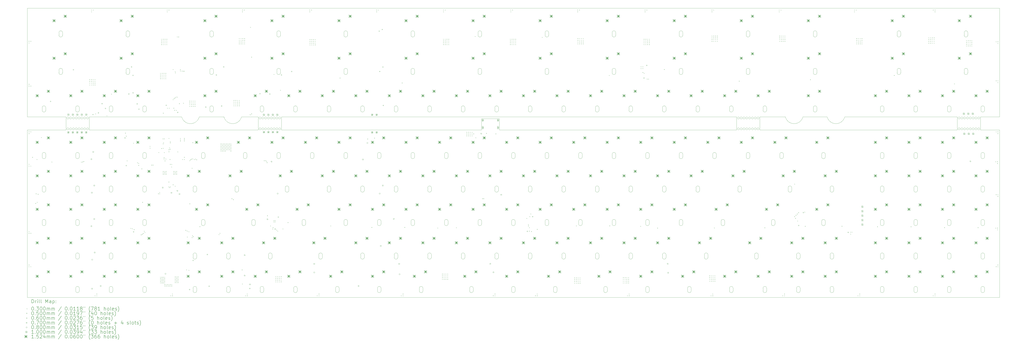
<source format=gbr>
%TF.GenerationSoftware,KiCad,Pcbnew,8.0.5-8.0.5-0~ubuntu20.04.1*%
%TF.CreationDate,2024-11-01T17:59:14+00:00*%
%TF.ProjectId,Hyper7-Evo,48797065-7237-42d4-9576-6f2e6b696361,rev?*%
%TF.SameCoordinates,Original*%
%TF.FileFunction,Drillmap*%
%TF.FilePolarity,Positive*%
%FSLAX45Y45*%
G04 Gerber Fmt 4.5, Leading zero omitted, Abs format (unit mm)*
G04 Created by KiCad (PCBNEW 8.0.5-8.0.5-0~ubuntu20.04.1) date 2024-11-01 17:59:14*
%MOMM*%
%LPD*%
G01*
G04 APERTURE LIST*
%ADD10C,0.050000*%
%ADD11C,0.076200*%
%ADD12C,0.200000*%
%ADD13C,0.100000*%
%ADD14C,0.152400*%
G04 APERTURE END LIST*
D10*
X57480000Y-11760000D02*
G75*
G02*
X57360000Y-11760000I-60000J0D01*
G01*
X57360000Y-11760000D02*
G75*
G02*
X57480000Y-11760000I60000J0D01*
G01*
X44940000Y-11140000D02*
G75*
G02*
X44820000Y-11140000I-60000J0D01*
G01*
X44820000Y-11140000D02*
G75*
G02*
X44940000Y-11140000I60000J0D01*
G01*
X43980000Y-11075000D02*
X43980000Y-11825000D01*
X16960000Y-11140000D02*
G75*
G02*
X16840000Y-11140000I-60000J0D01*
G01*
X16840000Y-11140000D02*
G75*
G02*
X16960000Y-11140000I60000J0D01*
G01*
X17440000Y-11760000D02*
G75*
G02*
X17320000Y-11760000I-60000J0D01*
G01*
X17320000Y-11760000D02*
G75*
G02*
X17440000Y-11760000I60000J0D01*
G01*
X29480000Y-11180000D02*
X30500000Y-11180000D01*
X44140000Y-11140000D02*
G75*
G02*
X44020000Y-11140000I-60000J0D01*
G01*
X44020000Y-11140000D02*
G75*
G02*
X44140000Y-11140000I60000J0D01*
G01*
X45260000Y-11140000D02*
G75*
G02*
X45140000Y-11140000I-60000J0D01*
G01*
X45140000Y-11140000D02*
G75*
G02*
X45260000Y-11140000I60000J0D01*
G01*
X45100000Y-11760000D02*
G75*
G02*
X44980000Y-11760000I-60000J0D01*
G01*
X44980000Y-11760000D02*
G75*
G02*
X45100000Y-11760000I60000J0D01*
G01*
X29480000Y-11180000D02*
X29480000Y-11825000D01*
X45300000Y-11825000D02*
X45300000Y-11075000D01*
X6040000Y-11760000D02*
G75*
G02*
X5920000Y-11760000I-60000J0D01*
G01*
X5920000Y-11760000D02*
G75*
G02*
X6040000Y-11760000I60000J0D01*
G01*
X16800000Y-11825000D02*
X7200000Y-11825000D01*
X17120000Y-11760000D02*
G75*
G02*
X17000000Y-11760000I-60000J0D01*
G01*
X17000000Y-11760000D02*
G75*
G02*
X17120000Y-11760000I60000J0D01*
G01*
X18080000Y-11760000D02*
G75*
G02*
X17960000Y-11760000I-60000J0D01*
G01*
X17960000Y-11760000D02*
G75*
G02*
X18080000Y-11760000I60000J0D01*
G01*
X57000000Y-11140000D02*
G75*
G02*
X56880000Y-11140000I-60000J0D01*
G01*
X56880000Y-11140000D02*
G75*
G02*
X57000000Y-11140000I60000J0D01*
G01*
X17440000Y-11140000D02*
G75*
G02*
X17320000Y-11140000I-60000J0D01*
G01*
X17320000Y-11140000D02*
G75*
G02*
X17440000Y-11140000I60000J0D01*
G01*
X7000000Y-11140000D02*
G75*
G02*
X6880000Y-11140000I-60000J0D01*
G01*
X6880000Y-11140000D02*
G75*
G02*
X7000000Y-11140000I60000J0D01*
G01*
X13450000Y-11075000D02*
X14850000Y-11075000D01*
X6200000Y-11140000D02*
G75*
G02*
X6080000Y-11140000I-60000J0D01*
G01*
X6080000Y-11140000D02*
G75*
G02*
X6200000Y-11140000I60000J0D01*
G01*
X16960000Y-11760000D02*
G75*
G02*
X16840000Y-11760000I-60000J0D01*
G01*
X16840000Y-11760000D02*
G75*
G02*
X16960000Y-11760000I60000J0D01*
G01*
X57840000Y-11075000D02*
X58925000Y-11075000D01*
X57000000Y-11760000D02*
G75*
G02*
X56880000Y-11760000I-60000J0D01*
G01*
X56880000Y-11760000D02*
G75*
G02*
X57000000Y-11760000I60000J0D01*
G01*
X7160000Y-11760000D02*
G75*
G02*
X7040000Y-11760000I-60000J0D01*
G01*
X7040000Y-11760000D02*
G75*
G02*
X7160000Y-11760000I60000J0D01*
G01*
X56520000Y-11825000D02*
X45300000Y-11825000D01*
X7200000Y-11075000D02*
X12450000Y-11075000D01*
X17280000Y-11760000D02*
G75*
G02*
X17160000Y-11760000I-60000J0D01*
G01*
X17160000Y-11760000D02*
G75*
G02*
X17280000Y-11760000I60000J0D01*
G01*
X5880000Y-11825000D02*
X3675000Y-11825000D01*
X18120000Y-11825000D02*
X18120000Y-11075000D01*
X44620000Y-11140000D02*
G75*
G02*
X44500000Y-11140000I-60000J0D01*
G01*
X44500000Y-11140000D02*
G75*
G02*
X44620000Y-11140000I60000J0D01*
G01*
X45100000Y-11140000D02*
G75*
G02*
X44980000Y-11140000I-60000J0D01*
G01*
X44980000Y-11140000D02*
G75*
G02*
X45100000Y-11140000I60000J0D01*
G01*
X57320000Y-11140000D02*
G75*
G02*
X57200000Y-11140000I-60000J0D01*
G01*
X57200000Y-11140000D02*
G75*
G02*
X57320000Y-11140000I60000J0D01*
G01*
X6680000Y-11760000D02*
G75*
G02*
X6560000Y-11760000I-60000J0D01*
G01*
X6560000Y-11760000D02*
G75*
G02*
X6680000Y-11760000I60000J0D01*
G01*
X6200000Y-11760000D02*
G75*
G02*
X6080000Y-11760000I-60000J0D01*
G01*
X6080000Y-11760000D02*
G75*
G02*
X6200000Y-11760000I60000J0D01*
G01*
X6680000Y-11140000D02*
G75*
G02*
X6560000Y-11140000I-60000J0D01*
G01*
X6560000Y-11140000D02*
G75*
G02*
X6680000Y-11140000I60000J0D01*
G01*
X57800000Y-11140000D02*
G75*
G02*
X57680000Y-11140000I-60000J0D01*
G01*
X57680000Y-11140000D02*
G75*
G02*
X57800000Y-11140000I60000J0D01*
G01*
X17920000Y-11140000D02*
G75*
G02*
X17800000Y-11140000I-60000J0D01*
G01*
X17800000Y-11140000D02*
G75*
G02*
X17920000Y-11140000I60000J0D01*
G01*
X57480000Y-11140000D02*
G75*
G02*
X57360000Y-11140000I-60000J0D01*
G01*
X57360000Y-11140000D02*
G75*
G02*
X57480000Y-11140000I60000J0D01*
G01*
X18080000Y-11140000D02*
G75*
G02*
X17960000Y-11140000I-60000J0D01*
G01*
X17960000Y-11140000D02*
G75*
G02*
X18080000Y-11140000I60000J0D01*
G01*
X17280000Y-11140000D02*
G75*
G02*
X17160000Y-11140000I-60000J0D01*
G01*
X17160000Y-11140000D02*
G75*
G02*
X17280000Y-11140000I60000J0D01*
G01*
X44140000Y-11760000D02*
G75*
G02*
X44020000Y-11760000I-60000J0D01*
G01*
X44020000Y-11760000D02*
G75*
G02*
X44140000Y-11760000I60000J0D01*
G01*
X17920000Y-11760000D02*
G75*
G02*
X17800000Y-11760000I-60000J0D01*
G01*
X17800000Y-11760000D02*
G75*
G02*
X17920000Y-11760000I60000J0D01*
G01*
X44940000Y-11760000D02*
G75*
G02*
X44820000Y-11760000I-60000J0D01*
G01*
X44820000Y-11760000D02*
G75*
G02*
X44940000Y-11760000I60000J0D01*
G01*
X56840000Y-11760000D02*
G75*
G02*
X56720000Y-11760000I-60000J0D01*
G01*
X56720000Y-11760000D02*
G75*
G02*
X56840000Y-11760000I60000J0D01*
G01*
X45260000Y-11760000D02*
G75*
G02*
X45140000Y-11760000I-60000J0D01*
G01*
X45140000Y-11760000D02*
G75*
G02*
X45260000Y-11760000I60000J0D01*
G01*
X56680000Y-11760000D02*
G75*
G02*
X56560000Y-11760000I-60000J0D01*
G01*
X56560000Y-11760000D02*
G75*
G02*
X56680000Y-11760000I60000J0D01*
G01*
X17120000Y-11140000D02*
G75*
G02*
X17000000Y-11140000I-60000J0D01*
G01*
X17000000Y-11140000D02*
G75*
G02*
X17120000Y-11140000I60000J0D01*
G01*
X44780000Y-11140000D02*
G75*
G02*
X44660000Y-11140000I-60000J0D01*
G01*
X44660000Y-11140000D02*
G75*
G02*
X44780000Y-11140000I60000J0D01*
G01*
X57160000Y-11140000D02*
G75*
G02*
X57040000Y-11140000I-60000J0D01*
G01*
X57040000Y-11140000D02*
G75*
G02*
X57160000Y-11140000I60000J0D01*
G01*
X43980000Y-11825000D02*
X30500000Y-11825000D01*
X15850000Y-11075000D02*
X16800000Y-11075000D01*
X50125000Y-11075000D02*
X56520000Y-11075000D01*
X58925000Y-11825000D02*
X57840000Y-11825000D01*
X57640000Y-11140000D02*
G75*
G02*
X57520000Y-11140000I-60000J0D01*
G01*
X57520000Y-11140000D02*
G75*
G02*
X57640000Y-11140000I60000J0D01*
G01*
X3675000Y-11075000D02*
X3675000Y-4900000D01*
X44300000Y-11140000D02*
G75*
G02*
X44180000Y-11140000I-60000J0D01*
G01*
X44180000Y-11140000D02*
G75*
G02*
X44300000Y-11140000I60000J0D01*
G01*
X30500000Y-11180000D02*
X30500000Y-11825000D01*
X45300000Y-11075000D02*
X46750000Y-11075000D01*
X6840000Y-11140000D02*
G75*
G02*
X6720000Y-11140000I-60000J0D01*
G01*
X6720000Y-11140000D02*
G75*
G02*
X6840000Y-11140000I60000J0D01*
G01*
X58925000Y-11075000D02*
X58925000Y-4900000D01*
X17760000Y-11140000D02*
G75*
G02*
X17640000Y-11140000I-60000J0D01*
G01*
X17640000Y-11140000D02*
G75*
G02*
X17760000Y-11140000I60000J0D01*
G01*
X6360000Y-11760000D02*
G75*
G02*
X6240000Y-11760000I-60000J0D01*
G01*
X6240000Y-11760000D02*
G75*
G02*
X6360000Y-11760000I60000J0D01*
G01*
X17760000Y-11760000D02*
G75*
G02*
X17640000Y-11760000I-60000J0D01*
G01*
X17640000Y-11760000D02*
G75*
G02*
X17760000Y-11760000I60000J0D01*
G01*
X16800000Y-11075000D02*
X16800000Y-11825000D01*
X56840000Y-11140000D02*
G75*
G02*
X56720000Y-11140000I-60000J0D01*
G01*
X56720000Y-11140000D02*
G75*
G02*
X56840000Y-11140000I60000J0D01*
G01*
X6360000Y-11140000D02*
G75*
G02*
X6240000Y-11140000I-60000J0D01*
G01*
X6240000Y-11140000D02*
G75*
G02*
X6360000Y-11140000I60000J0D01*
G01*
X7200000Y-11825000D02*
X7200000Y-11075000D01*
X57800000Y-11760000D02*
G75*
G02*
X57680000Y-11760000I-60000J0D01*
G01*
X57680000Y-11760000D02*
G75*
G02*
X57800000Y-11760000I60000J0D01*
G01*
X3675000Y-21350000D02*
X58925000Y-21350000D01*
X57160000Y-11760000D02*
G75*
G02*
X57040000Y-11760000I-60000J0D01*
G01*
X57040000Y-11760000D02*
G75*
G02*
X57160000Y-11760000I60000J0D01*
G01*
X5880000Y-11075000D02*
X5880000Y-11825000D01*
X6840000Y-11760000D02*
G75*
G02*
X6720000Y-11760000I-60000J0D01*
G01*
X6720000Y-11760000D02*
G75*
G02*
X6840000Y-11760000I60000J0D01*
G01*
X57840000Y-11825000D02*
X57840000Y-11075000D01*
X44300000Y-11760000D02*
G75*
G02*
X44180000Y-11760000I-60000J0D01*
G01*
X44180000Y-11760000D02*
G75*
G02*
X44300000Y-11760000I60000J0D01*
G01*
X47750000Y-11075000D02*
G75*
G02*
X46750000Y-11075000I-500000J125000D01*
G01*
X44620000Y-11760000D02*
G75*
G02*
X44500000Y-11760000I-60000J0D01*
G01*
X44500000Y-11760000D02*
G75*
G02*
X44620000Y-11760000I60000J0D01*
G01*
X44780000Y-11760000D02*
G75*
G02*
X44660000Y-11760000I-60000J0D01*
G01*
X44660000Y-11760000D02*
G75*
G02*
X44780000Y-11760000I60000J0D01*
G01*
X47750000Y-11075000D02*
X49125000Y-11075000D01*
X7000000Y-11760000D02*
G75*
G02*
X6880000Y-11760000I-60000J0D01*
G01*
X6880000Y-11760000D02*
G75*
G02*
X7000000Y-11760000I60000J0D01*
G01*
X58925000Y-21350000D02*
X58925000Y-11825000D01*
X57320000Y-11760000D02*
G75*
G02*
X57200000Y-11760000I-60000J0D01*
G01*
X57200000Y-11760000D02*
G75*
G02*
X57320000Y-11760000I60000J0D01*
G01*
X56520000Y-11075000D02*
X56520000Y-11825000D01*
X57640000Y-11760000D02*
G75*
G02*
X57520000Y-11760000I-60000J0D01*
G01*
X57520000Y-11760000D02*
G75*
G02*
X57640000Y-11760000I60000J0D01*
G01*
X3675000Y-11825000D02*
X3675000Y-21350000D01*
X56680000Y-11140000D02*
G75*
G02*
X56560000Y-11140000I-60000J0D01*
G01*
X56560000Y-11140000D02*
G75*
G02*
X56680000Y-11140000I60000J0D01*
G01*
X29480000Y-11825000D02*
X18120000Y-11825000D01*
X6520000Y-11140000D02*
G75*
G02*
X6400000Y-11140000I-60000J0D01*
G01*
X6400000Y-11140000D02*
G75*
G02*
X6520000Y-11140000I60000J0D01*
G01*
X6040000Y-11140000D02*
G75*
G02*
X5920000Y-11140000I-60000J0D01*
G01*
X5920000Y-11140000D02*
G75*
G02*
X6040000Y-11140000I60000J0D01*
G01*
X17600000Y-11140000D02*
G75*
G02*
X17480000Y-11140000I-60000J0D01*
G01*
X17480000Y-11140000D02*
G75*
G02*
X17600000Y-11140000I60000J0D01*
G01*
X3675000Y-11075000D02*
X5880000Y-11075000D01*
X58925000Y-4900000D02*
X3675000Y-4900000D01*
X13450000Y-11075000D02*
G75*
G02*
X12450000Y-11075000I-500000J125000D01*
G01*
X6520000Y-11760000D02*
G75*
G02*
X6400000Y-11760000I-60000J0D01*
G01*
X6400000Y-11760000D02*
G75*
G02*
X6520000Y-11760000I60000J0D01*
G01*
X17600000Y-11760000D02*
G75*
G02*
X17480000Y-11760000I-60000J0D01*
G01*
X17480000Y-11760000D02*
G75*
G02*
X17600000Y-11760000I60000J0D01*
G01*
X50125000Y-11075000D02*
G75*
G02*
X49125000Y-11075000I-500000J125000D01*
G01*
X7160000Y-11140000D02*
G75*
G02*
X7040000Y-11140000I-60000J0D01*
G01*
X7040000Y-11140000D02*
G75*
G02*
X7160000Y-11140000I60000J0D01*
G01*
X15850000Y-11075000D02*
G75*
G02*
X14850000Y-11075000I-500000J125000D01*
G01*
X18120000Y-11075000D02*
X43980000Y-11075000D01*
X44460000Y-11760000D02*
G75*
G02*
X44340000Y-11760000I-60000J0D01*
G01*
X44340000Y-11760000D02*
G75*
G02*
X44460000Y-11760000I60000J0D01*
G01*
X44460000Y-11140000D02*
G75*
G02*
X44340000Y-11140000I-60000J0D01*
G01*
X44340000Y-11140000D02*
G75*
G02*
X44460000Y-11140000I60000J0D01*
G01*
D11*
X53100900Y-8417800D02*
X53100900Y-8570200D01*
X53304100Y-8417800D02*
X53304100Y-8570200D01*
X53100900Y-8417800D02*
G75*
G02*
X53304100Y-8417800I101600J0D01*
G01*
X53304100Y-8570200D02*
G75*
G02*
X53100900Y-8570200I-101600J0D01*
G01*
X18810900Y-20823800D02*
X18810900Y-20976200D01*
X19014100Y-20823800D02*
X19014100Y-20976200D01*
X18810900Y-20823800D02*
G75*
G02*
X19014100Y-20823800I101600J0D01*
G01*
X19014100Y-20976200D02*
G75*
G02*
X18810900Y-20976200I-101600J0D01*
G01*
X13095900Y-15108800D02*
X13095900Y-15261200D01*
X13299100Y-15108800D02*
X13299100Y-15261200D01*
X13095900Y-15108800D02*
G75*
G02*
X13299100Y-15108800I101600J0D01*
G01*
X13299100Y-15261200D02*
G75*
G02*
X13095900Y-15261200I-101600J0D01*
G01*
X8333400Y-13203800D02*
X8333400Y-13356200D01*
X8536600Y-13203800D02*
X8536600Y-13356200D01*
X8333400Y-13203800D02*
G75*
G02*
X8536600Y-13203800I101600J0D01*
G01*
X8536600Y-13356200D02*
G75*
G02*
X8333400Y-13356200I-101600J0D01*
G01*
X55958400Y-20823800D02*
X55958400Y-20976200D01*
X56161600Y-20823800D02*
X56161600Y-20976200D01*
X55958400Y-20823800D02*
G75*
G02*
X56161600Y-20823800I101600J0D01*
G01*
X56161600Y-20976200D02*
G75*
G02*
X55958400Y-20976200I-101600J0D01*
G01*
X31193400Y-17013800D02*
X31193400Y-17166200D01*
X31396600Y-17013800D02*
X31396600Y-17166200D01*
X31193400Y-17013800D02*
G75*
G02*
X31396600Y-17013800I101600J0D01*
G01*
X31396600Y-17166200D02*
G75*
G02*
X31193400Y-17166200I-101600J0D01*
G01*
X20239650Y-18918800D02*
X20239650Y-19071200D01*
X20442850Y-18918800D02*
X20442850Y-19071200D01*
X20239650Y-18918800D02*
G75*
G02*
X20442850Y-18918800I101600J0D01*
G01*
X20442850Y-19071200D02*
G75*
G02*
X20239650Y-19071200I-101600J0D01*
G01*
X19287150Y-17013800D02*
X19287150Y-17166200D01*
X19490350Y-17013800D02*
X19490350Y-17166200D01*
X19287150Y-17013800D02*
G75*
G02*
X19490350Y-17013800I101600J0D01*
G01*
X19490350Y-17166200D02*
G75*
G02*
X19287150Y-17166200I-101600J0D01*
G01*
X25478400Y-13203800D02*
X25478400Y-13356200D01*
X25681600Y-13203800D02*
X25681600Y-13356200D01*
X25478400Y-13203800D02*
G75*
G02*
X25681600Y-13203800I101600J0D01*
G01*
X25681600Y-13356200D02*
G75*
G02*
X25478400Y-13356200I-101600J0D01*
G01*
X57863400Y-17013800D02*
X57863400Y-17166200D01*
X58066600Y-17013800D02*
X58066600Y-17166200D01*
X57863400Y-17013800D02*
G75*
G02*
X58066600Y-17013800I101600J0D01*
G01*
X58066600Y-17166200D02*
G75*
G02*
X57863400Y-17166200I-101600J0D01*
G01*
X4523400Y-13203800D02*
X4523400Y-13356200D01*
X4726600Y-13203800D02*
X4726600Y-13356200D01*
X4523400Y-13203800D02*
G75*
G02*
X4726600Y-13203800I101600J0D01*
G01*
X4726600Y-13356200D02*
G75*
G02*
X4523400Y-13356200I-101600J0D01*
G01*
X20715900Y-10551800D02*
X20715900Y-10704200D01*
X20919100Y-10551800D02*
X20919100Y-10704200D01*
X20715900Y-10551800D02*
G75*
G02*
X20919100Y-10551800I101600J0D01*
G01*
X20919100Y-10704200D02*
G75*
G02*
X20715900Y-10704200I-101600J0D01*
G01*
X13572150Y-13203800D02*
X13572150Y-13356200D01*
X13775350Y-13203800D02*
X13775350Y-13356200D01*
X13572150Y-13203800D02*
G75*
G02*
X13775350Y-13203800I101600J0D01*
G01*
X13775350Y-13356200D02*
G75*
G02*
X13572150Y-13356200I-101600J0D01*
G01*
X23573400Y-20823800D02*
X23573400Y-20976200D01*
X23776600Y-20823800D02*
X23776600Y-20976200D01*
X23573400Y-20823800D02*
G75*
G02*
X23776600Y-20823800I101600J0D01*
G01*
X23776600Y-20976200D02*
G75*
G02*
X23573400Y-20976200I-101600J0D01*
G01*
X57863400Y-18918800D02*
X57863400Y-19071200D01*
X58066600Y-18918800D02*
X58066600Y-19071200D01*
X57863400Y-18918800D02*
G75*
G02*
X58066600Y-18918800I101600J0D01*
G01*
X58066600Y-19071200D02*
G75*
G02*
X57863400Y-19071200I-101600J0D01*
G01*
X10238400Y-10551800D02*
X10238400Y-10704200D01*
X10441600Y-10551800D02*
X10441600Y-10704200D01*
X10238400Y-10551800D02*
G75*
G02*
X10441600Y-10551800I101600J0D01*
G01*
X10441600Y-10704200D02*
G75*
G02*
X10238400Y-10704200I-101600J0D01*
G01*
X26430900Y-15108800D02*
X26430900Y-15261200D01*
X26634100Y-15108800D02*
X26634100Y-15261200D01*
X26430900Y-15108800D02*
G75*
G02*
X26634100Y-15108800I101600J0D01*
G01*
X26634100Y-15261200D02*
G75*
G02*
X26430900Y-15261200I-101600J0D01*
G01*
X10238400Y-17013800D02*
X10238400Y-17166200D01*
X10441600Y-17013800D02*
X10441600Y-17166200D01*
X10238400Y-17013800D02*
G75*
G02*
X10441600Y-17013800I101600J0D01*
G01*
X10441600Y-17166200D02*
G75*
G02*
X10238400Y-17166200I-101600J0D01*
G01*
X8333400Y-17013800D02*
X8333400Y-17166200D01*
X8536600Y-17013800D02*
X8536600Y-17166200D01*
X8333400Y-17013800D02*
G75*
G02*
X8536600Y-17013800I101600J0D01*
G01*
X8536600Y-17166200D02*
G75*
G02*
X8333400Y-17166200I-101600J0D01*
G01*
X20715900Y-15108800D02*
X20715900Y-15261200D01*
X20919100Y-15108800D02*
X20919100Y-15261200D01*
X20715900Y-15108800D02*
G75*
G02*
X20919100Y-15108800I101600J0D01*
G01*
X20919100Y-15261200D02*
G75*
G02*
X20715900Y-15261200I-101600J0D01*
G01*
X29288400Y-6283800D02*
X29288400Y-6436200D01*
X29491600Y-6283800D02*
X29491600Y-6436200D01*
X29288400Y-6283800D02*
G75*
G02*
X29491600Y-6283800I101600J0D01*
G01*
X29491600Y-6436200D02*
G75*
G02*
X29288400Y-6436200I-101600J0D01*
G01*
X47385900Y-18918800D02*
X47385900Y-19071200D01*
X47589100Y-18918800D02*
X47589100Y-19071200D01*
X47385900Y-18918800D02*
G75*
G02*
X47589100Y-18918800I101600J0D01*
G01*
X47589100Y-19071200D02*
G75*
G02*
X47385900Y-19071200I-101600J0D01*
G01*
X29288400Y-13203800D02*
X29288400Y-13356200D01*
X29491600Y-13203800D02*
X29491600Y-13356200D01*
X29288400Y-13203800D02*
G75*
G02*
X29491600Y-13203800I101600J0D01*
G01*
X29491600Y-13356200D02*
G75*
G02*
X29288400Y-13356200I-101600J0D01*
G01*
X44052150Y-15108800D02*
X44052150Y-15261200D01*
X44255350Y-15108800D02*
X44255350Y-15261200D01*
X44052150Y-15108800D02*
G75*
G02*
X44255350Y-15108800I101600J0D01*
G01*
X44255350Y-15261200D02*
G75*
G02*
X44052150Y-15261200I-101600J0D01*
G01*
X18810900Y-10551800D02*
X18810900Y-10704200D01*
X19014100Y-10551800D02*
X19014100Y-10704200D01*
X18810900Y-10551800D02*
G75*
G02*
X19014100Y-10551800I101600J0D01*
G01*
X19014100Y-10704200D02*
G75*
G02*
X18810900Y-10704200I-101600J0D01*
G01*
X35003400Y-13203800D02*
X35003400Y-13356200D01*
X35206600Y-13203800D02*
X35206600Y-13356200D01*
X35003400Y-13203800D02*
G75*
G02*
X35206600Y-13203800I101600J0D01*
G01*
X35206600Y-13356200D02*
G75*
G02*
X35003400Y-13356200I-101600J0D01*
G01*
X8333400Y-20823800D02*
X8333400Y-20976200D01*
X8536600Y-20823800D02*
X8536600Y-20976200D01*
X8333400Y-20823800D02*
G75*
G02*
X8536600Y-20823800I101600J0D01*
G01*
X8536600Y-20976200D02*
G75*
G02*
X8333400Y-20976200I-101600J0D01*
G01*
X56910900Y-8417800D02*
X56910900Y-8570200D01*
X57114100Y-8417800D02*
X57114100Y-8570200D01*
X56910900Y-8417800D02*
G75*
G02*
X57114100Y-8417800I101600J0D01*
G01*
X57114100Y-8570200D02*
G75*
G02*
X56910900Y-8570200I-101600J0D01*
G01*
X44528400Y-6283800D02*
X44528400Y-6436200D01*
X44731600Y-6283800D02*
X44731600Y-6436200D01*
X44528400Y-6283800D02*
G75*
G02*
X44731600Y-6283800I101600J0D01*
G01*
X44731600Y-6436200D02*
G75*
G02*
X44528400Y-6436200I-101600J0D01*
G01*
X34050900Y-15108800D02*
X34050900Y-15261200D01*
X34254100Y-15108800D02*
X34254100Y-15261200D01*
X34050900Y-15108800D02*
G75*
G02*
X34254100Y-15108800I101600J0D01*
G01*
X34254100Y-15261200D02*
G75*
G02*
X34050900Y-15261200I-101600J0D01*
G01*
X8333400Y-18918800D02*
X8333400Y-19071200D01*
X8536600Y-18918800D02*
X8536600Y-19071200D01*
X8333400Y-18918800D02*
G75*
G02*
X8536600Y-18918800I101600J0D01*
G01*
X8536600Y-19071200D02*
G75*
G02*
X8333400Y-19071200I-101600J0D01*
G01*
X57863400Y-10551800D02*
X57863400Y-10704200D01*
X58066600Y-10551800D02*
X58066600Y-10704200D01*
X57863400Y-10551800D02*
G75*
G02*
X58066600Y-10551800I101600J0D01*
G01*
X58066600Y-10704200D02*
G75*
G02*
X57863400Y-10704200I-101600J0D01*
G01*
X46909650Y-15108800D02*
X46909650Y-15261200D01*
X47112850Y-15108800D02*
X47112850Y-15261200D01*
X46909650Y-15108800D02*
G75*
G02*
X47112850Y-15108800I101600J0D01*
G01*
X47112850Y-15261200D02*
G75*
G02*
X46909650Y-15261200I-101600J0D01*
G01*
X40718400Y-8417800D02*
X40718400Y-8570200D01*
X40921600Y-8417800D02*
X40921600Y-8570200D01*
X40718400Y-8417800D02*
G75*
G02*
X40921600Y-8417800I101600J0D01*
G01*
X40921600Y-8570200D02*
G75*
G02*
X40718400Y-8570200I-101600J0D01*
G01*
X27383400Y-13203800D02*
X27383400Y-13356200D01*
X27586600Y-13203800D02*
X27586600Y-13356200D01*
X27383400Y-13203800D02*
G75*
G02*
X27586600Y-13203800I101600J0D01*
G01*
X27586600Y-13356200D02*
G75*
G02*
X27383400Y-13356200I-101600J0D01*
G01*
X30240900Y-15108800D02*
X30240900Y-15261200D01*
X30444100Y-15108800D02*
X30444100Y-15261200D01*
X30240900Y-15108800D02*
G75*
G02*
X30444100Y-15108800I101600J0D01*
G01*
X30444100Y-15261200D02*
G75*
G02*
X30240900Y-15261200I-101600J0D01*
G01*
X8333400Y-10551800D02*
X8333400Y-10704200D01*
X8536600Y-10551800D02*
X8536600Y-10704200D01*
X8333400Y-10551800D02*
G75*
G02*
X8536600Y-10551800I101600J0D01*
G01*
X8536600Y-10704200D02*
G75*
G02*
X8333400Y-10704200I-101600J0D01*
G01*
X10238400Y-20823800D02*
X10238400Y-20976200D01*
X10441600Y-20823800D02*
X10441600Y-20976200D01*
X10238400Y-20823800D02*
G75*
G02*
X10441600Y-20823800I101600J0D01*
G01*
X10441600Y-20976200D02*
G75*
G02*
X10238400Y-20976200I-101600J0D01*
G01*
X41194650Y-20823800D02*
X41194650Y-20976200D01*
X41397850Y-20823800D02*
X41397850Y-20976200D01*
X41194650Y-20823800D02*
G75*
G02*
X41397850Y-20823800I101600J0D01*
G01*
X41397850Y-20976200D02*
G75*
G02*
X41194650Y-20976200I-101600J0D01*
G01*
X38813400Y-20823800D02*
X38813400Y-20976200D01*
X39016600Y-20823800D02*
X39016600Y-20976200D01*
X38813400Y-20823800D02*
G75*
G02*
X39016600Y-20823800I101600J0D01*
G01*
X39016600Y-20976200D02*
G75*
G02*
X38813400Y-20976200I-101600J0D01*
G01*
X10238400Y-18918800D02*
X10238400Y-19071200D01*
X10441600Y-18918800D02*
X10441600Y-19071200D01*
X10238400Y-18918800D02*
G75*
G02*
X10441600Y-18918800I101600J0D01*
G01*
X10441600Y-19071200D02*
G75*
G02*
X10238400Y-19071200I-101600J0D01*
G01*
X14048400Y-6283800D02*
X14048400Y-6436200D01*
X14251600Y-6283800D02*
X14251600Y-6436200D01*
X14048400Y-6283800D02*
G75*
G02*
X14251600Y-6283800I101600J0D01*
G01*
X14251600Y-6436200D02*
G75*
G02*
X14048400Y-6436200I-101600J0D01*
G01*
X49290900Y-20823800D02*
X49290900Y-20976200D01*
X49494100Y-20823800D02*
X49494100Y-20976200D01*
X49290900Y-20823800D02*
G75*
G02*
X49494100Y-20823800I101600J0D01*
G01*
X49494100Y-20976200D02*
G75*
G02*
X49290900Y-20976200I-101600J0D01*
G01*
X15000900Y-20823800D02*
X15000900Y-20976200D01*
X15204100Y-20823800D02*
X15204100Y-20976200D01*
X15000900Y-20823800D02*
G75*
G02*
X15204100Y-20823800I101600J0D01*
G01*
X15204100Y-20976200D02*
G75*
G02*
X15000900Y-20976200I-101600J0D01*
G01*
X42147150Y-18918800D02*
X42147150Y-19071200D01*
X42350350Y-18918800D02*
X42350350Y-19071200D01*
X42147150Y-18918800D02*
G75*
G02*
X42350350Y-18918800I101600J0D01*
G01*
X42350350Y-19071200D02*
G75*
G02*
X42147150Y-19071200I-101600J0D01*
G01*
X21668400Y-13203800D02*
X21668400Y-13356200D01*
X21871600Y-13203800D02*
X21871600Y-13356200D01*
X21668400Y-13203800D02*
G75*
G02*
X21871600Y-13203800I101600J0D01*
G01*
X21871600Y-13356200D02*
G75*
G02*
X21668400Y-13356200I-101600J0D01*
G01*
X13095900Y-18918800D02*
X13095900Y-19071200D01*
X13299100Y-18918800D02*
X13299100Y-19071200D01*
X13095900Y-18918800D02*
G75*
G02*
X13299100Y-18918800I101600J0D01*
G01*
X13299100Y-19071200D02*
G75*
G02*
X13095900Y-19071200I-101600J0D01*
G01*
X35955900Y-15108800D02*
X35955900Y-15261200D01*
X36159100Y-15108800D02*
X36159100Y-15261200D01*
X35955900Y-15108800D02*
G75*
G02*
X36159100Y-15108800I101600J0D01*
G01*
X36159100Y-15261200D02*
G75*
G02*
X35955900Y-15261200I-101600J0D01*
G01*
X18334650Y-15108800D02*
X18334650Y-15261200D01*
X18537850Y-15108800D02*
X18537850Y-15261200D01*
X18334650Y-15108800D02*
G75*
G02*
X18537850Y-15108800I101600J0D01*
G01*
X18537850Y-15261200D02*
G75*
G02*
X18334650Y-15261200I-101600J0D01*
G01*
X6428400Y-13203800D02*
X6428400Y-13356200D01*
X6631600Y-13203800D02*
X6631600Y-13356200D01*
X6428400Y-13203800D02*
G75*
G02*
X6631600Y-13203800I101600J0D01*
G01*
X6631600Y-13356200D02*
G75*
G02*
X6428400Y-13356200I-101600J0D01*
G01*
X26430900Y-10551800D02*
X26430900Y-10704200D01*
X26634100Y-10551800D02*
X26634100Y-10704200D01*
X26430900Y-10551800D02*
G75*
G02*
X26634100Y-10551800I101600J0D01*
G01*
X26634100Y-10704200D02*
G75*
G02*
X26430900Y-10704200I-101600J0D01*
G01*
X26430900Y-18918800D02*
X26430900Y-19071200D01*
X26634100Y-18918800D02*
X26634100Y-19071200D01*
X26430900Y-18918800D02*
G75*
G02*
X26634100Y-18918800I101600J0D01*
G01*
X26634100Y-19071200D02*
G75*
G02*
X26430900Y-19071200I-101600J0D01*
G01*
X37860900Y-18918800D02*
X37860900Y-19071200D01*
X38064100Y-18918800D02*
X38064100Y-19071200D01*
X37860900Y-18918800D02*
G75*
G02*
X38064100Y-18918800I101600J0D01*
G01*
X38064100Y-19071200D02*
G75*
G02*
X37860900Y-19071200I-101600J0D01*
G01*
X48338400Y-10551800D02*
X48338400Y-10704200D01*
X48541600Y-10551800D02*
X48541600Y-10704200D01*
X48338400Y-10551800D02*
G75*
G02*
X48541600Y-10551800I101600J0D01*
G01*
X48541600Y-10704200D02*
G75*
G02*
X48338400Y-10704200I-101600J0D01*
G01*
X17382150Y-18918800D02*
X17382150Y-19071200D01*
X17585350Y-18918800D02*
X17585350Y-19071200D01*
X17382150Y-18918800D02*
G75*
G02*
X17585350Y-18918800I101600J0D01*
G01*
X17585350Y-19071200D02*
G75*
G02*
X17382150Y-19071200I-101600J0D01*
G01*
X33098400Y-6283800D02*
X33098400Y-6436200D01*
X33301600Y-6283800D02*
X33301600Y-6436200D01*
X33098400Y-6283800D02*
G75*
G02*
X33301600Y-6283800I101600J0D01*
G01*
X33301600Y-6436200D02*
G75*
G02*
X33098400Y-6436200I-101600J0D01*
G01*
X17858400Y-6283800D02*
X17858400Y-6436200D01*
X18061600Y-6283800D02*
X18061600Y-6436200D01*
X17858400Y-6283800D02*
G75*
G02*
X18061600Y-6283800I101600J0D01*
G01*
X18061600Y-6436200D02*
G75*
G02*
X17858400Y-6436200I-101600J0D01*
G01*
X25478400Y-17013800D02*
X25478400Y-17166200D01*
X25681600Y-17013800D02*
X25681600Y-17166200D01*
X25478400Y-17013800D02*
G75*
G02*
X25681600Y-17013800I101600J0D01*
G01*
X25681600Y-17166200D02*
G75*
G02*
X25478400Y-17166200I-101600J0D01*
G01*
X28812150Y-20823800D02*
X28812150Y-20976200D01*
X29015350Y-20823800D02*
X29015350Y-20976200D01*
X28812150Y-20823800D02*
G75*
G02*
X29015350Y-20823800I101600J0D01*
G01*
X29015350Y-20976200D02*
G75*
G02*
X28812150Y-20976200I-101600J0D01*
G01*
X36908400Y-17013800D02*
X36908400Y-17166200D01*
X37111600Y-17013800D02*
X37111600Y-17166200D01*
X36908400Y-17013800D02*
G75*
G02*
X37111600Y-17013800I101600J0D01*
G01*
X37111600Y-17166200D02*
G75*
G02*
X36908400Y-17166200I-101600J0D01*
G01*
X32145900Y-15108800D02*
X32145900Y-15261200D01*
X32349100Y-15108800D02*
X32349100Y-15261200D01*
X32145900Y-15108800D02*
G75*
G02*
X32349100Y-15108800I101600J0D01*
G01*
X32349100Y-15261200D02*
G75*
G02*
X32145900Y-15261200I-101600J0D01*
G01*
X10238400Y-13203800D02*
X10238400Y-13356200D01*
X10441600Y-13203800D02*
X10441600Y-13356200D01*
X10238400Y-13203800D02*
G75*
G02*
X10441600Y-13203800I101600J0D01*
G01*
X10441600Y-13356200D02*
G75*
G02*
X10238400Y-13356200I-101600J0D01*
G01*
X54053400Y-10551800D02*
X54053400Y-10704200D01*
X54256600Y-10551800D02*
X54256600Y-10704200D01*
X54053400Y-10551800D02*
G75*
G02*
X54256600Y-10551800I101600J0D01*
G01*
X54256600Y-10704200D02*
G75*
G02*
X54053400Y-10704200I-101600J0D01*
G01*
X29288400Y-17013800D02*
X29288400Y-17166200D01*
X29491600Y-17013800D02*
X29491600Y-17166200D01*
X29288400Y-17013800D02*
G75*
G02*
X29491600Y-17013800I101600J0D01*
G01*
X29491600Y-17166200D02*
G75*
G02*
X29288400Y-17166200I-101600J0D01*
G01*
X6428400Y-20823800D02*
X6428400Y-20976200D01*
X6631600Y-20823800D02*
X6631600Y-20976200D01*
X6428400Y-20823800D02*
G75*
G02*
X6631600Y-20823800I101600J0D01*
G01*
X6631600Y-20976200D02*
G75*
G02*
X6428400Y-20976200I-101600J0D01*
G01*
X4523400Y-17013800D02*
X4523400Y-17166200D01*
X4726600Y-17013800D02*
X4726600Y-17166200D01*
X4523400Y-17013800D02*
G75*
G02*
X4726600Y-17013800I101600J0D01*
G01*
X4726600Y-17166200D02*
G75*
G02*
X4523400Y-17166200I-101600J0D01*
G01*
X17858400Y-13203800D02*
X17858400Y-13356200D01*
X18061600Y-13203800D02*
X18061600Y-13356200D01*
X17858400Y-13203800D02*
G75*
G02*
X18061600Y-13203800I101600J0D01*
G01*
X18061600Y-13356200D02*
G75*
G02*
X17858400Y-13356200I-101600J0D01*
G01*
X22620900Y-18918800D02*
X22620900Y-19071200D01*
X22824100Y-18918800D02*
X22824100Y-19071200D01*
X22620900Y-18918800D02*
G75*
G02*
X22824100Y-18918800I101600J0D01*
G01*
X22824100Y-19071200D02*
G75*
G02*
X22620900Y-19071200I-101600J0D01*
G01*
X52148400Y-13203800D02*
X52148400Y-13356200D01*
X52351600Y-13203800D02*
X52351600Y-13356200D01*
X52148400Y-13203800D02*
G75*
G02*
X52351600Y-13203800I101600J0D01*
G01*
X52351600Y-13356200D02*
G75*
G02*
X52148400Y-13356200I-101600J0D01*
G01*
X33098400Y-17013800D02*
X33098400Y-17166200D01*
X33301600Y-17013800D02*
X33301600Y-17166200D01*
X33098400Y-17013800D02*
G75*
G02*
X33301600Y-17013800I101600J0D01*
G01*
X33301600Y-17166200D02*
G75*
G02*
X33098400Y-17166200I-101600J0D01*
G01*
X35003400Y-17013800D02*
X35003400Y-17166200D01*
X35206600Y-17013800D02*
X35206600Y-17166200D01*
X35003400Y-17013800D02*
G75*
G02*
X35206600Y-17013800I101600J0D01*
G01*
X35206600Y-17166200D02*
G75*
G02*
X35003400Y-17166200I-101600J0D01*
G01*
X52148400Y-18918800D02*
X52148400Y-19071200D01*
X52351600Y-18918800D02*
X52351600Y-19071200D01*
X52148400Y-18918800D02*
G75*
G02*
X52351600Y-18918800I101600J0D01*
G01*
X52351600Y-19071200D02*
G75*
G02*
X52148400Y-19071200I-101600J0D01*
G01*
X8333400Y-15108800D02*
X8333400Y-15261200D01*
X8536600Y-15108800D02*
X8536600Y-15261200D01*
X8333400Y-15108800D02*
G75*
G02*
X8536600Y-15108800I101600J0D01*
G01*
X8536600Y-15261200D02*
G75*
G02*
X8333400Y-15261200I-101600J0D01*
G01*
X9285900Y-6283800D02*
X9285900Y-6436200D01*
X9489100Y-6283800D02*
X9489100Y-6436200D01*
X9285900Y-6283800D02*
G75*
G02*
X9489100Y-6283800I101600J0D01*
G01*
X9489100Y-6436200D02*
G75*
G02*
X9285900Y-6436200I-101600J0D01*
G01*
X34050900Y-18918800D02*
X34050900Y-19071200D01*
X34254100Y-18918800D02*
X34254100Y-19071200D01*
X34050900Y-18918800D02*
G75*
G02*
X34254100Y-18918800I101600J0D01*
G01*
X34254100Y-19071200D02*
G75*
G02*
X34050900Y-19071200I-101600J0D01*
G01*
X42623400Y-13203800D02*
X42623400Y-13356200D01*
X42826600Y-13203800D02*
X42826600Y-13356200D01*
X42623400Y-13203800D02*
G75*
G02*
X42826600Y-13203800I101600J0D01*
G01*
X42826600Y-13356200D02*
G75*
G02*
X42623400Y-13356200I-101600J0D01*
G01*
X36908400Y-8417800D02*
X36908400Y-8570200D01*
X37111600Y-8417800D02*
X37111600Y-8570200D01*
X36908400Y-8417800D02*
G75*
G02*
X37111600Y-8417800I101600J0D01*
G01*
X37111600Y-8570200D02*
G75*
G02*
X36908400Y-8570200I-101600J0D01*
G01*
X55958400Y-13203800D02*
X55958400Y-13356200D01*
X56161600Y-13203800D02*
X56161600Y-13356200D01*
X55958400Y-13203800D02*
G75*
G02*
X56161600Y-13203800I101600J0D01*
G01*
X56161600Y-13356200D02*
G75*
G02*
X55958400Y-13356200I-101600J0D01*
G01*
X56910900Y-6283800D02*
X56910900Y-6436200D01*
X57114100Y-6283800D02*
X57114100Y-6436200D01*
X56910900Y-6283800D02*
G75*
G02*
X57114100Y-6283800I101600J0D01*
G01*
X57114100Y-6436200D02*
G75*
G02*
X56910900Y-6436200I-101600J0D01*
G01*
X53100900Y-6283800D02*
X53100900Y-6436200D01*
X53304100Y-6283800D02*
X53304100Y-6436200D01*
X53100900Y-6283800D02*
G75*
G02*
X53304100Y-6283800I101600J0D01*
G01*
X53304100Y-6436200D02*
G75*
G02*
X53100900Y-6436200I-101600J0D01*
G01*
X23573400Y-17013800D02*
X23573400Y-17166200D01*
X23776600Y-17013800D02*
X23776600Y-17166200D01*
X23573400Y-17013800D02*
G75*
G02*
X23776600Y-17013800I101600J0D01*
G01*
X23776600Y-17166200D02*
G75*
G02*
X23573400Y-17166200I-101600J0D01*
G01*
X55958400Y-18918800D02*
X55958400Y-19071200D01*
X56161600Y-18918800D02*
X56161600Y-19071200D01*
X55958400Y-18918800D02*
G75*
G02*
X56161600Y-18918800I101600J0D01*
G01*
X56161600Y-19071200D02*
G75*
G02*
X55958400Y-19071200I-101600J0D01*
G01*
X52148400Y-10551800D02*
X52148400Y-10704200D01*
X52351600Y-10551800D02*
X52351600Y-10704200D01*
X52148400Y-10551800D02*
G75*
G02*
X52351600Y-10551800I101600J0D01*
G01*
X52351600Y-10704200D02*
G75*
G02*
X52148400Y-10704200I-101600J0D01*
G01*
X43575900Y-20823800D02*
X43575900Y-20976200D01*
X43779100Y-20823800D02*
X43779100Y-20976200D01*
X43575900Y-20823800D02*
G75*
G02*
X43779100Y-20823800I101600J0D01*
G01*
X43779100Y-20976200D02*
G75*
G02*
X43575900Y-20976200I-101600J0D01*
G01*
X16905900Y-20823800D02*
X16905900Y-20976200D01*
X17109100Y-20823800D02*
X17109100Y-20976200D01*
X16905900Y-20823800D02*
G75*
G02*
X17109100Y-20823800I101600J0D01*
G01*
X17109100Y-20976200D02*
G75*
G02*
X16905900Y-20976200I-101600J0D01*
G01*
X54053400Y-13203800D02*
X54053400Y-13356200D01*
X54256600Y-13203800D02*
X54256600Y-13356200D01*
X54053400Y-13203800D02*
G75*
G02*
X54256600Y-13203800I101600J0D01*
G01*
X54256600Y-13356200D02*
G75*
G02*
X54053400Y-13356200I-101600J0D01*
G01*
X15953400Y-13203800D02*
X15953400Y-13356200D01*
X16156600Y-13203800D02*
X16156600Y-13356200D01*
X15953400Y-13203800D02*
G75*
G02*
X16156600Y-13203800I101600J0D01*
G01*
X16156600Y-13356200D02*
G75*
G02*
X15953400Y-13356200I-101600J0D01*
G01*
X57863400Y-15108800D02*
X57863400Y-15261200D01*
X58066600Y-15108800D02*
X58066600Y-15261200D01*
X57863400Y-15108800D02*
G75*
G02*
X58066600Y-15108800I101600J0D01*
G01*
X58066600Y-15261200D02*
G75*
G02*
X57863400Y-15261200I-101600J0D01*
G01*
X31193400Y-13203800D02*
X31193400Y-13356200D01*
X31396600Y-13203800D02*
X31396600Y-13356200D01*
X31193400Y-13203800D02*
G75*
G02*
X31396600Y-13203800I101600J0D01*
G01*
X31396600Y-13356200D02*
G75*
G02*
X31193400Y-13356200I-101600J0D01*
G01*
X37860900Y-15108800D02*
X37860900Y-15261200D01*
X38064100Y-15108800D02*
X38064100Y-15261200D01*
X37860900Y-15108800D02*
G75*
G02*
X38064100Y-15108800I101600J0D01*
G01*
X38064100Y-15261200D02*
G75*
G02*
X37860900Y-15261200I-101600J0D01*
G01*
X5475900Y-6283800D02*
X5475900Y-6436200D01*
X5679100Y-6283800D02*
X5679100Y-6436200D01*
X5475900Y-6283800D02*
G75*
G02*
X5679100Y-6283800I101600J0D01*
G01*
X5679100Y-6436200D02*
G75*
G02*
X5475900Y-6436200I-101600J0D01*
G01*
X14048400Y-8417800D02*
X14048400Y-8570200D01*
X14251600Y-8417800D02*
X14251600Y-8570200D01*
X14048400Y-8417800D02*
G75*
G02*
X14251600Y-8417800I101600J0D01*
G01*
X14251600Y-8570200D02*
G75*
G02*
X14048400Y-8570200I-101600J0D01*
G01*
X48814650Y-13203800D02*
X48814650Y-13356200D01*
X49017850Y-13203800D02*
X49017850Y-13356200D01*
X48814650Y-13203800D02*
G75*
G02*
X49017850Y-13203800I101600J0D01*
G01*
X49017850Y-13356200D02*
G75*
G02*
X48814650Y-13356200I-101600J0D01*
G01*
X13572150Y-17013800D02*
X13572150Y-17166200D01*
X13775350Y-17013800D02*
X13775350Y-17166200D01*
X13572150Y-17013800D02*
G75*
G02*
X13775350Y-17013800I101600J0D01*
G01*
X13775350Y-17166200D02*
G75*
G02*
X13572150Y-17166200I-101600J0D01*
G01*
X38813400Y-17013800D02*
X38813400Y-17166200D01*
X39016600Y-17013800D02*
X39016600Y-17166200D01*
X38813400Y-17013800D02*
G75*
G02*
X39016600Y-17013800I101600J0D01*
G01*
X39016600Y-17166200D02*
G75*
G02*
X38813400Y-17166200I-101600J0D01*
G01*
X54053400Y-17013800D02*
X54053400Y-17166200D01*
X54256600Y-17013800D02*
X54256600Y-17166200D01*
X54053400Y-17013800D02*
G75*
G02*
X54256600Y-17013800I101600J0D01*
G01*
X54256600Y-17166200D02*
G75*
G02*
X54053400Y-17166200I-101600J0D01*
G01*
X17858400Y-8417800D02*
X17858400Y-8570200D01*
X18061600Y-8417800D02*
X18061600Y-8570200D01*
X17858400Y-8417800D02*
G75*
G02*
X18061600Y-8417800I101600J0D01*
G01*
X18061600Y-8570200D02*
G75*
G02*
X17858400Y-8570200I-101600J0D01*
G01*
X24525900Y-18918800D02*
X24525900Y-19071200D01*
X24729100Y-18918800D02*
X24729100Y-19071200D01*
X24525900Y-18918800D02*
G75*
G02*
X24729100Y-18918800I101600J0D01*
G01*
X24729100Y-19071200D02*
G75*
G02*
X24525900Y-19071200I-101600J0D01*
G01*
X10238400Y-15108800D02*
X10238400Y-15261200D01*
X10441600Y-15108800D02*
X10441600Y-15261200D01*
X10238400Y-15108800D02*
G75*
G02*
X10441600Y-15108800I101600J0D01*
G01*
X10441600Y-15261200D02*
G75*
G02*
X10238400Y-15261200I-101600J0D01*
G01*
X36908400Y-6283800D02*
X36908400Y-6436200D01*
X37111600Y-6283800D02*
X37111600Y-6436200D01*
X36908400Y-6283800D02*
G75*
G02*
X37111600Y-6283800I101600J0D01*
G01*
X37111600Y-6436200D02*
G75*
G02*
X36908400Y-6436200I-101600J0D01*
G01*
X6428400Y-17013800D02*
X6428400Y-17166200D01*
X6631600Y-17013800D02*
X6631600Y-17166200D01*
X6428400Y-17013800D02*
G75*
G02*
X6631600Y-17013800I101600J0D01*
G01*
X6631600Y-17166200D02*
G75*
G02*
X6428400Y-17166200I-101600J0D01*
G01*
X25954650Y-20823800D02*
X25954650Y-20976200D01*
X26157850Y-20823800D02*
X26157850Y-20976200D01*
X25954650Y-20823800D02*
G75*
G02*
X26157850Y-20823800I101600J0D01*
G01*
X26157850Y-20976200D02*
G75*
G02*
X25954650Y-20976200I-101600J0D01*
G01*
X40718400Y-13203800D02*
X40718400Y-13356200D01*
X40921600Y-13203800D02*
X40921600Y-13356200D01*
X40718400Y-13203800D02*
G75*
G02*
X40921600Y-13203800I101600J0D01*
G01*
X40921600Y-13356200D02*
G75*
G02*
X40718400Y-13356200I-101600J0D01*
G01*
X23573400Y-13203800D02*
X23573400Y-13356200D01*
X23776600Y-13203800D02*
X23776600Y-13356200D01*
X23573400Y-13203800D02*
G75*
G02*
X23776600Y-13203800I101600J0D01*
G01*
X23776600Y-13356200D02*
G75*
G02*
X23573400Y-13356200I-101600J0D01*
G01*
X43575900Y-10551800D02*
X43575900Y-10704200D01*
X43779100Y-10551800D02*
X43779100Y-10704200D01*
X43575900Y-10551800D02*
G75*
G02*
X43779100Y-10551800I101600J0D01*
G01*
X43779100Y-10704200D02*
G75*
G02*
X43575900Y-10704200I-101600J0D01*
G01*
X33098400Y-8417800D02*
X33098400Y-8570200D01*
X33301600Y-8417800D02*
X33301600Y-8570200D01*
X33098400Y-8417800D02*
G75*
G02*
X33301600Y-8417800I101600J0D01*
G01*
X33301600Y-8570200D02*
G75*
G02*
X33098400Y-8570200I-101600J0D01*
G01*
X57863400Y-13203800D02*
X57863400Y-13356200D01*
X58066600Y-13203800D02*
X58066600Y-13356200D01*
X57863400Y-13203800D02*
G75*
G02*
X58066600Y-13203800I101600J0D01*
G01*
X58066600Y-13356200D02*
G75*
G02*
X57863400Y-13356200I-101600J0D01*
G01*
X4523400Y-10551800D02*
X4523400Y-10704200D01*
X4726600Y-10551800D02*
X4726600Y-10704200D01*
X4523400Y-10551800D02*
G75*
G02*
X4726600Y-10551800I101600J0D01*
G01*
X4726600Y-10704200D02*
G75*
G02*
X4523400Y-10704200I-101600J0D01*
G01*
X46433400Y-13203800D02*
X46433400Y-13356200D01*
X46636600Y-13203800D02*
X46636600Y-13356200D01*
X46433400Y-13203800D02*
G75*
G02*
X46636600Y-13203800I101600J0D01*
G01*
X46636600Y-13356200D02*
G75*
G02*
X46433400Y-13356200I-101600J0D01*
G01*
X36432150Y-20823800D02*
X36432150Y-20976200D01*
X36635350Y-20823800D02*
X36635350Y-20976200D01*
X36432150Y-20823800D02*
G75*
G02*
X36635350Y-20823800I101600J0D01*
G01*
X36635350Y-20976200D02*
G75*
G02*
X36432150Y-20976200I-101600J0D01*
G01*
X21192150Y-20823800D02*
X21192150Y-20976200D01*
X21395350Y-20823800D02*
X21395350Y-20976200D01*
X21192150Y-20823800D02*
G75*
G02*
X21395350Y-20823800I101600J0D01*
G01*
X21395350Y-20976200D02*
G75*
G02*
X21192150Y-20976200I-101600J0D01*
G01*
X25478400Y-6283800D02*
X25478400Y-6436200D01*
X25681600Y-6283800D02*
X25681600Y-6436200D01*
X25478400Y-6283800D02*
G75*
G02*
X25681600Y-6283800I101600J0D01*
G01*
X25681600Y-6436200D02*
G75*
G02*
X25478400Y-6436200I-101600J0D01*
G01*
X48338400Y-8417800D02*
X48338400Y-8570200D01*
X48541600Y-8417800D02*
X48541600Y-8570200D01*
X48338400Y-8417800D02*
G75*
G02*
X48541600Y-8417800I101600J0D01*
G01*
X48541600Y-8570200D02*
G75*
G02*
X48338400Y-8570200I-101600J0D01*
G01*
X28335900Y-18918800D02*
X28335900Y-19071200D01*
X28539100Y-18918800D02*
X28539100Y-19071200D01*
X28335900Y-18918800D02*
G75*
G02*
X28539100Y-18918800I101600J0D01*
G01*
X28539100Y-19071200D02*
G75*
G02*
X28335900Y-19071200I-101600J0D01*
G01*
X49290900Y-18918800D02*
X49290900Y-19071200D01*
X49494100Y-18918800D02*
X49494100Y-19071200D01*
X49290900Y-18918800D02*
G75*
G02*
X49494100Y-18918800I101600J0D01*
G01*
X49494100Y-19071200D02*
G75*
G02*
X49290900Y-19071200I-101600J0D01*
G01*
X40718400Y-17013800D02*
X40718400Y-17166200D01*
X40921600Y-17013800D02*
X40921600Y-17166200D01*
X40718400Y-17013800D02*
G75*
G02*
X40921600Y-17013800I101600J0D01*
G01*
X40921600Y-17166200D02*
G75*
G02*
X40718400Y-17166200I-101600J0D01*
G01*
X32145900Y-10551800D02*
X32145900Y-10704200D01*
X32349100Y-10551800D02*
X32349100Y-10704200D01*
X32145900Y-10551800D02*
G75*
G02*
X32349100Y-10551800I101600J0D01*
G01*
X32349100Y-10704200D02*
G75*
G02*
X32145900Y-10704200I-101600J0D01*
G01*
X4523400Y-20823800D02*
X4523400Y-20976200D01*
X4726600Y-20823800D02*
X4726600Y-20976200D01*
X4523400Y-20823800D02*
G75*
G02*
X4726600Y-20823800I101600J0D01*
G01*
X4726600Y-20976200D02*
G75*
G02*
X4523400Y-20976200I-101600J0D01*
G01*
X39765900Y-10551800D02*
X39765900Y-10704200D01*
X39969100Y-10551800D02*
X39969100Y-10704200D01*
X39765900Y-10551800D02*
G75*
G02*
X39969100Y-10551800I101600J0D01*
G01*
X39969100Y-10704200D02*
G75*
G02*
X39765900Y-10704200I-101600J0D01*
G01*
X31193400Y-20823800D02*
X31193400Y-20976200D01*
X31396600Y-20823800D02*
X31396600Y-20976200D01*
X31193400Y-20823800D02*
G75*
G02*
X31396600Y-20823800I101600J0D01*
G01*
X31396600Y-20976200D02*
G75*
G02*
X31193400Y-20976200I-101600J0D01*
G01*
X34050900Y-10551800D02*
X34050900Y-10704200D01*
X34254100Y-10551800D02*
X34254100Y-10704200D01*
X34050900Y-10551800D02*
G75*
G02*
X34254100Y-10551800I101600J0D01*
G01*
X34254100Y-10704200D02*
G75*
G02*
X34050900Y-10704200I-101600J0D01*
G01*
X24525900Y-15108800D02*
X24525900Y-15261200D01*
X24729100Y-15108800D02*
X24729100Y-15261200D01*
X24525900Y-15108800D02*
G75*
G02*
X24729100Y-15108800I101600J0D01*
G01*
X24729100Y-15261200D02*
G75*
G02*
X24525900Y-15261200I-101600J0D01*
G01*
X15477150Y-15108800D02*
X15477150Y-15261200D01*
X15680350Y-15108800D02*
X15680350Y-15261200D01*
X15477150Y-15108800D02*
G75*
G02*
X15680350Y-15108800I101600J0D01*
G01*
X15680350Y-15261200D02*
G75*
G02*
X15477150Y-15261200I-101600J0D01*
G01*
X22620900Y-10551800D02*
X22620900Y-10704200D01*
X22824100Y-10551800D02*
X22824100Y-10704200D01*
X22620900Y-10551800D02*
G75*
G02*
X22824100Y-10551800I101600J0D01*
G01*
X22824100Y-10704200D02*
G75*
G02*
X22620900Y-10704200I-101600J0D01*
G01*
X47385900Y-20823800D02*
X47385900Y-20976200D01*
X47589100Y-20823800D02*
X47589100Y-20976200D01*
X47385900Y-20823800D02*
G75*
G02*
X47589100Y-20823800I101600J0D01*
G01*
X47589100Y-20976200D02*
G75*
G02*
X47385900Y-20976200I-101600J0D01*
G01*
X14048400Y-10551800D02*
X14048400Y-10704200D01*
X14251600Y-10551800D02*
X14251600Y-10704200D01*
X14048400Y-10551800D02*
G75*
G02*
X14251600Y-10551800I101600J0D01*
G01*
X14251600Y-10704200D02*
G75*
G02*
X14048400Y-10704200I-101600J0D01*
G01*
X22620900Y-15108800D02*
X22620900Y-15261200D01*
X22824100Y-15108800D02*
X22824100Y-15261200D01*
X22620900Y-15108800D02*
G75*
G02*
X22824100Y-15108800I101600J0D01*
G01*
X22824100Y-15261200D02*
G75*
G02*
X22620900Y-15261200I-101600J0D01*
G01*
X21668400Y-17013800D02*
X21668400Y-17166200D01*
X21871600Y-17013800D02*
X21871600Y-17166200D01*
X21668400Y-17013800D02*
G75*
G02*
X21871600Y-17013800I101600J0D01*
G01*
X21871600Y-17166200D02*
G75*
G02*
X21668400Y-17166200I-101600J0D01*
G01*
X21668400Y-8417800D02*
X21668400Y-8570200D01*
X21871600Y-8417800D02*
X21871600Y-8570200D01*
X21668400Y-8417800D02*
G75*
G02*
X21871600Y-8417800I101600J0D01*
G01*
X21871600Y-8570200D02*
G75*
G02*
X21668400Y-8570200I-101600J0D01*
G01*
X52148400Y-15108800D02*
X52148400Y-15261200D01*
X52351600Y-15108800D02*
X52351600Y-15261200D01*
X52148400Y-15108800D02*
G75*
G02*
X52351600Y-15108800I101600J0D01*
G01*
X52351600Y-15261200D02*
G75*
G02*
X52148400Y-15261200I-101600J0D01*
G01*
X35955900Y-10551800D02*
X35955900Y-10704200D01*
X36159100Y-10551800D02*
X36159100Y-10704200D01*
X35955900Y-10551800D02*
G75*
G02*
X36159100Y-10551800I101600J0D01*
G01*
X36159100Y-10704200D02*
G75*
G02*
X35955900Y-10704200I-101600J0D01*
G01*
X45480900Y-10551800D02*
X45480900Y-10704200D01*
X45684100Y-10551800D02*
X45684100Y-10704200D01*
X45480900Y-10551800D02*
G75*
G02*
X45684100Y-10551800I101600J0D01*
G01*
X45684100Y-10704200D02*
G75*
G02*
X45480900Y-10704200I-101600J0D01*
G01*
X5475900Y-8417800D02*
X5475900Y-8570200D01*
X5679100Y-8417800D02*
X5679100Y-8570200D01*
X5475900Y-8417800D02*
G75*
G02*
X5679100Y-8417800I101600J0D01*
G01*
X5679100Y-8570200D02*
G75*
G02*
X5475900Y-8570200I-101600J0D01*
G01*
X38813400Y-13203800D02*
X38813400Y-13356200D01*
X39016600Y-13203800D02*
X39016600Y-13356200D01*
X38813400Y-13203800D02*
G75*
G02*
X39016600Y-13203800I101600J0D01*
G01*
X39016600Y-13356200D02*
G75*
G02*
X38813400Y-13356200I-101600J0D01*
G01*
X33098400Y-13203800D02*
X33098400Y-13356200D01*
X33301600Y-13203800D02*
X33301600Y-13356200D01*
X33098400Y-13203800D02*
G75*
G02*
X33301600Y-13203800I101600J0D01*
G01*
X33301600Y-13356200D02*
G75*
G02*
X33098400Y-13356200I-101600J0D01*
G01*
X55958400Y-15108800D02*
X55958400Y-15261200D01*
X56161600Y-15108800D02*
X56161600Y-15261200D01*
X55958400Y-15108800D02*
G75*
G02*
X56161600Y-15108800I101600J0D01*
G01*
X56161600Y-15261200D02*
G75*
G02*
X55958400Y-15261200I-101600J0D01*
G01*
X39765900Y-18918800D02*
X39765900Y-19071200D01*
X39969100Y-18918800D02*
X39969100Y-19071200D01*
X39765900Y-18918800D02*
G75*
G02*
X39969100Y-18918800I101600J0D01*
G01*
X39969100Y-19071200D02*
G75*
G02*
X39765900Y-19071200I-101600J0D01*
G01*
X45957150Y-17013800D02*
X45957150Y-17166200D01*
X46160350Y-17013800D02*
X46160350Y-17166200D01*
X45957150Y-17013800D02*
G75*
G02*
X46160350Y-17013800I101600J0D01*
G01*
X46160350Y-17166200D02*
G75*
G02*
X45957150Y-17166200I-101600J0D01*
G01*
X54053400Y-18918800D02*
X54053400Y-19071200D01*
X54256600Y-18918800D02*
X54256600Y-19071200D01*
X54053400Y-18918800D02*
G75*
G02*
X54256600Y-18918800I101600J0D01*
G01*
X54256600Y-19071200D02*
G75*
G02*
X54053400Y-19071200I-101600J0D01*
G01*
X48814650Y-17013800D02*
X48814650Y-17166200D01*
X49017850Y-17013800D02*
X49017850Y-17166200D01*
X48814650Y-17013800D02*
G75*
G02*
X49017850Y-17013800I101600J0D01*
G01*
X49017850Y-17166200D02*
G75*
G02*
X48814650Y-17166200I-101600J0D01*
G01*
X29288400Y-8417800D02*
X29288400Y-8570200D01*
X29491600Y-8417800D02*
X29491600Y-8570200D01*
X29288400Y-8417800D02*
G75*
G02*
X29491600Y-8417800I101600J0D01*
G01*
X29491600Y-8570200D02*
G75*
G02*
X29288400Y-8570200I-101600J0D01*
G01*
X4523400Y-15108800D02*
X4523400Y-15261200D01*
X4726600Y-15108800D02*
X4726600Y-15261200D01*
X4523400Y-15108800D02*
G75*
G02*
X4726600Y-15108800I101600J0D01*
G01*
X4726600Y-15261200D02*
G75*
G02*
X4523400Y-15261200I-101600J0D01*
G01*
X27383400Y-17013800D02*
X27383400Y-17166200D01*
X27586600Y-17013800D02*
X27586600Y-17166200D01*
X27383400Y-17013800D02*
G75*
G02*
X27586600Y-17013800I101600J0D01*
G01*
X27586600Y-17166200D02*
G75*
G02*
X27383400Y-17166200I-101600J0D01*
G01*
X19763400Y-13203800D02*
X19763400Y-13356200D01*
X19966600Y-13203800D02*
X19966600Y-13356200D01*
X19763400Y-13203800D02*
G75*
G02*
X19966600Y-13203800I101600J0D01*
G01*
X19966600Y-13356200D02*
G75*
G02*
X19763400Y-13356200I-101600J0D01*
G01*
X39765900Y-15108800D02*
X39765900Y-15261200D01*
X39969100Y-15108800D02*
X39969100Y-15261200D01*
X39765900Y-15108800D02*
G75*
G02*
X39969100Y-15108800I101600J0D01*
G01*
X39969100Y-15261200D02*
G75*
G02*
X39765900Y-15261200I-101600J0D01*
G01*
X44528400Y-13203800D02*
X44528400Y-13356200D01*
X44731600Y-13203800D02*
X44731600Y-13356200D01*
X44528400Y-13203800D02*
G75*
G02*
X44731600Y-13203800I101600J0D01*
G01*
X44731600Y-13356200D02*
G75*
G02*
X44528400Y-13356200I-101600J0D01*
G01*
X41670900Y-15108800D02*
X41670900Y-15261200D01*
X41874100Y-15108800D02*
X41874100Y-15261200D01*
X41670900Y-15108800D02*
G75*
G02*
X41874100Y-15108800I101600J0D01*
G01*
X41874100Y-15261200D02*
G75*
G02*
X41670900Y-15261200I-101600J0D01*
G01*
X28335900Y-10551800D02*
X28335900Y-10704200D01*
X28539100Y-10551800D02*
X28539100Y-10704200D01*
X28335900Y-10551800D02*
G75*
G02*
X28539100Y-10551800I101600J0D01*
G01*
X28539100Y-10704200D02*
G75*
G02*
X28335900Y-10704200I-101600J0D01*
G01*
X24525900Y-10551800D02*
X24525900Y-10704200D01*
X24729100Y-10551800D02*
X24729100Y-10704200D01*
X24525900Y-10551800D02*
G75*
G02*
X24729100Y-10551800I101600J0D01*
G01*
X24729100Y-10704200D02*
G75*
G02*
X24525900Y-10704200I-101600J0D01*
G01*
X21668400Y-6283800D02*
X21668400Y-6436200D01*
X21871600Y-6283800D02*
X21871600Y-6436200D01*
X21668400Y-6283800D02*
G75*
G02*
X21871600Y-6283800I101600J0D01*
G01*
X21871600Y-6436200D02*
G75*
G02*
X21668400Y-6436200I-101600J0D01*
G01*
X33574650Y-20823800D02*
X33574650Y-20976200D01*
X33777850Y-20823800D02*
X33777850Y-20976200D01*
X33574650Y-20823800D02*
G75*
G02*
X33777850Y-20823800I101600J0D01*
G01*
X33777850Y-20976200D02*
G75*
G02*
X33574650Y-20976200I-101600J0D01*
G01*
X25478400Y-8417800D02*
X25478400Y-8570200D01*
X25681600Y-8417800D02*
X25681600Y-8570200D01*
X25478400Y-8417800D02*
G75*
G02*
X25681600Y-8417800I101600J0D01*
G01*
X25681600Y-8570200D02*
G75*
G02*
X25478400Y-8570200I-101600J0D01*
G01*
X40718400Y-6283800D02*
X40718400Y-6436200D01*
X40921600Y-6283800D02*
X40921600Y-6436200D01*
X40718400Y-6283800D02*
G75*
G02*
X40921600Y-6283800I101600J0D01*
G01*
X40921600Y-6436200D02*
G75*
G02*
X40718400Y-6436200I-101600J0D01*
G01*
X44528400Y-8417800D02*
X44528400Y-8570200D01*
X44731600Y-8417800D02*
X44731600Y-8570200D01*
X44528400Y-8417800D02*
G75*
G02*
X44731600Y-8417800I101600J0D01*
G01*
X44731600Y-8570200D02*
G75*
G02*
X44528400Y-8570200I-101600J0D01*
G01*
X57863400Y-20823800D02*
X57863400Y-20976200D01*
X58066600Y-20823800D02*
X58066600Y-20976200D01*
X57863400Y-20823800D02*
G75*
G02*
X58066600Y-20823800I101600J0D01*
G01*
X58066600Y-20976200D02*
G75*
G02*
X57863400Y-20976200I-101600J0D01*
G01*
X28335900Y-15108800D02*
X28335900Y-15261200D01*
X28539100Y-15108800D02*
X28539100Y-15261200D01*
X28335900Y-15108800D02*
G75*
G02*
X28539100Y-15108800I101600J0D01*
G01*
X28539100Y-15261200D02*
G75*
G02*
X28335900Y-15261200I-101600J0D01*
G01*
X16905900Y-10551800D02*
X16905900Y-10704200D01*
X17109100Y-10551800D02*
X17109100Y-10704200D01*
X16905900Y-10551800D02*
G75*
G02*
X17109100Y-10551800I101600J0D01*
G01*
X17109100Y-10704200D02*
G75*
G02*
X16905900Y-10704200I-101600J0D01*
G01*
X15000900Y-18918800D02*
X15000900Y-19071200D01*
X15204100Y-18918800D02*
X15204100Y-19071200D01*
X15000900Y-18918800D02*
G75*
G02*
X15204100Y-18918800I101600J0D01*
G01*
X15204100Y-19071200D02*
G75*
G02*
X15000900Y-19071200I-101600J0D01*
G01*
X32145900Y-18918800D02*
X32145900Y-19071200D01*
X32349100Y-18918800D02*
X32349100Y-19071200D01*
X32145900Y-18918800D02*
G75*
G02*
X32349100Y-18918800I101600J0D01*
G01*
X32349100Y-19071200D02*
G75*
G02*
X32145900Y-19071200I-101600J0D01*
G01*
X55958400Y-10551800D02*
X55958400Y-10704200D01*
X56161600Y-10551800D02*
X56161600Y-10704200D01*
X55958400Y-10551800D02*
G75*
G02*
X56161600Y-10551800I101600J0D01*
G01*
X56161600Y-10704200D02*
G75*
G02*
X55958400Y-10704200I-101600J0D01*
G01*
X4523400Y-18918800D02*
X4523400Y-19071200D01*
X4726600Y-18918800D02*
X4726600Y-19071200D01*
X4523400Y-18918800D02*
G75*
G02*
X4726600Y-18918800I101600J0D01*
G01*
X4726600Y-19071200D02*
G75*
G02*
X4523400Y-19071200I-101600J0D01*
G01*
X45004650Y-18918800D02*
X45004650Y-19071200D01*
X45207850Y-18918800D02*
X45207850Y-19071200D01*
X45004650Y-18918800D02*
G75*
G02*
X45207850Y-18918800I101600J0D01*
G01*
X45207850Y-19071200D02*
G75*
G02*
X45004650Y-19071200I-101600J0D01*
G01*
X6428400Y-10551800D02*
X6428400Y-10704200D01*
X6631600Y-10551800D02*
X6631600Y-10704200D01*
X6428400Y-10551800D02*
G75*
G02*
X6631600Y-10551800I101600J0D01*
G01*
X6631600Y-10704200D02*
G75*
G02*
X6428400Y-10704200I-101600J0D01*
G01*
X49290900Y-15108800D02*
X49290900Y-15261200D01*
X49494100Y-15108800D02*
X49494100Y-15261200D01*
X49290900Y-15108800D02*
G75*
G02*
X49494100Y-15108800I101600J0D01*
G01*
X49494100Y-15261200D02*
G75*
G02*
X49290900Y-15261200I-101600J0D01*
G01*
X30240900Y-10551800D02*
X30240900Y-10704200D01*
X30444100Y-10551800D02*
X30444100Y-10704200D01*
X30240900Y-10551800D02*
G75*
G02*
X30444100Y-10551800I101600J0D01*
G01*
X30444100Y-10704200D02*
G75*
G02*
X30240900Y-10704200I-101600J0D01*
G01*
X48338400Y-6283800D02*
X48338400Y-6436200D01*
X48541600Y-6283800D02*
X48541600Y-6436200D01*
X48338400Y-6283800D02*
G75*
G02*
X48541600Y-6283800I101600J0D01*
G01*
X48541600Y-6436200D02*
G75*
G02*
X48338400Y-6436200I-101600J0D01*
G01*
X43099650Y-17013800D02*
X43099650Y-17166200D01*
X43302850Y-17013800D02*
X43302850Y-17166200D01*
X43099650Y-17013800D02*
G75*
G02*
X43302850Y-17013800I101600J0D01*
G01*
X43302850Y-17166200D02*
G75*
G02*
X43099650Y-17166200I-101600J0D01*
G01*
X30240900Y-18918800D02*
X30240900Y-19071200D01*
X30444100Y-18918800D02*
X30444100Y-19071200D01*
X30240900Y-18918800D02*
G75*
G02*
X30444100Y-18918800I101600J0D01*
G01*
X30444100Y-19071200D02*
G75*
G02*
X30240900Y-19071200I-101600J0D01*
G01*
X6428400Y-15108800D02*
X6428400Y-15261200D01*
X6631600Y-15108800D02*
X6631600Y-15261200D01*
X6428400Y-15108800D02*
G75*
G02*
X6631600Y-15108800I101600J0D01*
G01*
X6631600Y-15261200D02*
G75*
G02*
X6428400Y-15261200I-101600J0D01*
G01*
X55958400Y-17013800D02*
X55958400Y-17166200D01*
X56161600Y-17013800D02*
X56161600Y-17166200D01*
X55958400Y-17013800D02*
G75*
G02*
X56161600Y-17013800I101600J0D01*
G01*
X56161600Y-17166200D02*
G75*
G02*
X55958400Y-17166200I-101600J0D01*
G01*
X37860900Y-10551800D02*
X37860900Y-10704200D01*
X38064100Y-10551800D02*
X38064100Y-10704200D01*
X37860900Y-10551800D02*
G75*
G02*
X38064100Y-10551800I101600J0D01*
G01*
X38064100Y-10704200D02*
G75*
G02*
X37860900Y-10704200I-101600J0D01*
G01*
X41670900Y-10551800D02*
X41670900Y-10704200D01*
X41874100Y-10551800D02*
X41874100Y-10704200D01*
X41670900Y-10551800D02*
G75*
G02*
X41874100Y-10551800I101600J0D01*
G01*
X41874100Y-10704200D02*
G75*
G02*
X41670900Y-10704200I-101600J0D01*
G01*
X16429650Y-17013800D02*
X16429650Y-17166200D01*
X16632850Y-17013800D02*
X16632850Y-17166200D01*
X16429650Y-17013800D02*
G75*
G02*
X16632850Y-17013800I101600J0D01*
G01*
X16632850Y-17166200D02*
G75*
G02*
X16429650Y-17166200I-101600J0D01*
G01*
X9285900Y-8417800D02*
X9285900Y-8570200D01*
X9489100Y-8417800D02*
X9489100Y-8570200D01*
X9285900Y-8417800D02*
G75*
G02*
X9489100Y-8417800I101600J0D01*
G01*
X9489100Y-8570200D02*
G75*
G02*
X9285900Y-8570200I-101600J0D01*
G01*
X54053400Y-20823800D02*
X54053400Y-20976200D01*
X54256600Y-20823800D02*
X54256600Y-20976200D01*
X54053400Y-20823800D02*
G75*
G02*
X54256600Y-20823800I101600J0D01*
G01*
X54256600Y-20976200D02*
G75*
G02*
X54053400Y-20976200I-101600J0D01*
G01*
X52148400Y-17013800D02*
X52148400Y-17166200D01*
X52351600Y-17013800D02*
X52351600Y-17166200D01*
X52148400Y-17013800D02*
G75*
G02*
X52351600Y-17013800I101600J0D01*
G01*
X52351600Y-17166200D02*
G75*
G02*
X52148400Y-17166200I-101600J0D01*
G01*
X36908400Y-13203800D02*
X36908400Y-13356200D01*
X37111600Y-13203800D02*
X37111600Y-13356200D01*
X36908400Y-13203800D02*
G75*
G02*
X37111600Y-13203800I101600J0D01*
G01*
X37111600Y-13356200D02*
G75*
G02*
X36908400Y-13356200I-101600J0D01*
G01*
X45480900Y-20823800D02*
X45480900Y-20976200D01*
X45684100Y-20823800D02*
X45684100Y-20976200D01*
X45480900Y-20823800D02*
G75*
G02*
X45684100Y-20823800I101600J0D01*
G01*
X45684100Y-20976200D02*
G75*
G02*
X45480900Y-20976200I-101600J0D01*
G01*
X6428400Y-18918800D02*
X6428400Y-19071200D01*
X6631600Y-18918800D02*
X6631600Y-19071200D01*
X6428400Y-18918800D02*
G75*
G02*
X6631600Y-18918800I101600J0D01*
G01*
X6631600Y-19071200D02*
G75*
G02*
X6428400Y-19071200I-101600J0D01*
G01*
X13095900Y-20823800D02*
X13095900Y-20976200D01*
X13299100Y-20823800D02*
X13299100Y-20976200D01*
X13095900Y-20823800D02*
G75*
G02*
X13299100Y-20823800I101600J0D01*
G01*
X13299100Y-20976200D02*
G75*
G02*
X13095900Y-20976200I-101600J0D01*
G01*
X35955900Y-18918800D02*
X35955900Y-19071200D01*
X36159100Y-18918800D02*
X36159100Y-19071200D01*
X35955900Y-18918800D02*
G75*
G02*
X36159100Y-18918800I101600J0D01*
G01*
X36159100Y-19071200D02*
G75*
G02*
X35955900Y-19071200I-101600J0D01*
G01*
X52148400Y-20823800D02*
X52148400Y-20976200D01*
X52351600Y-20823800D02*
X52351600Y-20976200D01*
X52148400Y-20823800D02*
G75*
G02*
X52351600Y-20823800I101600J0D01*
G01*
X52351600Y-20976200D02*
G75*
G02*
X52148400Y-20976200I-101600J0D01*
G01*
X54053400Y-15108800D02*
X54053400Y-15261200D01*
X54256600Y-15108800D02*
X54256600Y-15261200D01*
X54053400Y-15108800D02*
G75*
G02*
X54256600Y-15108800I101600J0D01*
G01*
X54256600Y-15261200D02*
G75*
G02*
X54053400Y-15261200I-101600J0D01*
G01*
D12*
D13*
X3760000Y-6760000D02*
X3790000Y-6790000D01*
X3790000Y-6760000D02*
X3760000Y-6790000D01*
X3760000Y-6860000D02*
X3790000Y-6890000D01*
X3790000Y-6860000D02*
X3760000Y-6890000D01*
X3760000Y-9210000D02*
X3790000Y-9240000D01*
X3790000Y-9210000D02*
X3760000Y-9240000D01*
X3760000Y-9310000D02*
X3790000Y-9340000D01*
X3790000Y-9310000D02*
X3760000Y-9340000D01*
X3760000Y-11910000D02*
X3790000Y-11940000D01*
X3790000Y-11910000D02*
X3760000Y-11940000D01*
X3760000Y-12010000D02*
X3790000Y-12040000D01*
X3790000Y-12010000D02*
X3760000Y-12040000D01*
X3760000Y-13760000D02*
X3790000Y-13790000D01*
X3790000Y-13760000D02*
X3760000Y-13790000D01*
X3760000Y-13860000D02*
X3790000Y-13890000D01*
X3790000Y-13860000D02*
X3760000Y-13890000D01*
X3760000Y-17585000D02*
X3790000Y-17615000D01*
X3790000Y-17585000D02*
X3760000Y-17615000D01*
X3760000Y-17685000D02*
X3790000Y-17715000D01*
X3790000Y-17685000D02*
X3760000Y-17715000D01*
X3760000Y-19485000D02*
X3790000Y-19515000D01*
X3790000Y-19485000D02*
X3760000Y-19515000D01*
X3760000Y-19585000D02*
X3790000Y-19615000D01*
X3790000Y-19585000D02*
X3760000Y-19615000D01*
X3860000Y-6760000D02*
X3890000Y-6790000D01*
X3890000Y-6760000D02*
X3860000Y-6790000D01*
X3860000Y-9310000D02*
X3890000Y-9340000D01*
X3890000Y-9310000D02*
X3860000Y-9340000D01*
X3860000Y-11910000D02*
X3890000Y-11940000D01*
X3890000Y-11910000D02*
X3860000Y-11940000D01*
X3860000Y-13860000D02*
X3890000Y-13890000D01*
X3890000Y-13860000D02*
X3860000Y-13890000D01*
X3860000Y-17685000D02*
X3890000Y-17715000D01*
X3890000Y-17685000D02*
X3860000Y-17715000D01*
X3860000Y-19585000D02*
X3890000Y-19615000D01*
X3890000Y-19585000D02*
X3860000Y-19615000D01*
X3960000Y-13360000D02*
X3990000Y-13390000D01*
X3990000Y-13360000D02*
X3960000Y-13390000D01*
X4135000Y-15985000D02*
X4165000Y-16015000D01*
X4165000Y-15985000D02*
X4135000Y-16015000D01*
X4160000Y-15435000D02*
X4190000Y-15465000D01*
X4190000Y-15435000D02*
X4160000Y-15465000D01*
X4210000Y-13485000D02*
X4240000Y-13515000D01*
X4240000Y-13485000D02*
X4210000Y-13515000D01*
X4226055Y-15918945D02*
X4256055Y-15948945D01*
X4256055Y-15918945D02*
X4226055Y-15948945D01*
X4274000Y-15463750D02*
X4304000Y-15493750D01*
X4304000Y-15463750D02*
X4274000Y-15493750D01*
X4460000Y-12235000D02*
X4490000Y-12265000D01*
X4490000Y-12235000D02*
X4460000Y-12265000D01*
X5060000Y-13628055D02*
X5090000Y-13658055D01*
X5090000Y-13628055D02*
X5060000Y-13658055D01*
X6735000Y-13635000D02*
X6765000Y-13665000D01*
X6765000Y-13635000D02*
X6735000Y-13665000D01*
X6805837Y-13628055D02*
X6835837Y-13658055D01*
X6835837Y-13628055D02*
X6805837Y-13658055D01*
X6871574Y-13598055D02*
X6901574Y-13628055D01*
X6901574Y-13598055D02*
X6871574Y-13628055D01*
X7205000Y-8945000D02*
X7235000Y-8975000D01*
X7235000Y-8945000D02*
X7205000Y-8975000D01*
X7205000Y-9045000D02*
X7235000Y-9075000D01*
X7235000Y-9045000D02*
X7205000Y-9075000D01*
X7205000Y-9145000D02*
X7235000Y-9175000D01*
X7235000Y-9145000D02*
X7205000Y-9175000D01*
X7205000Y-9245000D02*
X7235000Y-9275000D01*
X7235000Y-9245000D02*
X7205000Y-9275000D01*
X7305000Y-8945000D02*
X7335000Y-8975000D01*
X7335000Y-8945000D02*
X7305000Y-8975000D01*
X7305000Y-9045000D02*
X7335000Y-9075000D01*
X7335000Y-9045000D02*
X7305000Y-9075000D01*
X7305000Y-9145000D02*
X7335000Y-9175000D01*
X7335000Y-9145000D02*
X7305000Y-9175000D01*
X7305000Y-9245000D02*
X7335000Y-9275000D01*
X7335000Y-9245000D02*
X7305000Y-9275000D01*
X7310000Y-4985000D02*
X7340000Y-5015000D01*
X7340000Y-4985000D02*
X7310000Y-5015000D01*
X7310000Y-5085000D02*
X7340000Y-5115000D01*
X7340000Y-5085000D02*
X7310000Y-5115000D01*
X7405000Y-8945000D02*
X7435000Y-8975000D01*
X7435000Y-8945000D02*
X7405000Y-8975000D01*
X7405000Y-9045000D02*
X7435000Y-9075000D01*
X7435000Y-9045000D02*
X7405000Y-9075000D01*
X7405000Y-9145000D02*
X7435000Y-9175000D01*
X7435000Y-9145000D02*
X7405000Y-9175000D01*
X7405000Y-9245000D02*
X7435000Y-9275000D01*
X7435000Y-9245000D02*
X7405000Y-9275000D01*
X7410000Y-4985000D02*
X7440000Y-5015000D01*
X7440000Y-4985000D02*
X7410000Y-5015000D01*
X7505000Y-8945000D02*
X7535000Y-8975000D01*
X7535000Y-8945000D02*
X7505000Y-8975000D01*
X7505000Y-9045000D02*
X7535000Y-9075000D01*
X7535000Y-9045000D02*
X7505000Y-9075000D01*
X7505000Y-9145000D02*
X7535000Y-9175000D01*
X7535000Y-9145000D02*
X7505000Y-9175000D01*
X7505000Y-9245000D02*
X7535000Y-9275000D01*
X7535000Y-9245000D02*
X7505000Y-9275000D01*
X7510000Y-21235000D02*
X7540000Y-21265000D01*
X7540000Y-21235000D02*
X7510000Y-21265000D01*
X7545000Y-10890000D02*
X7575000Y-10920000D01*
X7575000Y-10890000D02*
X7545000Y-10920000D01*
X7610000Y-21135000D02*
X7640000Y-21165000D01*
X7640000Y-21135000D02*
X7610000Y-21165000D01*
X7610000Y-21235000D02*
X7640000Y-21265000D01*
X7640000Y-21235000D02*
X7610000Y-21265000D01*
X8185000Y-11000000D02*
X8215000Y-11030000D01*
X8215000Y-11000000D02*
X8185000Y-11030000D01*
X8445000Y-9765000D02*
X8475000Y-9795000D01*
X8475000Y-9765000D02*
X8445000Y-9795000D01*
X9235000Y-11985000D02*
X9265000Y-12015000D01*
X9265000Y-11985000D02*
X9235000Y-12015000D01*
X9285000Y-12160000D02*
X9315000Y-12190000D01*
X9315000Y-12160000D02*
X9285000Y-12190000D01*
X9335000Y-13558055D02*
X9365000Y-13588055D01*
X9365000Y-13558055D02*
X9335000Y-13588055D01*
X9545000Y-17405000D02*
X9575000Y-17435000D01*
X9575000Y-17405000D02*
X9545000Y-17435000D01*
X9630000Y-17420512D02*
X9660000Y-17450512D01*
X9660000Y-17420512D02*
X9630000Y-17450512D01*
X9694970Y-12554969D02*
X9724970Y-12584969D01*
X9724970Y-12554969D02*
X9694970Y-12584969D01*
X9734017Y-17475512D02*
X9764017Y-17505512D01*
X9764017Y-17475512D02*
X9734017Y-17505512D01*
X9925000Y-13668055D02*
X9955000Y-13698055D01*
X9955000Y-13668055D02*
X9925000Y-13698055D01*
X9989000Y-13708055D02*
X10019000Y-13738055D01*
X10019000Y-13708055D02*
X9989000Y-13738055D01*
X9989000Y-13820000D02*
X10019000Y-13850000D01*
X10019000Y-13820000D02*
X9989000Y-13850000D01*
X10129000Y-17772000D02*
X10159000Y-17802000D01*
X10159000Y-17772000D02*
X10129000Y-17802000D01*
X10169000Y-14017000D02*
X10199000Y-14047000D01*
X10199000Y-14017000D02*
X10169000Y-14047000D01*
X10192054Y-17732000D02*
X10222054Y-17762000D01*
X10222054Y-17732000D02*
X10192054Y-17762000D01*
X10209000Y-15922000D02*
X10239000Y-15952000D01*
X10239000Y-15922000D02*
X10209000Y-15952000D01*
X10251537Y-17692000D02*
X10281537Y-17722000D01*
X10281537Y-17692000D02*
X10251537Y-17722000D01*
X10306537Y-17565000D02*
X10336537Y-17595000D01*
X10336537Y-17565000D02*
X10306537Y-17595000D01*
X10345000Y-17637000D02*
X10375000Y-17667000D01*
X10375000Y-17637000D02*
X10345000Y-17667000D01*
X10635000Y-12735000D02*
X10665000Y-12765000D01*
X10665000Y-12735000D02*
X10635000Y-12765000D01*
X10638673Y-12841415D02*
X10668673Y-12871415D01*
X10668673Y-12841415D02*
X10638673Y-12871415D01*
X10726890Y-13805000D02*
X10756890Y-13835000D01*
X10756890Y-13805000D02*
X10726890Y-13835000D01*
X10804671Y-13805000D02*
X10834671Y-13835000D01*
X10834671Y-13805000D02*
X10804671Y-13835000D01*
X11110000Y-15435000D02*
X11140000Y-15465000D01*
X11140000Y-15435000D02*
X11110000Y-15465000D01*
X11135000Y-13090000D02*
X11165000Y-13120000D01*
X11165000Y-13090000D02*
X11135000Y-13120000D01*
X11185000Y-15360000D02*
X11215000Y-15390000D01*
X11215000Y-15360000D02*
X11185000Y-15390000D01*
X11185000Y-15435000D02*
X11215000Y-15465000D01*
X11215000Y-15435000D02*
X11185000Y-15465000D01*
X11225000Y-8585000D02*
X11255000Y-8615000D01*
X11255000Y-8585000D02*
X11225000Y-8615000D01*
X11225000Y-8685000D02*
X11255000Y-8715000D01*
X11255000Y-8685000D02*
X11225000Y-8715000D01*
X11225000Y-8785000D02*
X11255000Y-8815000D01*
X11255000Y-8785000D02*
X11225000Y-8815000D01*
X11225000Y-8885000D02*
X11255000Y-8915000D01*
X11255000Y-8885000D02*
X11225000Y-8915000D01*
X11225000Y-20185000D02*
X11255000Y-20215000D01*
X11255000Y-20185000D02*
X11225000Y-20215000D01*
X11225000Y-20265000D02*
X11255000Y-20295000D01*
X11255000Y-20265000D02*
X11225000Y-20295000D01*
X11225000Y-20345000D02*
X11255000Y-20375000D01*
X11255000Y-20345000D02*
X11225000Y-20375000D01*
X11225000Y-20425000D02*
X11255000Y-20455000D01*
X11255000Y-20425000D02*
X11225000Y-20455000D01*
X11225000Y-20505000D02*
X11255000Y-20535000D01*
X11255000Y-20505000D02*
X11225000Y-20535000D01*
X11285000Y-6645000D02*
X11315000Y-6675000D01*
X11315000Y-6645000D02*
X11285000Y-6675000D01*
X11285000Y-6745000D02*
X11315000Y-6775000D01*
X11315000Y-6745000D02*
X11285000Y-6775000D01*
X11285000Y-6845000D02*
X11315000Y-6875000D01*
X11315000Y-6845000D02*
X11285000Y-6875000D01*
X11285000Y-6945000D02*
X11315000Y-6975000D01*
X11315000Y-6945000D02*
X11285000Y-6975000D01*
X11291109Y-12860000D02*
X11321109Y-12890000D01*
X11321109Y-12860000D02*
X11291109Y-12890000D01*
X11305000Y-20185000D02*
X11335000Y-20215000D01*
X11335000Y-20185000D02*
X11305000Y-20215000D01*
X11305000Y-20265000D02*
X11335000Y-20295000D01*
X11335000Y-20265000D02*
X11305000Y-20295000D01*
X11305000Y-20345000D02*
X11335000Y-20375000D01*
X11335000Y-20345000D02*
X11305000Y-20375000D01*
X11305000Y-20425000D02*
X11335000Y-20455000D01*
X11335000Y-20425000D02*
X11305000Y-20455000D01*
X11305000Y-20505000D02*
X11335000Y-20535000D01*
X11335000Y-20505000D02*
X11305000Y-20535000D01*
X11325000Y-8585000D02*
X11355000Y-8615000D01*
X11355000Y-8585000D02*
X11325000Y-8615000D01*
X11325000Y-8685000D02*
X11355000Y-8715000D01*
X11355000Y-8685000D02*
X11325000Y-8715000D01*
X11325000Y-8785000D02*
X11355000Y-8815000D01*
X11355000Y-8785000D02*
X11325000Y-8815000D01*
X11325000Y-8885000D02*
X11355000Y-8915000D01*
X11355000Y-8885000D02*
X11325000Y-8915000D01*
X11360000Y-12310000D02*
X11390000Y-12340000D01*
X11390000Y-12310000D02*
X11360000Y-12340000D01*
X11381078Y-12595786D02*
X11411078Y-12625786D01*
X11411078Y-12595786D02*
X11381078Y-12625786D01*
X11385000Y-6645000D02*
X11415000Y-6675000D01*
X11415000Y-6645000D02*
X11385000Y-6675000D01*
X11385000Y-6745000D02*
X11415000Y-6775000D01*
X11415000Y-6745000D02*
X11385000Y-6775000D01*
X11385000Y-6845000D02*
X11415000Y-6875000D01*
X11415000Y-6845000D02*
X11385000Y-6875000D01*
X11385000Y-6945000D02*
X11415000Y-6975000D01*
X11415000Y-6945000D02*
X11385000Y-6975000D01*
X11385000Y-12850000D02*
X11415000Y-12880000D01*
X11415000Y-12850000D02*
X11385000Y-12880000D01*
X11385000Y-14165000D02*
X11415000Y-14195000D01*
X11415000Y-14165000D02*
X11385000Y-14195000D01*
X11385000Y-14245000D02*
X11415000Y-14275000D01*
X11415000Y-14245000D02*
X11385000Y-14275000D01*
X11385000Y-14325000D02*
X11415000Y-14355000D01*
X11415000Y-14325000D02*
X11385000Y-14355000D01*
X11385000Y-20185000D02*
X11415000Y-20215000D01*
X11415000Y-20185000D02*
X11385000Y-20215000D01*
X11385000Y-20265000D02*
X11415000Y-20295000D01*
X11415000Y-20265000D02*
X11385000Y-20295000D01*
X11385000Y-20345000D02*
X11415000Y-20375000D01*
X11415000Y-20345000D02*
X11385000Y-20375000D01*
X11385000Y-20425000D02*
X11415000Y-20455000D01*
X11415000Y-20425000D02*
X11385000Y-20455000D01*
X11385000Y-20505000D02*
X11415000Y-20535000D01*
X11415000Y-20505000D02*
X11385000Y-20535000D01*
X11388388Y-10850000D02*
X11418388Y-10880000D01*
X11418388Y-10850000D02*
X11388388Y-10880000D01*
X11405000Y-12530000D02*
X11435000Y-12560000D01*
X11435000Y-12530000D02*
X11405000Y-12560000D01*
X11425000Y-8585000D02*
X11455000Y-8615000D01*
X11455000Y-8585000D02*
X11425000Y-8615000D01*
X11425000Y-8685000D02*
X11455000Y-8715000D01*
X11455000Y-8685000D02*
X11425000Y-8715000D01*
X11425000Y-8785000D02*
X11455000Y-8815000D01*
X11455000Y-8785000D02*
X11425000Y-8815000D01*
X11425000Y-8885000D02*
X11455000Y-8915000D01*
X11455000Y-8885000D02*
X11425000Y-8915000D01*
X11435000Y-12310000D02*
X11465000Y-12340000D01*
X11465000Y-12310000D02*
X11435000Y-12340000D01*
X11435000Y-13385000D02*
X11465000Y-13415000D01*
X11465000Y-13385000D02*
X11435000Y-13415000D01*
X11435000Y-13460000D02*
X11465000Y-13490000D01*
X11465000Y-13460000D02*
X11435000Y-13490000D01*
X11445000Y-13090000D02*
X11475000Y-13120000D01*
X11475000Y-13090000D02*
X11445000Y-13120000D01*
X11465000Y-14165000D02*
X11495000Y-14195000D01*
X11495000Y-14165000D02*
X11465000Y-14195000D01*
X11465000Y-14245000D02*
X11495000Y-14275000D01*
X11495000Y-14245000D02*
X11465000Y-14275000D01*
X11465000Y-14325000D02*
X11495000Y-14355000D01*
X11495000Y-14325000D02*
X11465000Y-14355000D01*
X11465000Y-20185000D02*
X11495000Y-20215000D01*
X11495000Y-20185000D02*
X11465000Y-20215000D01*
X11465000Y-20265000D02*
X11495000Y-20295000D01*
X11495000Y-20265000D02*
X11465000Y-20295000D01*
X11465000Y-20345000D02*
X11495000Y-20375000D01*
X11495000Y-20345000D02*
X11465000Y-20375000D01*
X11465000Y-20425000D02*
X11495000Y-20455000D01*
X11495000Y-20425000D02*
X11465000Y-20455000D01*
X11465000Y-20505000D02*
X11495000Y-20535000D01*
X11495000Y-20505000D02*
X11465000Y-20535000D01*
X11465000Y-20605000D02*
X11495000Y-20635000D01*
X11495000Y-20605000D02*
X11465000Y-20635000D01*
X11465000Y-20685000D02*
X11495000Y-20715000D01*
X11495000Y-20685000D02*
X11465000Y-20715000D01*
X11485000Y-6645000D02*
X11515000Y-6675000D01*
X11515000Y-6645000D02*
X11485000Y-6675000D01*
X11485000Y-6745000D02*
X11515000Y-6775000D01*
X11515000Y-6745000D02*
X11485000Y-6775000D01*
X11485000Y-6845000D02*
X11515000Y-6875000D01*
X11515000Y-6845000D02*
X11485000Y-6875000D01*
X11485000Y-6945000D02*
X11515000Y-6975000D01*
X11515000Y-6945000D02*
X11485000Y-6975000D01*
X11485000Y-13565000D02*
X11515000Y-13595000D01*
X11515000Y-13565000D02*
X11485000Y-13595000D01*
X11525000Y-8585000D02*
X11555000Y-8615000D01*
X11555000Y-8585000D02*
X11525000Y-8615000D01*
X11525000Y-8685000D02*
X11555000Y-8715000D01*
X11555000Y-8685000D02*
X11525000Y-8715000D01*
X11525000Y-8785000D02*
X11555000Y-8815000D01*
X11555000Y-8785000D02*
X11525000Y-8815000D01*
X11525000Y-8885000D02*
X11555000Y-8915000D01*
X11555000Y-8885000D02*
X11525000Y-8915000D01*
X11535000Y-13460000D02*
X11565000Y-13490000D01*
X11565000Y-13460000D02*
X11535000Y-13490000D01*
X11545000Y-14165000D02*
X11575000Y-14195000D01*
X11575000Y-14165000D02*
X11545000Y-14195000D01*
X11545000Y-14245000D02*
X11575000Y-14275000D01*
X11575000Y-14245000D02*
X11545000Y-14275000D01*
X11545000Y-14325000D02*
X11575000Y-14355000D01*
X11575000Y-14325000D02*
X11545000Y-14355000D01*
X11545000Y-20605000D02*
X11575000Y-20635000D01*
X11575000Y-20605000D02*
X11545000Y-20635000D01*
X11545000Y-20685000D02*
X11575000Y-20715000D01*
X11575000Y-20685000D02*
X11545000Y-20715000D01*
X11585000Y-6645000D02*
X11615000Y-6675000D01*
X11615000Y-6645000D02*
X11585000Y-6675000D01*
X11585000Y-6745000D02*
X11615000Y-6775000D01*
X11615000Y-6745000D02*
X11585000Y-6775000D01*
X11585000Y-6845000D02*
X11615000Y-6875000D01*
X11615000Y-6845000D02*
X11585000Y-6875000D01*
X11585000Y-6945000D02*
X11615000Y-6975000D01*
X11615000Y-6945000D02*
X11585000Y-6975000D01*
X11610000Y-4985000D02*
X11640000Y-5015000D01*
X11640000Y-4985000D02*
X11610000Y-5015000D01*
X11610000Y-5085000D02*
X11640000Y-5115000D01*
X11640000Y-5085000D02*
X11610000Y-5115000D01*
X11625000Y-10565000D02*
X11655000Y-10595000D01*
X11655000Y-10565000D02*
X11625000Y-10595000D01*
X11625000Y-20605000D02*
X11655000Y-20635000D01*
X11655000Y-20605000D02*
X11625000Y-20635000D01*
X11625000Y-20685000D02*
X11655000Y-20715000D01*
X11655000Y-20685000D02*
X11625000Y-20715000D01*
X11702500Y-15042500D02*
X11732500Y-15072500D01*
X11732500Y-15042500D02*
X11702500Y-15072500D01*
X11703247Y-14765747D02*
X11733247Y-14795747D01*
X11733247Y-14765747D02*
X11703247Y-14795747D01*
X11705000Y-20605000D02*
X11735000Y-20635000D01*
X11735000Y-20605000D02*
X11705000Y-20635000D01*
X11705000Y-20685000D02*
X11735000Y-20715000D01*
X11735000Y-20685000D02*
X11705000Y-20715000D01*
X11708875Y-13045000D02*
X11738875Y-13075000D01*
X11738875Y-13045000D02*
X11708875Y-13075000D01*
X11710000Y-4985000D02*
X11740000Y-5015000D01*
X11740000Y-4985000D02*
X11710000Y-5015000D01*
X11710000Y-12285000D02*
X11740000Y-12315000D01*
X11740000Y-12285000D02*
X11710000Y-12315000D01*
X11710000Y-12935000D02*
X11740000Y-12965000D01*
X11740000Y-12935000D02*
X11710000Y-12965000D01*
X11725000Y-10565000D02*
X11755000Y-10595000D01*
X11755000Y-10565000D02*
X11725000Y-10595000D01*
X11745000Y-15085000D02*
X11775000Y-15115000D01*
X11775000Y-15085000D02*
X11745000Y-15115000D01*
X11747500Y-12822500D02*
X11777500Y-12852500D01*
X11777500Y-12822500D02*
X11747500Y-12852500D01*
X11770000Y-13485000D02*
X11800000Y-13515000D01*
X11800000Y-13485000D02*
X11770000Y-13515000D01*
X11772610Y-12903695D02*
X11802610Y-12933695D01*
X11802610Y-12903695D02*
X11772610Y-12933695D01*
X11785000Y-12465000D02*
X11815000Y-12495000D01*
X11815000Y-12465000D02*
X11785000Y-12495000D01*
X11785000Y-12535000D02*
X11815000Y-12565000D01*
X11815000Y-12535000D02*
X11785000Y-12565000D01*
X11785000Y-13765000D02*
X11815000Y-13795000D01*
X11815000Y-13765000D02*
X11785000Y-13795000D01*
X11785000Y-20605000D02*
X11815000Y-20635000D01*
X11815000Y-20605000D02*
X11785000Y-20635000D01*
X11785000Y-20685000D02*
X11815000Y-20715000D01*
X11815000Y-20685000D02*
X11785000Y-20715000D01*
X11790000Y-15040000D02*
X11820000Y-15070000D01*
X11820000Y-15040000D02*
X11790000Y-15070000D01*
X11810000Y-21235000D02*
X11840000Y-21265000D01*
X11840000Y-21235000D02*
X11810000Y-21265000D01*
X11860000Y-13910000D02*
X11890000Y-13940000D01*
X11890000Y-13910000D02*
X11860000Y-13940000D01*
X11865000Y-13765000D02*
X11895000Y-13795000D01*
X11895000Y-13765000D02*
X11865000Y-13795000D01*
X11865000Y-20605000D02*
X11895000Y-20635000D01*
X11895000Y-20605000D02*
X11865000Y-20635000D01*
X11865000Y-20685000D02*
X11895000Y-20715000D01*
X11895000Y-20685000D02*
X11865000Y-20715000D01*
X11910000Y-21135000D02*
X11940000Y-21165000D01*
X11940000Y-21135000D02*
X11910000Y-21165000D01*
X11910000Y-21235000D02*
X11940000Y-21265000D01*
X11940000Y-21235000D02*
X11910000Y-21265000D01*
X11945000Y-8363390D02*
X11975000Y-8393390D01*
X11975000Y-8363390D02*
X11945000Y-8393390D01*
X11945000Y-14925000D02*
X11975000Y-14955000D01*
X11975000Y-14925000D02*
X11945000Y-14955000D01*
X11946250Y-10083891D02*
X11976250Y-10113891D01*
X11976250Y-10083891D02*
X11946250Y-10113891D01*
X11985000Y-10565000D02*
X12015000Y-10595000D01*
X12015000Y-10565000D02*
X11985000Y-10595000D01*
X11985000Y-14165000D02*
X12015000Y-14195000D01*
X12015000Y-14165000D02*
X11985000Y-14195000D01*
X11985000Y-14245000D02*
X12015000Y-14275000D01*
X12015000Y-14245000D02*
X11985000Y-14275000D01*
X11985000Y-14325000D02*
X12015000Y-14355000D01*
X12015000Y-14325000D02*
X11985000Y-14355000D01*
X12001391Y-10026391D02*
X12031391Y-10056391D01*
X12031391Y-10026391D02*
X12001391Y-10056391D01*
X12036250Y-10685000D02*
X12066250Y-10715000D01*
X12066250Y-10685000D02*
X12036250Y-10715000D01*
X12056391Y-9976391D02*
X12086391Y-10006391D01*
X12086391Y-9976391D02*
X12056391Y-10006391D01*
X12065000Y-8485000D02*
X12095000Y-8515000D01*
X12095000Y-8485000D02*
X12065000Y-8515000D01*
X12065000Y-14165000D02*
X12095000Y-14195000D01*
X12095000Y-14165000D02*
X12065000Y-14195000D01*
X12065000Y-14245000D02*
X12095000Y-14275000D01*
X12095000Y-14245000D02*
X12065000Y-14275000D01*
X12065000Y-14325000D02*
X12095000Y-14355000D01*
X12095000Y-14325000D02*
X12065000Y-14355000D01*
X12065000Y-15005000D02*
X12095000Y-15035000D01*
X12095000Y-15005000D02*
X12065000Y-15035000D01*
X12065000Y-20165000D02*
X12095000Y-20195000D01*
X12095000Y-20165000D02*
X12065000Y-20195000D01*
X12065000Y-20245000D02*
X12095000Y-20275000D01*
X12095000Y-20245000D02*
X12065000Y-20275000D01*
X12065000Y-20325000D02*
X12095000Y-20355000D01*
X12095000Y-20325000D02*
X12065000Y-20355000D01*
X12065000Y-20405000D02*
X12095000Y-20435000D01*
X12095000Y-20405000D02*
X12065000Y-20435000D01*
X12065000Y-20485000D02*
X12095000Y-20515000D01*
X12095000Y-20485000D02*
X12065000Y-20515000D01*
X12076837Y-8553992D02*
X12106837Y-8583992D01*
X12106837Y-8553992D02*
X12076837Y-8583992D01*
X12114684Y-9930788D02*
X12144684Y-9960788D01*
X12144684Y-9930788D02*
X12114684Y-9960788D01*
X12135000Y-10691569D02*
X12165000Y-10721569D01*
X12165000Y-10691569D02*
X12135000Y-10721569D01*
X12145000Y-14165000D02*
X12175000Y-14195000D01*
X12175000Y-14165000D02*
X12145000Y-14195000D01*
X12145000Y-14245000D02*
X12175000Y-14275000D01*
X12175000Y-14245000D02*
X12145000Y-14275000D01*
X12145000Y-14325000D02*
X12175000Y-14355000D01*
X12175000Y-14325000D02*
X12145000Y-14355000D01*
X12145000Y-20165000D02*
X12175000Y-20195000D01*
X12175000Y-20165000D02*
X12145000Y-20195000D01*
X12145000Y-20245000D02*
X12175000Y-20275000D01*
X12175000Y-20245000D02*
X12145000Y-20275000D01*
X12145000Y-20325000D02*
X12175000Y-20355000D01*
X12175000Y-20325000D02*
X12145000Y-20355000D01*
X12145000Y-20405000D02*
X12175000Y-20435000D01*
X12175000Y-20405000D02*
X12145000Y-20435000D01*
X12145000Y-20485000D02*
X12175000Y-20515000D01*
X12175000Y-20485000D02*
X12145000Y-20515000D01*
X12185000Y-6510000D02*
X12215000Y-6540000D01*
X12215000Y-6510000D02*
X12185000Y-6540000D01*
X12188733Y-9934521D02*
X12218733Y-9964521D01*
X12218733Y-9934521D02*
X12188733Y-9964521D01*
X12214193Y-13050000D02*
X12244193Y-13080000D01*
X12244193Y-13050000D02*
X12214193Y-13080000D01*
X12225000Y-20165000D02*
X12255000Y-20195000D01*
X12255000Y-20165000D02*
X12225000Y-20195000D01*
X12225000Y-20245000D02*
X12255000Y-20275000D01*
X12255000Y-20245000D02*
X12225000Y-20275000D01*
X12225000Y-20325000D02*
X12255000Y-20355000D01*
X12255000Y-20325000D02*
X12225000Y-20355000D01*
X12225000Y-20405000D02*
X12255000Y-20435000D01*
X12255000Y-20405000D02*
X12225000Y-20435000D01*
X12225000Y-20485000D02*
X12255000Y-20515000D01*
X12255000Y-20485000D02*
X12225000Y-20515000D01*
X12258891Y-6513891D02*
X12288891Y-6543891D01*
X12288891Y-6513891D02*
X12258891Y-6543891D01*
X12302665Y-10307666D02*
X12332665Y-10337666D01*
X12332665Y-10307666D02*
X12302665Y-10337666D01*
X12358609Y-8383609D02*
X12388609Y-8413609D01*
X12388609Y-8383609D02*
X12358609Y-8413609D01*
X12360000Y-8460000D02*
X12390000Y-8490000D01*
X12390000Y-8460000D02*
X12360000Y-8490000D01*
X12360000Y-12285000D02*
X12390000Y-12315000D01*
X12390000Y-12285000D02*
X12360000Y-12315000D01*
X12360000Y-12360000D02*
X12390000Y-12390000D01*
X12390000Y-12360000D02*
X12360000Y-12390000D01*
X12360000Y-12435000D02*
X12390000Y-12465000D01*
X12390000Y-12435000D02*
X12360000Y-12465000D01*
X12460000Y-8460000D02*
X12490000Y-8490000D01*
X12490000Y-8460000D02*
X12460000Y-8490000D01*
X12485000Y-13485000D02*
X12515000Y-13515000D01*
X12515000Y-13485000D02*
X12485000Y-13515000D01*
X12535000Y-10285000D02*
X12565000Y-10315000D01*
X12565000Y-10285000D02*
X12535000Y-10315000D01*
X12585000Y-12285000D02*
X12615000Y-12315000D01*
X12615000Y-12285000D02*
X12585000Y-12315000D01*
X12585000Y-12360000D02*
X12615000Y-12390000D01*
X12615000Y-12360000D02*
X12585000Y-12390000D01*
X12585000Y-12435000D02*
X12615000Y-12465000D01*
X12615000Y-12435000D02*
X12585000Y-12465000D01*
X12585000Y-13360000D02*
X12615000Y-13390000D01*
X12615000Y-13360000D02*
X12585000Y-13390000D01*
X12585000Y-13485000D02*
X12615000Y-13515000D01*
X12615000Y-13485000D02*
X12585000Y-13515000D01*
X12665000Y-17515000D02*
X12695000Y-17545000D01*
X12695000Y-17515000D02*
X12665000Y-17545000D01*
X12710000Y-19760000D02*
X12740000Y-19790000D01*
X12740000Y-19760000D02*
X12710000Y-19790000D01*
X12745396Y-17555430D02*
X12775396Y-17585430D01*
X12775396Y-17555430D02*
X12745396Y-17585430D01*
X12755213Y-17896000D02*
X12785213Y-17926000D01*
X12785213Y-17896000D02*
X12755213Y-17926000D01*
X12844081Y-17595000D02*
X12874081Y-17625000D01*
X12874081Y-17595000D02*
X12844081Y-17625000D01*
X12845000Y-19785000D02*
X12875000Y-19815000D01*
X12875000Y-19785000D02*
X12845000Y-19815000D01*
X12885000Y-10165000D02*
X12915000Y-10195000D01*
X12915000Y-10165000D02*
X12885000Y-10195000D01*
X12885000Y-10265000D02*
X12915000Y-10295000D01*
X12915000Y-10265000D02*
X12885000Y-10295000D01*
X12885000Y-10365000D02*
X12915000Y-10395000D01*
X12915000Y-10365000D02*
X12885000Y-10395000D01*
X12885000Y-10465000D02*
X12915000Y-10495000D01*
X12915000Y-10465000D02*
X12885000Y-10495000D01*
X12893640Y-13556565D02*
X12923640Y-13586565D01*
X12923640Y-13556565D02*
X12893640Y-13586565D01*
X12895000Y-16005000D02*
X12925000Y-16035000D01*
X12925000Y-16005000D02*
X12895000Y-16035000D01*
X12935998Y-13500835D02*
X12965998Y-13530835D01*
X12965998Y-13500835D02*
X12935998Y-13530835D01*
X12985000Y-10165000D02*
X13015000Y-10195000D01*
X13015000Y-10165000D02*
X12985000Y-10195000D01*
X12985000Y-10265000D02*
X13015000Y-10295000D01*
X13015000Y-10265000D02*
X12985000Y-10295000D01*
X12985000Y-10365000D02*
X13015000Y-10395000D01*
X13015000Y-10365000D02*
X12985000Y-10395000D01*
X12985000Y-10465000D02*
X13015000Y-10495000D01*
X13015000Y-10465000D02*
X12985000Y-10495000D01*
X12997437Y-13467290D02*
X13027437Y-13497290D01*
X13027437Y-13467290D02*
X12997437Y-13497290D01*
X13025000Y-13985000D02*
X13055000Y-14015000D01*
X13055000Y-13985000D02*
X13025000Y-14015000D01*
X13026880Y-17928120D02*
X13056880Y-17958120D01*
X13056880Y-17928120D02*
X13026880Y-17958120D01*
X13047990Y-17814818D02*
X13077990Y-17844818D01*
X13077990Y-17814818D02*
X13047990Y-17844818D01*
X13064092Y-13445908D02*
X13094092Y-13475908D01*
X13094092Y-13445908D02*
X13064092Y-13475908D01*
X13065000Y-12525000D02*
X13095000Y-12555000D01*
X13095000Y-12525000D02*
X13065000Y-12555000D01*
X13085000Y-10165000D02*
X13115000Y-10195000D01*
X13115000Y-10165000D02*
X13085000Y-10195000D01*
X13085000Y-10265000D02*
X13115000Y-10295000D01*
X13115000Y-10265000D02*
X13085000Y-10295000D01*
X13085000Y-10365000D02*
X13115000Y-10395000D01*
X13115000Y-10365000D02*
X13085000Y-10395000D01*
X13085000Y-10465000D02*
X13115000Y-10495000D01*
X13115000Y-10465000D02*
X13085000Y-10495000D01*
X13086732Y-17873120D02*
X13116732Y-17903120D01*
X13116732Y-17873120D02*
X13086732Y-17903120D01*
X13148101Y-13488900D02*
X13178101Y-13518900D01*
X13178101Y-13488900D02*
X13148101Y-13518900D01*
X13185000Y-10165000D02*
X13215000Y-10195000D01*
X13215000Y-10165000D02*
X13185000Y-10195000D01*
X13185000Y-10265000D02*
X13215000Y-10295000D01*
X13215000Y-10265000D02*
X13185000Y-10295000D01*
X13185000Y-10365000D02*
X13215000Y-10395000D01*
X13215000Y-10365000D02*
X13185000Y-10395000D01*
X13185000Y-10465000D02*
X13215000Y-10495000D01*
X13215000Y-10465000D02*
X13185000Y-10495000D01*
X13211267Y-13458733D02*
X13241267Y-13488733D01*
X13241267Y-13458733D02*
X13211267Y-13488733D01*
X13282750Y-13500448D02*
X13312750Y-13530448D01*
X13312750Y-13500448D02*
X13282750Y-13530448D01*
X13465000Y-17305000D02*
X13495000Y-17335000D01*
X13495000Y-17305000D02*
X13465000Y-17335000D01*
X14554028Y-17754028D02*
X14584028Y-17784028D01*
X14584028Y-17754028D02*
X14554028Y-17784028D01*
X14609028Y-17685000D02*
X14639028Y-17715000D01*
X14639028Y-17685000D02*
X14609028Y-17715000D01*
X14665000Y-12605000D02*
X14695000Y-12635000D01*
X14695000Y-12605000D02*
X14665000Y-12635000D01*
X14665000Y-12685000D02*
X14695000Y-12715000D01*
X14695000Y-12685000D02*
X14665000Y-12715000D01*
X14665000Y-12765000D02*
X14695000Y-12795000D01*
X14695000Y-12765000D02*
X14665000Y-12795000D01*
X14665000Y-12845000D02*
X14695000Y-12875000D01*
X14695000Y-12845000D02*
X14665000Y-12875000D01*
X14665000Y-12925000D02*
X14695000Y-12955000D01*
X14695000Y-12925000D02*
X14665000Y-12955000D01*
X14665000Y-13005000D02*
X14695000Y-13035000D01*
X14695000Y-13005000D02*
X14665000Y-13035000D01*
X14745000Y-12605000D02*
X14775000Y-12635000D01*
X14775000Y-12605000D02*
X14745000Y-12635000D01*
X14745000Y-12685000D02*
X14775000Y-12715000D01*
X14775000Y-12685000D02*
X14745000Y-12715000D01*
X14745000Y-12765000D02*
X14775000Y-12795000D01*
X14775000Y-12765000D02*
X14745000Y-12795000D01*
X14745000Y-12845000D02*
X14775000Y-12875000D01*
X14775000Y-12845000D02*
X14745000Y-12875000D01*
X14745000Y-12925000D02*
X14775000Y-12955000D01*
X14775000Y-12925000D02*
X14745000Y-12955000D01*
X14745000Y-13005000D02*
X14775000Y-13035000D01*
X14775000Y-13005000D02*
X14745000Y-13035000D01*
X14825000Y-12605000D02*
X14855000Y-12635000D01*
X14855000Y-12605000D02*
X14825000Y-12635000D01*
X14825000Y-12685000D02*
X14855000Y-12715000D01*
X14855000Y-12685000D02*
X14825000Y-12715000D01*
X14825000Y-12765000D02*
X14855000Y-12795000D01*
X14855000Y-12765000D02*
X14825000Y-12795000D01*
X14825000Y-12845000D02*
X14855000Y-12875000D01*
X14855000Y-12845000D02*
X14825000Y-12875000D01*
X14825000Y-12925000D02*
X14855000Y-12955000D01*
X14855000Y-12925000D02*
X14825000Y-12955000D01*
X14825000Y-13005000D02*
X14855000Y-13035000D01*
X14855000Y-13005000D02*
X14825000Y-13035000D01*
X14905000Y-12605000D02*
X14935000Y-12635000D01*
X14935000Y-12605000D02*
X14905000Y-12635000D01*
X14905000Y-12685000D02*
X14935000Y-12715000D01*
X14935000Y-12685000D02*
X14905000Y-12715000D01*
X14905000Y-12765000D02*
X14935000Y-12795000D01*
X14935000Y-12765000D02*
X14905000Y-12795000D01*
X14905000Y-12845000D02*
X14935000Y-12875000D01*
X14935000Y-12845000D02*
X14905000Y-12875000D01*
X14905000Y-12925000D02*
X14935000Y-12955000D01*
X14935000Y-12925000D02*
X14905000Y-12955000D01*
X14905000Y-13005000D02*
X14935000Y-13035000D01*
X14935000Y-13005000D02*
X14905000Y-13035000D01*
X14985000Y-12605000D02*
X15015000Y-12635000D01*
X15015000Y-12605000D02*
X14985000Y-12635000D01*
X14985000Y-12685000D02*
X15015000Y-12715000D01*
X15015000Y-12685000D02*
X14985000Y-12715000D01*
X14985000Y-12765000D02*
X15015000Y-12795000D01*
X15015000Y-12765000D02*
X14985000Y-12795000D01*
X14985000Y-12845000D02*
X15015000Y-12875000D01*
X15015000Y-12845000D02*
X14985000Y-12875000D01*
X14985000Y-12925000D02*
X15015000Y-12955000D01*
X15015000Y-12925000D02*
X14985000Y-12955000D01*
X15065000Y-12605000D02*
X15095000Y-12635000D01*
X15095000Y-12605000D02*
X15065000Y-12635000D01*
X15065000Y-12685000D02*
X15095000Y-12715000D01*
X15095000Y-12685000D02*
X15065000Y-12715000D01*
X15065000Y-12765000D02*
X15095000Y-12795000D01*
X15095000Y-12765000D02*
X15065000Y-12795000D01*
X15065000Y-12845000D02*
X15095000Y-12875000D01*
X15095000Y-12845000D02*
X15065000Y-12875000D01*
X15065000Y-12925000D02*
X15095000Y-12955000D01*
X15095000Y-12925000D02*
X15065000Y-12955000D01*
X15145000Y-12605000D02*
X15175000Y-12635000D01*
X15175000Y-12605000D02*
X15145000Y-12635000D01*
X15145000Y-12685000D02*
X15175000Y-12715000D01*
X15175000Y-12685000D02*
X15145000Y-12715000D01*
X15145000Y-12765000D02*
X15175000Y-12795000D01*
X15175000Y-12765000D02*
X15145000Y-12795000D01*
X15145000Y-12845000D02*
X15175000Y-12875000D01*
X15175000Y-12845000D02*
X15145000Y-12875000D01*
X15145000Y-12925000D02*
X15175000Y-12955000D01*
X15175000Y-12925000D02*
X15145000Y-12955000D01*
X15225000Y-12605000D02*
X15255000Y-12635000D01*
X15255000Y-12605000D02*
X15225000Y-12635000D01*
X15225000Y-12685000D02*
X15255000Y-12715000D01*
X15255000Y-12685000D02*
X15225000Y-12715000D01*
X15225000Y-12765000D02*
X15255000Y-12795000D01*
X15255000Y-12765000D02*
X15225000Y-12795000D01*
X15225000Y-12845000D02*
X15255000Y-12875000D01*
X15255000Y-12845000D02*
X15225000Y-12875000D01*
X15225000Y-12925000D02*
X15255000Y-12955000D01*
X15255000Y-12925000D02*
X15225000Y-12955000D01*
X15225000Y-13005000D02*
X15255000Y-13035000D01*
X15255000Y-13005000D02*
X15225000Y-13035000D01*
X15285000Y-15713055D02*
X15315000Y-15743055D01*
X15315000Y-15713055D02*
X15285000Y-15743055D01*
X15365000Y-15768055D02*
X15395000Y-15798055D01*
X15395000Y-15768055D02*
X15365000Y-15798055D01*
X15405000Y-10125000D02*
X15435000Y-10155000D01*
X15435000Y-10125000D02*
X15405000Y-10155000D01*
X15405000Y-10225000D02*
X15435000Y-10255000D01*
X15435000Y-10225000D02*
X15405000Y-10255000D01*
X15405000Y-10325000D02*
X15435000Y-10355000D01*
X15435000Y-10325000D02*
X15405000Y-10355000D01*
X15405000Y-10425000D02*
X15435000Y-10455000D01*
X15435000Y-10425000D02*
X15405000Y-10455000D01*
X15505000Y-10125000D02*
X15535000Y-10155000D01*
X15535000Y-10125000D02*
X15505000Y-10155000D01*
X15505000Y-10225000D02*
X15535000Y-10255000D01*
X15535000Y-10225000D02*
X15505000Y-10255000D01*
X15505000Y-10325000D02*
X15535000Y-10355000D01*
X15535000Y-10325000D02*
X15505000Y-10355000D01*
X15505000Y-10425000D02*
X15535000Y-10455000D01*
X15535000Y-10425000D02*
X15505000Y-10455000D01*
X15605000Y-10125000D02*
X15635000Y-10155000D01*
X15635000Y-10125000D02*
X15605000Y-10155000D01*
X15605000Y-10225000D02*
X15635000Y-10255000D01*
X15635000Y-10225000D02*
X15605000Y-10255000D01*
X15605000Y-10325000D02*
X15635000Y-10355000D01*
X15635000Y-10325000D02*
X15605000Y-10355000D01*
X15605000Y-10425000D02*
X15635000Y-10455000D01*
X15635000Y-10425000D02*
X15605000Y-10455000D01*
X15705000Y-6605000D02*
X15735000Y-6635000D01*
X15735000Y-6605000D02*
X15705000Y-6635000D01*
X15705000Y-6705000D02*
X15735000Y-6735000D01*
X15735000Y-6705000D02*
X15705000Y-6735000D01*
X15705000Y-6805000D02*
X15735000Y-6835000D01*
X15735000Y-6805000D02*
X15705000Y-6835000D01*
X15705000Y-6905000D02*
X15735000Y-6935000D01*
X15735000Y-6905000D02*
X15705000Y-6935000D01*
X15705000Y-10125000D02*
X15735000Y-10155000D01*
X15735000Y-10125000D02*
X15705000Y-10155000D01*
X15705000Y-10225000D02*
X15735000Y-10255000D01*
X15735000Y-10225000D02*
X15705000Y-10255000D01*
X15705000Y-10325000D02*
X15735000Y-10355000D01*
X15735000Y-10325000D02*
X15705000Y-10355000D01*
X15705000Y-10425000D02*
X15735000Y-10455000D01*
X15735000Y-10425000D02*
X15705000Y-10455000D01*
X15805000Y-6605000D02*
X15835000Y-6635000D01*
X15835000Y-6605000D02*
X15805000Y-6635000D01*
X15805000Y-6705000D02*
X15835000Y-6735000D01*
X15835000Y-6705000D02*
X15805000Y-6735000D01*
X15805000Y-6805000D02*
X15835000Y-6835000D01*
X15835000Y-6805000D02*
X15805000Y-6835000D01*
X15805000Y-6905000D02*
X15835000Y-6935000D01*
X15835000Y-6905000D02*
X15805000Y-6935000D01*
X15865000Y-19765000D02*
X15895000Y-19795000D01*
X15895000Y-19765000D02*
X15865000Y-19795000D01*
X15885000Y-4985000D02*
X15915000Y-5015000D01*
X15915000Y-4985000D02*
X15885000Y-5015000D01*
X15885000Y-5085000D02*
X15915000Y-5115000D01*
X15915000Y-5085000D02*
X15885000Y-5115000D01*
X15885000Y-20565000D02*
X15915000Y-20595000D01*
X15915000Y-20565000D02*
X15885000Y-20595000D01*
X15905000Y-6605000D02*
X15935000Y-6635000D01*
X15935000Y-6605000D02*
X15905000Y-6635000D01*
X15905000Y-6705000D02*
X15935000Y-6735000D01*
X15935000Y-6705000D02*
X15905000Y-6735000D01*
X15905000Y-6805000D02*
X15935000Y-6835000D01*
X15935000Y-6805000D02*
X15905000Y-6835000D01*
X15905000Y-6905000D02*
X15935000Y-6935000D01*
X15935000Y-6905000D02*
X15905000Y-6935000D01*
X15985000Y-4985000D02*
X16015000Y-5015000D01*
X16015000Y-4985000D02*
X15985000Y-5015000D01*
X16005000Y-6605000D02*
X16035000Y-6635000D01*
X16035000Y-6605000D02*
X16005000Y-6635000D01*
X16005000Y-6705000D02*
X16035000Y-6735000D01*
X16035000Y-6705000D02*
X16005000Y-6735000D01*
X16005000Y-6805000D02*
X16035000Y-6835000D01*
X16035000Y-6805000D02*
X16005000Y-6835000D01*
X16005000Y-6905000D02*
X16035000Y-6935000D01*
X16035000Y-6905000D02*
X16005000Y-6935000D01*
X16060000Y-21235000D02*
X16090000Y-21265000D01*
X16090000Y-21235000D02*
X16060000Y-21265000D01*
X16160000Y-21135000D02*
X16190000Y-21165000D01*
X16190000Y-21135000D02*
X16160000Y-21165000D01*
X16160000Y-21235000D02*
X16190000Y-21265000D01*
X16190000Y-21235000D02*
X16160000Y-21265000D01*
X16325000Y-10945000D02*
X16355000Y-10975000D01*
X16355000Y-10945000D02*
X16325000Y-10975000D01*
X16345000Y-5965000D02*
X16375000Y-5995000D01*
X16375000Y-5965000D02*
X16345000Y-5995000D01*
X16405000Y-7661788D02*
X16435000Y-7691788D01*
X16435000Y-7661788D02*
X16405000Y-7691788D01*
X16405000Y-10890000D02*
X16435000Y-10920000D01*
X16435000Y-10890000D02*
X16405000Y-10920000D01*
X17125000Y-13555000D02*
X17155000Y-13585000D01*
X17155000Y-13555000D02*
X17125000Y-13585000D01*
X17207368Y-13555000D02*
X17237368Y-13585000D01*
X17237368Y-13555000D02*
X17207368Y-13585000D01*
X17262368Y-13598759D02*
X17292368Y-13628759D01*
X17292368Y-13598759D02*
X17262368Y-13628759D01*
X17285000Y-13665000D02*
X17315000Y-13695000D01*
X17315000Y-13665000D02*
X17285000Y-13695000D01*
X17305000Y-16685000D02*
X17335000Y-16715000D01*
X17335000Y-16685000D02*
X17305000Y-16715000D01*
X17485000Y-17265000D02*
X17515000Y-17295000D01*
X17515000Y-17265000D02*
X17485000Y-17295000D01*
X17605000Y-17438055D02*
X17635000Y-17468055D01*
X17635000Y-17438055D02*
X17605000Y-17468055D01*
X17625000Y-17356569D02*
X17655000Y-17386569D01*
X17655000Y-17356569D02*
X17625000Y-17386569D01*
X17660000Y-16960000D02*
X17690000Y-16990000D01*
X17690000Y-16960000D02*
X17660000Y-16990000D01*
X17660000Y-17035000D02*
X17690000Y-17065000D01*
X17690000Y-17035000D02*
X17660000Y-17065000D01*
X17679000Y-8645000D02*
X17709000Y-8675000D01*
X17709000Y-8645000D02*
X17679000Y-8675000D01*
X17735000Y-16960000D02*
X17765000Y-16990000D01*
X17765000Y-16960000D02*
X17735000Y-16990000D01*
X17735000Y-17035000D02*
X17765000Y-17065000D01*
X17765000Y-17035000D02*
X17735000Y-17065000D01*
X17785000Y-20145000D02*
X17815000Y-20175000D01*
X17815000Y-20145000D02*
X17785000Y-20175000D01*
X17785000Y-20245000D02*
X17815000Y-20275000D01*
X17815000Y-20245000D02*
X17785000Y-20275000D01*
X17785000Y-20345000D02*
X17815000Y-20375000D01*
X17815000Y-20345000D02*
X17785000Y-20375000D01*
X17785000Y-20445000D02*
X17815000Y-20475000D01*
X17815000Y-20445000D02*
X17785000Y-20475000D01*
X17829194Y-17500806D02*
X17859194Y-17530806D01*
X17859194Y-17500806D02*
X17829194Y-17530806D01*
X17885000Y-20145000D02*
X17915000Y-20175000D01*
X17915000Y-20145000D02*
X17885000Y-20175000D01*
X17885000Y-20245000D02*
X17915000Y-20275000D01*
X17915000Y-20245000D02*
X17885000Y-20275000D01*
X17885000Y-20345000D02*
X17915000Y-20375000D01*
X17915000Y-20345000D02*
X17885000Y-20375000D01*
X17885000Y-20445000D02*
X17915000Y-20475000D01*
X17915000Y-20445000D02*
X17885000Y-20475000D01*
X17889697Y-17561308D02*
X17919697Y-17591308D01*
X17919697Y-17561308D02*
X17889697Y-17591308D01*
X17985000Y-20145000D02*
X18015000Y-20175000D01*
X18015000Y-20145000D02*
X17985000Y-20175000D01*
X17985000Y-20245000D02*
X18015000Y-20275000D01*
X18015000Y-20245000D02*
X17985000Y-20275000D01*
X17985000Y-20345000D02*
X18015000Y-20375000D01*
X18015000Y-20345000D02*
X17985000Y-20375000D01*
X17985000Y-20445000D02*
X18015000Y-20475000D01*
X18015000Y-20445000D02*
X17985000Y-20475000D01*
X18045000Y-9545000D02*
X18075000Y-9575000D01*
X18075000Y-9545000D02*
X18045000Y-9575000D01*
X18085000Y-20145000D02*
X18115000Y-20175000D01*
X18115000Y-20145000D02*
X18085000Y-20175000D01*
X18085000Y-20245000D02*
X18115000Y-20275000D01*
X18115000Y-20245000D02*
X18085000Y-20275000D01*
X18085000Y-20345000D02*
X18115000Y-20375000D01*
X18115000Y-20345000D02*
X18085000Y-20375000D01*
X18085000Y-20445000D02*
X18115000Y-20475000D01*
X18115000Y-20445000D02*
X18085000Y-20475000D01*
X18185000Y-17435000D02*
X18215000Y-17465000D01*
X18215000Y-17435000D02*
X18185000Y-17465000D01*
X18475000Y-17075000D02*
X18505000Y-17105000D01*
X18505000Y-17075000D02*
X18475000Y-17105000D01*
X19710000Y-4985000D02*
X19740000Y-5015000D01*
X19740000Y-4985000D02*
X19710000Y-5015000D01*
X19710000Y-5085000D02*
X19740000Y-5115000D01*
X19740000Y-5085000D02*
X19710000Y-5115000D01*
X19725000Y-6665000D02*
X19755000Y-6695000D01*
X19755000Y-6665000D02*
X19725000Y-6695000D01*
X19725000Y-6765000D02*
X19755000Y-6795000D01*
X19755000Y-6765000D02*
X19725000Y-6795000D01*
X19725000Y-6865000D02*
X19755000Y-6895000D01*
X19755000Y-6865000D02*
X19725000Y-6895000D01*
X19725000Y-6965000D02*
X19755000Y-6995000D01*
X19755000Y-6965000D02*
X19725000Y-6995000D01*
X19810000Y-4985000D02*
X19840000Y-5015000D01*
X19840000Y-4985000D02*
X19810000Y-5015000D01*
X19825000Y-6665000D02*
X19855000Y-6695000D01*
X19855000Y-6665000D02*
X19825000Y-6695000D01*
X19825000Y-6765000D02*
X19855000Y-6795000D01*
X19855000Y-6765000D02*
X19825000Y-6795000D01*
X19825000Y-6865000D02*
X19855000Y-6895000D01*
X19855000Y-6865000D02*
X19825000Y-6895000D01*
X19825000Y-6965000D02*
X19855000Y-6995000D01*
X19855000Y-6965000D02*
X19825000Y-6995000D01*
X19925000Y-6665000D02*
X19955000Y-6695000D01*
X19955000Y-6665000D02*
X19925000Y-6695000D01*
X19925000Y-6765000D02*
X19955000Y-6795000D01*
X19955000Y-6765000D02*
X19925000Y-6795000D01*
X19925000Y-6865000D02*
X19955000Y-6895000D01*
X19955000Y-6865000D02*
X19925000Y-6895000D01*
X19925000Y-6965000D02*
X19955000Y-6995000D01*
X19955000Y-6965000D02*
X19925000Y-6995000D01*
X20025000Y-6665000D02*
X20055000Y-6695000D01*
X20055000Y-6665000D02*
X20025000Y-6695000D01*
X20025000Y-6765000D02*
X20055000Y-6795000D01*
X20055000Y-6765000D02*
X20025000Y-6795000D01*
X20025000Y-6865000D02*
X20055000Y-6895000D01*
X20055000Y-6865000D02*
X20025000Y-6895000D01*
X20025000Y-6965000D02*
X20055000Y-6995000D01*
X20055000Y-6965000D02*
X20025000Y-6995000D01*
X20135000Y-21235000D02*
X20165000Y-21265000D01*
X20165000Y-21235000D02*
X20135000Y-21265000D01*
X20235000Y-21135000D02*
X20265000Y-21165000D01*
X20265000Y-21135000D02*
X20235000Y-21165000D01*
X20235000Y-21235000D02*
X20265000Y-21265000D01*
X20265000Y-21235000D02*
X20235000Y-21265000D01*
X20905625Y-17265625D02*
X20935625Y-17295625D01*
X20935625Y-17265625D02*
X20905625Y-17295625D01*
X21430250Y-8850250D02*
X21460250Y-8880250D01*
X21460250Y-8850250D02*
X21430250Y-8880250D01*
X23000147Y-12320147D02*
X23030147Y-12350147D01*
X23030147Y-12320147D02*
X23000147Y-12350147D01*
X23234328Y-17348055D02*
X23264328Y-17378055D01*
X23264328Y-17348055D02*
X23234328Y-17378055D01*
X23389853Y-12269853D02*
X23419853Y-12299853D01*
X23419853Y-12269853D02*
X23389853Y-12299853D01*
X23510000Y-4985000D02*
X23540000Y-5015000D01*
X23540000Y-4985000D02*
X23510000Y-5015000D01*
X23510000Y-5085000D02*
X23540000Y-5115000D01*
X23540000Y-5085000D02*
X23510000Y-5115000D01*
X23610000Y-4985000D02*
X23640000Y-5015000D01*
X23640000Y-4985000D02*
X23610000Y-5015000D01*
X24910000Y-21235000D02*
X24940000Y-21265000D01*
X24940000Y-21235000D02*
X24910000Y-21265000D01*
X24957750Y-9132750D02*
X24987750Y-9162750D01*
X24987750Y-9132750D02*
X24957750Y-9162750D01*
X25010000Y-21135000D02*
X25040000Y-21165000D01*
X25040000Y-21135000D02*
X25010000Y-21165000D01*
X25010000Y-21235000D02*
X25040000Y-21265000D01*
X25040000Y-21235000D02*
X25010000Y-21265000D01*
X25108750Y-17348750D02*
X25138750Y-17378750D01*
X25138750Y-17348750D02*
X25108750Y-17378750D01*
X26981250Y-17381250D02*
X27011250Y-17411250D01*
X27011250Y-17381250D02*
X26981250Y-17411250D01*
X27245000Y-20005000D02*
X27275000Y-20035000D01*
X27275000Y-20005000D02*
X27245000Y-20035000D01*
X27245000Y-20105000D02*
X27275000Y-20135000D01*
X27275000Y-20105000D02*
X27245000Y-20135000D01*
X27245000Y-20205000D02*
X27275000Y-20235000D01*
X27275000Y-20205000D02*
X27245000Y-20235000D01*
X27245000Y-20305000D02*
X27275000Y-20335000D01*
X27275000Y-20305000D02*
X27245000Y-20335000D01*
X27305000Y-6645000D02*
X27335000Y-6675000D01*
X27335000Y-6645000D02*
X27305000Y-6675000D01*
X27305000Y-6745000D02*
X27335000Y-6775000D01*
X27335000Y-6745000D02*
X27305000Y-6775000D01*
X27305000Y-6845000D02*
X27335000Y-6875000D01*
X27335000Y-6845000D02*
X27305000Y-6875000D01*
X27305000Y-6945000D02*
X27335000Y-6975000D01*
X27335000Y-6945000D02*
X27305000Y-6975000D01*
X27310000Y-4985000D02*
X27340000Y-5015000D01*
X27340000Y-4985000D02*
X27310000Y-5015000D01*
X27310000Y-5085000D02*
X27340000Y-5115000D01*
X27340000Y-5085000D02*
X27310000Y-5115000D01*
X27345000Y-20005000D02*
X27375000Y-20035000D01*
X27375000Y-20005000D02*
X27345000Y-20035000D01*
X27345000Y-20105000D02*
X27375000Y-20135000D01*
X27375000Y-20105000D02*
X27345000Y-20135000D01*
X27345000Y-20205000D02*
X27375000Y-20235000D01*
X27375000Y-20205000D02*
X27345000Y-20235000D01*
X27345000Y-20305000D02*
X27375000Y-20335000D01*
X27375000Y-20305000D02*
X27345000Y-20335000D01*
X27405000Y-6645000D02*
X27435000Y-6675000D01*
X27435000Y-6645000D02*
X27405000Y-6675000D01*
X27405000Y-6745000D02*
X27435000Y-6775000D01*
X27435000Y-6745000D02*
X27405000Y-6775000D01*
X27405000Y-6845000D02*
X27435000Y-6875000D01*
X27435000Y-6845000D02*
X27405000Y-6875000D01*
X27405000Y-6945000D02*
X27435000Y-6975000D01*
X27435000Y-6945000D02*
X27405000Y-6975000D01*
X27410000Y-4985000D02*
X27440000Y-5015000D01*
X27440000Y-4985000D02*
X27410000Y-5015000D01*
X27445000Y-20005000D02*
X27475000Y-20035000D01*
X27475000Y-20005000D02*
X27445000Y-20035000D01*
X27445000Y-20105000D02*
X27475000Y-20135000D01*
X27475000Y-20105000D02*
X27445000Y-20135000D01*
X27445000Y-20205000D02*
X27475000Y-20235000D01*
X27475000Y-20205000D02*
X27445000Y-20235000D01*
X27445000Y-20305000D02*
X27475000Y-20335000D01*
X27475000Y-20305000D02*
X27445000Y-20335000D01*
X27505000Y-6645000D02*
X27535000Y-6675000D01*
X27535000Y-6645000D02*
X27505000Y-6675000D01*
X27505000Y-6745000D02*
X27535000Y-6775000D01*
X27535000Y-6745000D02*
X27505000Y-6775000D01*
X27505000Y-6845000D02*
X27535000Y-6875000D01*
X27535000Y-6845000D02*
X27505000Y-6875000D01*
X27505000Y-6945000D02*
X27535000Y-6975000D01*
X27535000Y-6945000D02*
X27505000Y-6975000D01*
X27545000Y-20005000D02*
X27575000Y-20035000D01*
X27575000Y-20005000D02*
X27545000Y-20035000D01*
X27545000Y-20105000D02*
X27575000Y-20135000D01*
X27575000Y-20105000D02*
X27545000Y-20135000D01*
X27545000Y-20205000D02*
X27575000Y-20235000D01*
X27575000Y-20205000D02*
X27545000Y-20235000D01*
X27545000Y-20305000D02*
X27575000Y-20335000D01*
X27575000Y-20305000D02*
X27545000Y-20335000D01*
X27605000Y-6645000D02*
X27635000Y-6675000D01*
X27635000Y-6645000D02*
X27605000Y-6675000D01*
X27605000Y-6745000D02*
X27635000Y-6775000D01*
X27635000Y-6745000D02*
X27605000Y-6775000D01*
X27605000Y-6845000D02*
X27635000Y-6875000D01*
X27635000Y-6845000D02*
X27605000Y-6875000D01*
X27605000Y-6945000D02*
X27635000Y-6975000D01*
X27635000Y-6945000D02*
X27605000Y-6975000D01*
X28041500Y-17365000D02*
X28071500Y-17395000D01*
X28071500Y-17365000D02*
X28041500Y-17395000D01*
X28635000Y-11935000D02*
X28665000Y-11965000D01*
X28665000Y-11935000D02*
X28635000Y-11965000D01*
X28635000Y-12035000D02*
X28665000Y-12065000D01*
X28665000Y-12035000D02*
X28635000Y-12065000D01*
X28635000Y-12135000D02*
X28665000Y-12165000D01*
X28665000Y-12135000D02*
X28635000Y-12165000D01*
X28735000Y-11935000D02*
X28765000Y-11965000D01*
X28765000Y-11935000D02*
X28735000Y-11965000D01*
X28735000Y-12035000D02*
X28765000Y-12065000D01*
X28765000Y-12035000D02*
X28735000Y-12065000D01*
X28735000Y-12135000D02*
X28765000Y-12165000D01*
X28765000Y-12135000D02*
X28735000Y-12165000D01*
X28835000Y-11935000D02*
X28865000Y-11965000D01*
X28865000Y-11935000D02*
X28835000Y-11965000D01*
X28835000Y-12035000D02*
X28865000Y-12065000D01*
X28865000Y-12035000D02*
X28835000Y-12065000D01*
X28835000Y-12135000D02*
X28865000Y-12165000D01*
X28865000Y-12135000D02*
X28835000Y-12165000D01*
X28935000Y-11935000D02*
X28965000Y-11965000D01*
X28965000Y-11935000D02*
X28935000Y-11965000D01*
X28935000Y-12035000D02*
X28965000Y-12065000D01*
X28965000Y-12035000D02*
X28935000Y-12065000D01*
X28935000Y-12135000D02*
X28965000Y-12165000D01*
X28965000Y-12135000D02*
X28935000Y-12165000D01*
X29025000Y-12025000D02*
X29055000Y-12055000D01*
X29055000Y-12025000D02*
X29025000Y-12055000D01*
X29109000Y-6485000D02*
X29139000Y-6515000D01*
X29139000Y-6485000D02*
X29109000Y-6515000D01*
X29145000Y-12245000D02*
X29175000Y-12275000D01*
X29175000Y-12245000D02*
X29145000Y-12275000D01*
X29525000Y-15713055D02*
X29555000Y-15743055D01*
X29555000Y-15713055D02*
X29525000Y-15743055D01*
X29595000Y-15713055D02*
X29625000Y-15743055D01*
X29625000Y-15713055D02*
X29595000Y-15743055D01*
X29746923Y-11998530D02*
X29776923Y-12028530D01*
X29776923Y-11998530D02*
X29746923Y-12028530D01*
X30135000Y-21235000D02*
X30165000Y-21265000D01*
X30165000Y-21235000D02*
X30135000Y-21265000D01*
X30235000Y-21135000D02*
X30265000Y-21165000D01*
X30265000Y-21135000D02*
X30235000Y-21165000D01*
X30235000Y-21235000D02*
X30265000Y-21265000D01*
X30265000Y-21235000D02*
X30235000Y-21265000D01*
X30285000Y-12025000D02*
X30315000Y-12055000D01*
X30315000Y-12025000D02*
X30285000Y-12055000D01*
X31105000Y-6645000D02*
X31135000Y-6675000D01*
X31135000Y-6645000D02*
X31105000Y-6675000D01*
X31105000Y-6745000D02*
X31135000Y-6775000D01*
X31135000Y-6745000D02*
X31105000Y-6775000D01*
X31105000Y-6845000D02*
X31135000Y-6875000D01*
X31135000Y-6845000D02*
X31105000Y-6875000D01*
X31105000Y-6945000D02*
X31135000Y-6975000D01*
X31135000Y-6945000D02*
X31105000Y-6975000D01*
X31135000Y-4985000D02*
X31165000Y-5015000D01*
X31165000Y-4985000D02*
X31135000Y-5015000D01*
X31135000Y-5085000D02*
X31165000Y-5115000D01*
X31165000Y-5085000D02*
X31135000Y-5115000D01*
X31205000Y-6645000D02*
X31235000Y-6675000D01*
X31235000Y-6645000D02*
X31205000Y-6675000D01*
X31205000Y-6745000D02*
X31235000Y-6775000D01*
X31235000Y-6745000D02*
X31205000Y-6775000D01*
X31205000Y-6845000D02*
X31235000Y-6875000D01*
X31235000Y-6845000D02*
X31205000Y-6875000D01*
X31205000Y-6945000D02*
X31235000Y-6975000D01*
X31235000Y-6945000D02*
X31205000Y-6975000D01*
X31235000Y-4985000D02*
X31265000Y-5015000D01*
X31265000Y-4985000D02*
X31235000Y-5015000D01*
X31305000Y-6645000D02*
X31335000Y-6675000D01*
X31335000Y-6645000D02*
X31305000Y-6675000D01*
X31305000Y-6745000D02*
X31335000Y-6775000D01*
X31335000Y-6745000D02*
X31305000Y-6775000D01*
X31305000Y-6845000D02*
X31335000Y-6875000D01*
X31335000Y-6845000D02*
X31305000Y-6875000D01*
X31305000Y-6945000D02*
X31335000Y-6975000D01*
X31335000Y-6945000D02*
X31305000Y-6975000D01*
X31405000Y-6645000D02*
X31435000Y-6675000D01*
X31435000Y-6645000D02*
X31405000Y-6675000D01*
X31405000Y-6745000D02*
X31435000Y-6775000D01*
X31435000Y-6745000D02*
X31405000Y-6775000D01*
X31405000Y-6845000D02*
X31435000Y-6875000D01*
X31435000Y-6845000D02*
X31405000Y-6875000D01*
X31405000Y-6945000D02*
X31435000Y-6975000D01*
X31435000Y-6945000D02*
X31405000Y-6975000D01*
X32040500Y-16835000D02*
X32070500Y-16865000D01*
X32070500Y-16835000D02*
X32040500Y-16865000D01*
X32133167Y-17263666D02*
X32163167Y-17293666D01*
X32163167Y-17263666D02*
X32133167Y-17293666D01*
X32135000Y-17185000D02*
X32165000Y-17215000D01*
X32165000Y-17185000D02*
X32135000Y-17215000D01*
X32185000Y-17360000D02*
X32215000Y-17390000D01*
X32215000Y-17360000D02*
X32185000Y-17390000D01*
X32185000Y-17560000D02*
X32215000Y-17590000D01*
X32215000Y-17560000D02*
X32185000Y-17590000D01*
X32210000Y-16735000D02*
X32240000Y-16765000D01*
X32240000Y-16735000D02*
X32210000Y-16765000D01*
X32272500Y-16580000D02*
X32302500Y-16610000D01*
X32302500Y-16580000D02*
X32272500Y-16610000D01*
X32310000Y-17580000D02*
X32340000Y-17610000D01*
X32340000Y-17580000D02*
X32310000Y-17610000D01*
X32535000Y-21235000D02*
X32565000Y-21265000D01*
X32565000Y-21235000D02*
X32535000Y-21265000D01*
X32635000Y-17460000D02*
X32665000Y-17490000D01*
X32665000Y-17460000D02*
X32635000Y-17490000D01*
X32635000Y-21135000D02*
X32665000Y-21165000D01*
X32665000Y-21135000D02*
X32635000Y-21165000D01*
X32635000Y-21235000D02*
X32665000Y-21265000D01*
X32665000Y-21235000D02*
X32635000Y-21265000D01*
X32919000Y-6535000D02*
X32949000Y-6565000D01*
X32949000Y-6535000D02*
X32919000Y-6565000D01*
X34765000Y-20225000D02*
X34795000Y-20255000D01*
X34795000Y-20225000D02*
X34765000Y-20255000D01*
X34765000Y-20325000D02*
X34795000Y-20355000D01*
X34795000Y-20325000D02*
X34765000Y-20355000D01*
X34765000Y-20425000D02*
X34795000Y-20455000D01*
X34795000Y-20425000D02*
X34765000Y-20455000D01*
X34765000Y-20525000D02*
X34795000Y-20555000D01*
X34795000Y-20525000D02*
X34765000Y-20555000D01*
X34860000Y-17260000D02*
X34890000Y-17290000D01*
X34890000Y-17260000D02*
X34860000Y-17290000D01*
X34865000Y-20225000D02*
X34895000Y-20255000D01*
X34895000Y-20225000D02*
X34865000Y-20255000D01*
X34865000Y-20325000D02*
X34895000Y-20355000D01*
X34895000Y-20325000D02*
X34865000Y-20355000D01*
X34865000Y-20425000D02*
X34895000Y-20455000D01*
X34895000Y-20425000D02*
X34865000Y-20455000D01*
X34865000Y-20525000D02*
X34895000Y-20555000D01*
X34895000Y-20525000D02*
X34865000Y-20555000D01*
X34935000Y-4985000D02*
X34965000Y-5015000D01*
X34965000Y-4985000D02*
X34935000Y-5015000D01*
X34935000Y-5085000D02*
X34965000Y-5115000D01*
X34965000Y-5085000D02*
X34935000Y-5115000D01*
X34945000Y-6605000D02*
X34975000Y-6635000D01*
X34975000Y-6605000D02*
X34945000Y-6635000D01*
X34945000Y-6705000D02*
X34975000Y-6735000D01*
X34975000Y-6705000D02*
X34945000Y-6735000D01*
X34945000Y-6805000D02*
X34975000Y-6835000D01*
X34975000Y-6805000D02*
X34945000Y-6835000D01*
X34945000Y-6905000D02*
X34975000Y-6935000D01*
X34975000Y-6905000D02*
X34945000Y-6935000D01*
X34965000Y-20225000D02*
X34995000Y-20255000D01*
X34995000Y-20225000D02*
X34965000Y-20255000D01*
X34965000Y-20325000D02*
X34995000Y-20355000D01*
X34995000Y-20325000D02*
X34965000Y-20355000D01*
X34965000Y-20425000D02*
X34995000Y-20455000D01*
X34995000Y-20425000D02*
X34965000Y-20455000D01*
X34965000Y-20525000D02*
X34995000Y-20555000D01*
X34995000Y-20525000D02*
X34965000Y-20555000D01*
X35035000Y-4985000D02*
X35065000Y-5015000D01*
X35065000Y-4985000D02*
X35035000Y-5015000D01*
X35045000Y-6605000D02*
X35075000Y-6635000D01*
X35075000Y-6605000D02*
X35045000Y-6635000D01*
X35045000Y-6705000D02*
X35075000Y-6735000D01*
X35075000Y-6705000D02*
X35045000Y-6735000D01*
X35045000Y-6805000D02*
X35075000Y-6835000D01*
X35075000Y-6805000D02*
X35045000Y-6835000D01*
X35045000Y-6905000D02*
X35075000Y-6935000D01*
X35075000Y-6905000D02*
X35045000Y-6935000D01*
X35065000Y-20225000D02*
X35095000Y-20255000D01*
X35095000Y-20225000D02*
X35065000Y-20255000D01*
X35065000Y-20325000D02*
X35095000Y-20355000D01*
X35095000Y-20325000D02*
X35065000Y-20355000D01*
X35065000Y-20425000D02*
X35095000Y-20455000D01*
X35095000Y-20425000D02*
X35065000Y-20455000D01*
X35065000Y-20525000D02*
X35095000Y-20555000D01*
X35095000Y-20525000D02*
X35065000Y-20555000D01*
X35145000Y-6605000D02*
X35175000Y-6635000D01*
X35175000Y-6605000D02*
X35145000Y-6635000D01*
X35145000Y-6705000D02*
X35175000Y-6735000D01*
X35175000Y-6705000D02*
X35145000Y-6735000D01*
X35145000Y-6805000D02*
X35175000Y-6835000D01*
X35175000Y-6805000D02*
X35145000Y-6835000D01*
X35145000Y-6905000D02*
X35175000Y-6935000D01*
X35175000Y-6905000D02*
X35145000Y-6935000D01*
X35245000Y-6605000D02*
X35275000Y-6635000D01*
X35275000Y-6605000D02*
X35245000Y-6635000D01*
X35245000Y-6705000D02*
X35275000Y-6735000D01*
X35275000Y-6705000D02*
X35245000Y-6735000D01*
X35245000Y-6805000D02*
X35275000Y-6835000D01*
X35275000Y-6805000D02*
X35245000Y-6835000D01*
X35245000Y-6905000D02*
X35275000Y-6935000D01*
X35275000Y-6905000D02*
X35245000Y-6935000D01*
X36729000Y-8705000D02*
X36759000Y-8735000D01*
X36759000Y-8705000D02*
X36729000Y-8735000D01*
X36753488Y-17260256D02*
X36783488Y-17290256D01*
X36783488Y-17260256D02*
X36753488Y-17290256D01*
X37525000Y-20205000D02*
X37555000Y-20235000D01*
X37555000Y-20205000D02*
X37525000Y-20235000D01*
X37525000Y-20305000D02*
X37555000Y-20335000D01*
X37555000Y-20305000D02*
X37525000Y-20335000D01*
X37525000Y-20405000D02*
X37555000Y-20435000D01*
X37555000Y-20405000D02*
X37525000Y-20435000D01*
X37525000Y-20505000D02*
X37555000Y-20535000D01*
X37555000Y-20505000D02*
X37525000Y-20535000D01*
X37625000Y-20205000D02*
X37655000Y-20235000D01*
X37655000Y-20205000D02*
X37625000Y-20235000D01*
X37625000Y-20305000D02*
X37655000Y-20335000D01*
X37655000Y-20305000D02*
X37625000Y-20335000D01*
X37625000Y-20405000D02*
X37655000Y-20435000D01*
X37655000Y-20405000D02*
X37625000Y-20435000D01*
X37625000Y-20505000D02*
X37655000Y-20535000D01*
X37655000Y-20505000D02*
X37625000Y-20535000D01*
X37725000Y-20205000D02*
X37755000Y-20235000D01*
X37755000Y-20205000D02*
X37725000Y-20235000D01*
X37725000Y-20305000D02*
X37755000Y-20335000D01*
X37755000Y-20305000D02*
X37725000Y-20335000D01*
X37725000Y-20405000D02*
X37755000Y-20435000D01*
X37755000Y-20405000D02*
X37725000Y-20435000D01*
X37725000Y-20505000D02*
X37755000Y-20535000D01*
X37755000Y-20505000D02*
X37725000Y-20535000D01*
X37760000Y-21235000D02*
X37790000Y-21265000D01*
X37790000Y-21235000D02*
X37760000Y-21265000D01*
X37825000Y-20205000D02*
X37855000Y-20235000D01*
X37855000Y-20205000D02*
X37825000Y-20235000D01*
X37825000Y-20305000D02*
X37855000Y-20335000D01*
X37855000Y-20305000D02*
X37825000Y-20335000D01*
X37825000Y-20405000D02*
X37855000Y-20435000D01*
X37855000Y-20405000D02*
X37825000Y-20435000D01*
X37825000Y-20505000D02*
X37855000Y-20535000D01*
X37855000Y-20505000D02*
X37825000Y-20535000D01*
X37860000Y-21135000D02*
X37890000Y-21165000D01*
X37890000Y-21135000D02*
X37860000Y-21165000D01*
X37860000Y-21235000D02*
X37890000Y-21265000D01*
X37890000Y-21235000D02*
X37860000Y-21265000D01*
X38508750Y-17283750D02*
X38538750Y-17313750D01*
X38538750Y-17283750D02*
X38508750Y-17313750D01*
X38535000Y-8210000D02*
X38565000Y-8240000D01*
X38565000Y-8210000D02*
X38535000Y-8240000D01*
X38535000Y-8310000D02*
X38565000Y-8340000D01*
X38565000Y-8310000D02*
X38535000Y-8340000D01*
X38635000Y-8210000D02*
X38665000Y-8240000D01*
X38665000Y-8210000D02*
X38635000Y-8240000D01*
X38635000Y-8310000D02*
X38665000Y-8340000D01*
X38665000Y-8310000D02*
X38635000Y-8340000D01*
X38635000Y-8535000D02*
X38665000Y-8565000D01*
X38665000Y-8535000D02*
X38635000Y-8565000D01*
X38705000Y-6645000D02*
X38735000Y-6675000D01*
X38735000Y-6645000D02*
X38705000Y-6675000D01*
X38705000Y-6745000D02*
X38735000Y-6775000D01*
X38735000Y-6745000D02*
X38705000Y-6775000D01*
X38705000Y-6845000D02*
X38735000Y-6875000D01*
X38735000Y-6845000D02*
X38705000Y-6875000D01*
X38705000Y-6945000D02*
X38735000Y-6975000D01*
X38735000Y-6945000D02*
X38705000Y-6975000D01*
X38710000Y-8585000D02*
X38740000Y-8615000D01*
X38740000Y-8585000D02*
X38710000Y-8615000D01*
X38760000Y-4985000D02*
X38790000Y-5015000D01*
X38790000Y-4985000D02*
X38760000Y-5015000D01*
X38760000Y-5085000D02*
X38790000Y-5115000D01*
X38790000Y-5085000D02*
X38760000Y-5115000D01*
X38805000Y-6645000D02*
X38835000Y-6675000D01*
X38835000Y-6645000D02*
X38805000Y-6675000D01*
X38805000Y-6745000D02*
X38835000Y-6775000D01*
X38835000Y-6745000D02*
X38805000Y-6775000D01*
X38805000Y-6845000D02*
X38835000Y-6875000D01*
X38835000Y-6845000D02*
X38805000Y-6875000D01*
X38805000Y-6945000D02*
X38835000Y-6975000D01*
X38835000Y-6945000D02*
X38805000Y-6975000D01*
X38860000Y-4985000D02*
X38890000Y-5015000D01*
X38890000Y-4985000D02*
X38860000Y-5015000D01*
X38885000Y-8910000D02*
X38915000Y-8940000D01*
X38915000Y-8910000D02*
X38885000Y-8940000D01*
X38905000Y-6645000D02*
X38935000Y-6675000D01*
X38935000Y-6645000D02*
X38905000Y-6675000D01*
X38905000Y-6745000D02*
X38935000Y-6775000D01*
X38935000Y-6745000D02*
X38905000Y-6775000D01*
X38905000Y-6845000D02*
X38935000Y-6875000D01*
X38935000Y-6845000D02*
X38905000Y-6875000D01*
X38905000Y-6945000D02*
X38935000Y-6975000D01*
X38935000Y-6945000D02*
X38905000Y-6975000D01*
X38960000Y-8910000D02*
X38990000Y-8940000D01*
X38990000Y-8910000D02*
X38960000Y-8940000D01*
X39005000Y-6645000D02*
X39035000Y-6675000D01*
X39035000Y-6645000D02*
X39005000Y-6675000D01*
X39005000Y-6745000D02*
X39035000Y-6775000D01*
X39035000Y-6745000D02*
X39005000Y-6775000D01*
X39005000Y-6845000D02*
X39035000Y-6875000D01*
X39035000Y-6845000D02*
X39005000Y-6875000D01*
X39005000Y-6945000D02*
X39035000Y-6975000D01*
X39035000Y-6945000D02*
X39005000Y-6975000D01*
X39471500Y-17385000D02*
X39501500Y-17415000D01*
X39501500Y-17385000D02*
X39471500Y-17415000D01*
X39855590Y-8365000D02*
X39885590Y-8395000D01*
X39885590Y-8365000D02*
X39855590Y-8395000D01*
X42425000Y-20105000D02*
X42455000Y-20135000D01*
X42455000Y-20105000D02*
X42425000Y-20135000D01*
X42425000Y-20205000D02*
X42455000Y-20235000D01*
X42455000Y-20205000D02*
X42425000Y-20235000D01*
X42425000Y-20305000D02*
X42455000Y-20335000D01*
X42455000Y-20305000D02*
X42425000Y-20335000D01*
X42425000Y-20405000D02*
X42455000Y-20435000D01*
X42455000Y-20405000D02*
X42425000Y-20435000D01*
X42510000Y-21235000D02*
X42540000Y-21265000D01*
X42540000Y-21235000D02*
X42510000Y-21265000D01*
X42525000Y-20105000D02*
X42555000Y-20135000D01*
X42555000Y-20105000D02*
X42525000Y-20135000D01*
X42525000Y-20205000D02*
X42555000Y-20235000D01*
X42555000Y-20205000D02*
X42525000Y-20235000D01*
X42525000Y-20305000D02*
X42555000Y-20335000D01*
X42555000Y-20305000D02*
X42525000Y-20335000D01*
X42525000Y-20405000D02*
X42555000Y-20435000D01*
X42555000Y-20405000D02*
X42525000Y-20435000D01*
X42560000Y-4985000D02*
X42590000Y-5015000D01*
X42590000Y-4985000D02*
X42560000Y-5015000D01*
X42560000Y-5085000D02*
X42590000Y-5115000D01*
X42590000Y-5085000D02*
X42560000Y-5115000D01*
X42565000Y-6465000D02*
X42595000Y-6495000D01*
X42595000Y-6465000D02*
X42565000Y-6495000D01*
X42565000Y-6565000D02*
X42595000Y-6595000D01*
X42595000Y-6565000D02*
X42565000Y-6595000D01*
X42565000Y-6665000D02*
X42595000Y-6695000D01*
X42595000Y-6665000D02*
X42565000Y-6695000D01*
X42565000Y-6765000D02*
X42595000Y-6795000D01*
X42595000Y-6765000D02*
X42565000Y-6795000D01*
X42610000Y-21135000D02*
X42640000Y-21165000D01*
X42640000Y-21135000D02*
X42610000Y-21165000D01*
X42610000Y-21235000D02*
X42640000Y-21265000D01*
X42640000Y-21235000D02*
X42610000Y-21265000D01*
X42625000Y-20105000D02*
X42655000Y-20135000D01*
X42655000Y-20105000D02*
X42625000Y-20135000D01*
X42625000Y-20205000D02*
X42655000Y-20235000D01*
X42655000Y-20205000D02*
X42625000Y-20235000D01*
X42625000Y-20305000D02*
X42655000Y-20335000D01*
X42655000Y-20305000D02*
X42625000Y-20335000D01*
X42625000Y-20405000D02*
X42655000Y-20435000D01*
X42655000Y-20405000D02*
X42625000Y-20435000D01*
X42660000Y-4985000D02*
X42690000Y-5015000D01*
X42690000Y-4985000D02*
X42660000Y-5015000D01*
X42665000Y-6465000D02*
X42695000Y-6495000D01*
X42695000Y-6465000D02*
X42665000Y-6495000D01*
X42665000Y-6565000D02*
X42695000Y-6595000D01*
X42695000Y-6565000D02*
X42665000Y-6595000D01*
X42665000Y-6665000D02*
X42695000Y-6695000D01*
X42695000Y-6665000D02*
X42665000Y-6695000D01*
X42665000Y-6765000D02*
X42695000Y-6795000D01*
X42695000Y-6765000D02*
X42665000Y-6795000D01*
X42701875Y-17376875D02*
X42731875Y-17406875D01*
X42731875Y-17376875D02*
X42701875Y-17406875D01*
X42725000Y-20105000D02*
X42755000Y-20135000D01*
X42755000Y-20105000D02*
X42725000Y-20135000D01*
X42725000Y-20205000D02*
X42755000Y-20235000D01*
X42755000Y-20205000D02*
X42725000Y-20235000D01*
X42725000Y-20305000D02*
X42755000Y-20335000D01*
X42755000Y-20305000D02*
X42725000Y-20335000D01*
X42725000Y-20405000D02*
X42755000Y-20435000D01*
X42755000Y-20405000D02*
X42725000Y-20435000D01*
X42765000Y-6465000D02*
X42795000Y-6495000D01*
X42795000Y-6465000D02*
X42765000Y-6495000D01*
X42765000Y-6565000D02*
X42795000Y-6595000D01*
X42795000Y-6565000D02*
X42765000Y-6595000D01*
X42765000Y-6665000D02*
X42795000Y-6695000D01*
X42795000Y-6665000D02*
X42765000Y-6695000D01*
X42765000Y-6765000D02*
X42795000Y-6795000D01*
X42795000Y-6765000D02*
X42765000Y-6795000D01*
X42865000Y-6465000D02*
X42895000Y-6495000D01*
X42895000Y-6465000D02*
X42865000Y-6495000D01*
X42865000Y-6565000D02*
X42895000Y-6595000D01*
X42895000Y-6565000D02*
X42865000Y-6595000D01*
X42865000Y-6665000D02*
X42895000Y-6695000D01*
X42895000Y-6665000D02*
X42865000Y-6695000D01*
X42865000Y-6765000D02*
X42895000Y-6795000D01*
X42895000Y-6765000D02*
X42865000Y-6795000D01*
X44110250Y-9030250D02*
X44140250Y-9060250D01*
X44140250Y-9030250D02*
X44110250Y-9060250D01*
X45568125Y-17368125D02*
X45598125Y-17398125D01*
X45598125Y-17368125D02*
X45568125Y-17398125D01*
X46385000Y-4985000D02*
X46415000Y-5015000D01*
X46415000Y-4985000D02*
X46385000Y-5015000D01*
X46385000Y-5085000D02*
X46415000Y-5115000D01*
X46415000Y-5085000D02*
X46385000Y-5115000D01*
X46405000Y-6465000D02*
X46435000Y-6495000D01*
X46435000Y-6465000D02*
X46405000Y-6495000D01*
X46405000Y-6565000D02*
X46435000Y-6595000D01*
X46435000Y-6565000D02*
X46405000Y-6595000D01*
X46405000Y-6665000D02*
X46435000Y-6695000D01*
X46435000Y-6665000D02*
X46405000Y-6695000D01*
X46405000Y-6765000D02*
X46435000Y-6795000D01*
X46435000Y-6765000D02*
X46405000Y-6795000D01*
X46485000Y-4985000D02*
X46515000Y-5015000D01*
X46515000Y-4985000D02*
X46485000Y-5015000D01*
X46505000Y-6465000D02*
X46535000Y-6495000D01*
X46535000Y-6465000D02*
X46505000Y-6495000D01*
X46505000Y-6565000D02*
X46535000Y-6595000D01*
X46535000Y-6565000D02*
X46505000Y-6595000D01*
X46505000Y-6665000D02*
X46535000Y-6695000D01*
X46535000Y-6665000D02*
X46505000Y-6695000D01*
X46505000Y-6765000D02*
X46535000Y-6795000D01*
X46535000Y-6765000D02*
X46505000Y-6795000D01*
X46585000Y-21235000D02*
X46615000Y-21265000D01*
X46615000Y-21235000D02*
X46585000Y-21265000D01*
X46605000Y-6465000D02*
X46635000Y-6495000D01*
X46635000Y-6465000D02*
X46605000Y-6495000D01*
X46605000Y-6565000D02*
X46635000Y-6595000D01*
X46635000Y-6565000D02*
X46605000Y-6595000D01*
X46605000Y-6665000D02*
X46635000Y-6695000D01*
X46635000Y-6665000D02*
X46605000Y-6695000D01*
X46605000Y-6765000D02*
X46635000Y-6795000D01*
X46635000Y-6765000D02*
X46605000Y-6795000D01*
X46685000Y-21135000D02*
X46715000Y-21165000D01*
X46715000Y-21135000D02*
X46685000Y-21165000D01*
X46685000Y-21235000D02*
X46715000Y-21265000D01*
X46715000Y-21235000D02*
X46685000Y-21265000D01*
X46705000Y-6465000D02*
X46735000Y-6495000D01*
X46735000Y-6465000D02*
X46705000Y-6495000D01*
X46705000Y-6565000D02*
X46735000Y-6595000D01*
X46735000Y-6565000D02*
X46705000Y-6595000D01*
X46705000Y-6665000D02*
X46735000Y-6695000D01*
X46735000Y-6665000D02*
X46705000Y-6695000D01*
X46705000Y-6765000D02*
X46735000Y-6795000D01*
X46735000Y-6765000D02*
X46705000Y-6795000D01*
X47260000Y-14885000D02*
X47290000Y-14915000D01*
X47290000Y-14885000D02*
X47260000Y-14915000D01*
X47260000Y-16735000D02*
X47290000Y-16765000D01*
X47290000Y-16735000D02*
X47260000Y-16765000D01*
X47310000Y-16835000D02*
X47340000Y-16865000D01*
X47340000Y-16835000D02*
X47310000Y-16865000D01*
X47335000Y-16660000D02*
X47365000Y-16690000D01*
X47365000Y-16660000D02*
X47335000Y-16690000D01*
X47410000Y-16585000D02*
X47440000Y-16615000D01*
X47440000Y-16585000D02*
X47410000Y-16615000D01*
X47430625Y-16985000D02*
X47460625Y-17015000D01*
X47460625Y-16985000D02*
X47430625Y-17015000D01*
X47485000Y-16510000D02*
X47515000Y-16540000D01*
X47515000Y-16510000D02*
X47485000Y-16540000D01*
X47834700Y-16475300D02*
X47864700Y-16505300D01*
X47864700Y-16475300D02*
X47834700Y-16505300D01*
X47860000Y-17285000D02*
X47890000Y-17315000D01*
X47890000Y-17285000D02*
X47860000Y-17315000D01*
X48159000Y-8945000D02*
X48189000Y-8975000D01*
X48189000Y-8945000D02*
X48159000Y-8975000D01*
X49948750Y-17280000D02*
X49978750Y-17310000D01*
X49978750Y-17280000D02*
X49948750Y-17310000D01*
X50443782Y-17729000D02*
X50473782Y-17759000D01*
X50473782Y-17729000D02*
X50443782Y-17759000D01*
X50445000Y-17619000D02*
X50475000Y-17649000D01*
X50475000Y-17619000D02*
X50445000Y-17649000D01*
X50520891Y-17620891D02*
X50550891Y-17650891D01*
X50550891Y-17620891D02*
X50520891Y-17650891D01*
X50660000Y-4985000D02*
X50690000Y-5015000D01*
X50690000Y-4985000D02*
X50660000Y-5015000D01*
X50660000Y-5085000D02*
X50690000Y-5115000D01*
X50690000Y-5085000D02*
X50660000Y-5115000D01*
X50760000Y-4985000D02*
X50790000Y-5015000D01*
X50790000Y-4985000D02*
X50760000Y-5015000D01*
X50785000Y-6605000D02*
X50815000Y-6635000D01*
X50815000Y-6605000D02*
X50785000Y-6635000D01*
X50785000Y-6705000D02*
X50815000Y-6735000D01*
X50815000Y-6705000D02*
X50785000Y-6735000D01*
X50785000Y-6805000D02*
X50815000Y-6835000D01*
X50815000Y-6805000D02*
X50785000Y-6835000D01*
X50785000Y-6905000D02*
X50815000Y-6935000D01*
X50815000Y-6905000D02*
X50785000Y-6935000D01*
X50860000Y-21235000D02*
X50890000Y-21265000D01*
X50890000Y-21235000D02*
X50860000Y-21265000D01*
X50885000Y-6605000D02*
X50915000Y-6635000D01*
X50915000Y-6605000D02*
X50885000Y-6635000D01*
X50885000Y-6705000D02*
X50915000Y-6735000D01*
X50915000Y-6705000D02*
X50885000Y-6735000D01*
X50885000Y-6805000D02*
X50915000Y-6835000D01*
X50915000Y-6805000D02*
X50885000Y-6835000D01*
X50885000Y-6905000D02*
X50915000Y-6935000D01*
X50915000Y-6905000D02*
X50885000Y-6935000D01*
X50960000Y-21135000D02*
X50990000Y-21165000D01*
X50990000Y-21135000D02*
X50960000Y-21165000D01*
X50960000Y-21235000D02*
X50990000Y-21265000D01*
X50990000Y-21235000D02*
X50960000Y-21265000D01*
X50985000Y-6605000D02*
X51015000Y-6635000D01*
X51015000Y-6605000D02*
X50985000Y-6635000D01*
X50985000Y-6705000D02*
X51015000Y-6735000D01*
X51015000Y-6705000D02*
X50985000Y-6735000D01*
X50985000Y-6805000D02*
X51015000Y-6835000D01*
X51015000Y-6805000D02*
X50985000Y-6835000D01*
X50985000Y-6905000D02*
X51015000Y-6935000D01*
X51015000Y-6905000D02*
X50985000Y-6935000D01*
X51085000Y-6605000D02*
X51115000Y-6635000D01*
X51115000Y-6605000D02*
X51085000Y-6635000D01*
X51085000Y-6705000D02*
X51115000Y-6735000D01*
X51115000Y-6705000D02*
X51085000Y-6735000D01*
X51085000Y-6805000D02*
X51115000Y-6835000D01*
X51115000Y-6805000D02*
X51085000Y-6835000D01*
X51085000Y-6905000D02*
X51115000Y-6935000D01*
X51115000Y-6905000D02*
X51085000Y-6935000D01*
X51969000Y-17310000D02*
X51999000Y-17340000D01*
X51999000Y-17310000D02*
X51969000Y-17340000D01*
X52921500Y-8705000D02*
X52951500Y-8735000D01*
X52951500Y-8705000D02*
X52921500Y-8735000D01*
X53874000Y-17310000D02*
X53904000Y-17340000D01*
X53904000Y-17310000D02*
X53874000Y-17340000D01*
X54885000Y-6565000D02*
X54915000Y-6595000D01*
X54915000Y-6565000D02*
X54885000Y-6595000D01*
X54885000Y-6665000D02*
X54915000Y-6695000D01*
X54915000Y-6665000D02*
X54885000Y-6695000D01*
X54885000Y-6765000D02*
X54915000Y-6795000D01*
X54915000Y-6765000D02*
X54885000Y-6795000D01*
X54885000Y-6865000D02*
X54915000Y-6895000D01*
X54915000Y-6865000D02*
X54885000Y-6895000D01*
X54985000Y-6565000D02*
X55015000Y-6595000D01*
X55015000Y-6565000D02*
X54985000Y-6595000D01*
X54985000Y-6665000D02*
X55015000Y-6695000D01*
X55015000Y-6665000D02*
X54985000Y-6695000D01*
X54985000Y-6765000D02*
X55015000Y-6795000D01*
X55015000Y-6765000D02*
X54985000Y-6795000D01*
X54985000Y-6865000D02*
X55015000Y-6895000D01*
X55015000Y-6865000D02*
X54985000Y-6895000D01*
X55085000Y-6565000D02*
X55115000Y-6595000D01*
X55115000Y-6565000D02*
X55085000Y-6595000D01*
X55085000Y-6665000D02*
X55115000Y-6695000D01*
X55115000Y-6665000D02*
X55085000Y-6695000D01*
X55085000Y-6765000D02*
X55115000Y-6795000D01*
X55115000Y-6765000D02*
X55085000Y-6795000D01*
X55085000Y-6865000D02*
X55115000Y-6895000D01*
X55115000Y-6865000D02*
X55085000Y-6895000D01*
X55135000Y-4985000D02*
X55165000Y-5015000D01*
X55165000Y-4985000D02*
X55135000Y-5015000D01*
X55135000Y-21235000D02*
X55165000Y-21265000D01*
X55165000Y-21235000D02*
X55135000Y-21265000D01*
X55185000Y-6565000D02*
X55215000Y-6595000D01*
X55215000Y-6565000D02*
X55185000Y-6595000D01*
X55185000Y-6665000D02*
X55215000Y-6695000D01*
X55215000Y-6665000D02*
X55185000Y-6695000D01*
X55185000Y-6765000D02*
X55215000Y-6795000D01*
X55215000Y-6765000D02*
X55185000Y-6795000D01*
X55185000Y-6865000D02*
X55215000Y-6895000D01*
X55215000Y-6865000D02*
X55185000Y-6895000D01*
X55235000Y-4985000D02*
X55265000Y-5015000D01*
X55265000Y-4985000D02*
X55235000Y-5015000D01*
X55235000Y-5085000D02*
X55265000Y-5115000D01*
X55265000Y-5085000D02*
X55235000Y-5115000D01*
X55235000Y-21135000D02*
X55265000Y-21165000D01*
X55265000Y-21135000D02*
X55235000Y-21165000D01*
X55235000Y-21235000D02*
X55265000Y-21265000D01*
X55265000Y-21235000D02*
X55235000Y-21265000D01*
X55779000Y-17360000D02*
X55809000Y-17390000D01*
X55809000Y-17360000D02*
X55779000Y-17390000D01*
X56341500Y-9181500D02*
X56371500Y-9211500D01*
X56371500Y-9181500D02*
X56341500Y-9211500D01*
X57025000Y-6725000D02*
X57055000Y-6755000D01*
X57055000Y-6725000D02*
X57025000Y-6755000D01*
X57025000Y-6825000D02*
X57055000Y-6855000D01*
X57055000Y-6825000D02*
X57025000Y-6855000D01*
X57025000Y-6925000D02*
X57055000Y-6955000D01*
X57055000Y-6925000D02*
X57025000Y-6955000D01*
X57025000Y-7025000D02*
X57055000Y-7055000D01*
X57055000Y-7025000D02*
X57025000Y-7055000D01*
X57125000Y-6725000D02*
X57155000Y-6755000D01*
X57155000Y-6725000D02*
X57125000Y-6755000D01*
X57125000Y-6825000D02*
X57155000Y-6855000D01*
X57155000Y-6825000D02*
X57125000Y-6855000D01*
X57125000Y-6925000D02*
X57155000Y-6955000D01*
X57155000Y-6925000D02*
X57125000Y-6955000D01*
X57125000Y-7025000D02*
X57155000Y-7055000D01*
X57155000Y-7025000D02*
X57125000Y-7055000D01*
X57225000Y-6725000D02*
X57255000Y-6755000D01*
X57255000Y-6725000D02*
X57225000Y-6755000D01*
X57225000Y-6825000D02*
X57255000Y-6855000D01*
X57255000Y-6825000D02*
X57225000Y-6855000D01*
X57225000Y-6925000D02*
X57255000Y-6955000D01*
X57255000Y-6925000D02*
X57225000Y-6955000D01*
X57225000Y-7025000D02*
X57255000Y-7055000D01*
X57255000Y-7025000D02*
X57225000Y-7055000D01*
X57325000Y-6725000D02*
X57355000Y-6755000D01*
X57355000Y-6725000D02*
X57325000Y-6755000D01*
X57325000Y-6825000D02*
X57355000Y-6855000D01*
X57355000Y-6825000D02*
X57325000Y-6855000D01*
X57325000Y-6925000D02*
X57355000Y-6955000D01*
X57355000Y-6925000D02*
X57325000Y-6955000D01*
X57325000Y-7025000D02*
X57355000Y-7055000D01*
X57355000Y-7025000D02*
X57325000Y-7055000D01*
X57684000Y-17360000D02*
X57714000Y-17390000D01*
X57714000Y-17360000D02*
X57684000Y-17390000D01*
X58685000Y-13610000D02*
X58715000Y-13640000D01*
X58715000Y-13610000D02*
X58685000Y-13640000D01*
X58685000Y-17385000D02*
X58715000Y-17415000D01*
X58715000Y-17385000D02*
X58685000Y-17415000D01*
X58710000Y-6785000D02*
X58740000Y-6815000D01*
X58740000Y-6785000D02*
X58710000Y-6815000D01*
X58710000Y-9010000D02*
X58740000Y-9040000D01*
X58740000Y-9010000D02*
X58710000Y-9040000D01*
X58710000Y-11910000D02*
X58740000Y-11940000D01*
X58740000Y-11910000D02*
X58710000Y-11940000D01*
X58710000Y-15485000D02*
X58740000Y-15515000D01*
X58740000Y-15485000D02*
X58710000Y-15515000D01*
X58710000Y-19585000D02*
X58740000Y-19615000D01*
X58740000Y-19585000D02*
X58710000Y-19615000D01*
X58785000Y-13610000D02*
X58815000Y-13640000D01*
X58815000Y-13610000D02*
X58785000Y-13640000D01*
X58785000Y-13710000D02*
X58815000Y-13740000D01*
X58815000Y-13710000D02*
X58785000Y-13740000D01*
X58785000Y-17385000D02*
X58815000Y-17415000D01*
X58815000Y-17385000D02*
X58785000Y-17415000D01*
X58785000Y-17485000D02*
X58815000Y-17515000D01*
X58815000Y-17485000D02*
X58785000Y-17515000D01*
X58810000Y-6785000D02*
X58840000Y-6815000D01*
X58840000Y-6785000D02*
X58810000Y-6815000D01*
X58810000Y-6885000D02*
X58840000Y-6915000D01*
X58840000Y-6885000D02*
X58810000Y-6915000D01*
X58810000Y-9010000D02*
X58840000Y-9040000D01*
X58840000Y-9010000D02*
X58810000Y-9040000D01*
X58810000Y-9110000D02*
X58840000Y-9140000D01*
X58840000Y-9110000D02*
X58810000Y-9140000D01*
X58810000Y-11910000D02*
X58840000Y-11940000D01*
X58840000Y-11910000D02*
X58810000Y-11940000D01*
X58810000Y-12010000D02*
X58840000Y-12040000D01*
X58840000Y-12010000D02*
X58810000Y-12040000D01*
X58810000Y-15485000D02*
X58840000Y-15515000D01*
X58840000Y-15485000D02*
X58810000Y-15515000D01*
X58810000Y-15585000D02*
X58840000Y-15615000D01*
X58840000Y-15585000D02*
X58810000Y-15615000D01*
X58810000Y-19485000D02*
X58840000Y-19515000D01*
X58840000Y-19485000D02*
X58810000Y-19515000D01*
X58810000Y-19585000D02*
X58840000Y-19615000D01*
X58840000Y-19585000D02*
X58810000Y-19615000D01*
X5025500Y-10200000D02*
G75*
G02*
X4975500Y-10200000I-25000J0D01*
G01*
X4975500Y-10200000D02*
G75*
G02*
X5025500Y-10200000I25000J0D01*
G01*
X6323500Y-8398500D02*
G75*
G02*
X6273500Y-8398500I-25000J0D01*
G01*
X6273500Y-8398500D02*
G75*
G02*
X6323500Y-8398500I25000J0D01*
G01*
X7435502Y-10949498D02*
G75*
G02*
X7385502Y-10949498I-25000J0D01*
G01*
X7385502Y-10949498D02*
G75*
G02*
X7435502Y-10949498I25000J0D01*
G01*
X7745000Y-10850000D02*
G75*
G02*
X7695000Y-10850000I-25000J0D01*
G01*
X7695000Y-10850000D02*
G75*
G02*
X7745000Y-10850000I25000J0D01*
G01*
X7952472Y-10327472D02*
G75*
G02*
X7902472Y-10327472I-25000J0D01*
G01*
X7902472Y-10327472D02*
G75*
G02*
X7952472Y-10327472I25000J0D01*
G01*
X8145000Y-10600000D02*
G75*
G02*
X8095000Y-10600000I-25000J0D01*
G01*
X8095000Y-10600000D02*
G75*
G02*
X8145000Y-10600000I25000J0D01*
G01*
X9255000Y-12275000D02*
G75*
G02*
X9205000Y-12275000I-25000J0D01*
G01*
X9205000Y-12275000D02*
G75*
G02*
X9255000Y-12275000I25000J0D01*
G01*
X9325000Y-13850000D02*
G75*
G02*
X9275000Y-13850000I-25000J0D01*
G01*
X9275000Y-13850000D02*
G75*
G02*
X9325000Y-13850000I25000J0D01*
G01*
X9475000Y-9775000D02*
G75*
G02*
X9425000Y-9775000I-25000J0D01*
G01*
X9425000Y-9775000D02*
G75*
G02*
X9475000Y-9775000I25000J0D01*
G01*
X9625000Y-8238390D02*
G75*
G02*
X9575000Y-8238390I-25000J0D01*
G01*
X9575000Y-8238390D02*
G75*
G02*
X9625000Y-8238390I25000J0D01*
G01*
X9710000Y-8720000D02*
G75*
G02*
X9660000Y-8720000I-25000J0D01*
G01*
X9660000Y-8720000D02*
G75*
G02*
X9710000Y-8720000I25000J0D01*
G01*
X9712500Y-9712500D02*
G75*
G02*
X9662500Y-9712500I-25000J0D01*
G01*
X9662500Y-9712500D02*
G75*
G02*
X9712500Y-9712500I25000J0D01*
G01*
X9745000Y-17615512D02*
G75*
G02*
X9695000Y-17615512I-25000J0D01*
G01*
X9695000Y-17615512D02*
G75*
G02*
X9745000Y-17615512I25000J0D01*
G01*
X9945000Y-10339945D02*
G75*
G02*
X9895000Y-10339945I-25000J0D01*
G01*
X9895000Y-10339945D02*
G75*
G02*
X9945000Y-10339945I25000J0D01*
G01*
X10045000Y-10640000D02*
G75*
G02*
X9995000Y-10640000I-25000J0D01*
G01*
X9995000Y-10640000D02*
G75*
G02*
X10045000Y-10640000I25000J0D01*
G01*
X11598333Y-10421731D02*
G75*
G02*
X11548333Y-10421731I-25000J0D01*
G01*
X11548333Y-10421731D02*
G75*
G02*
X11598333Y-10421731I25000J0D01*
G01*
X12250000Y-10825000D02*
G75*
G02*
X12200000Y-10825000I-25000J0D01*
G01*
X12200000Y-10825000D02*
G75*
G02*
X12250000Y-10825000I25000J0D01*
G01*
X12600000Y-8485000D02*
G75*
G02*
X12550000Y-8485000I-25000J0D01*
G01*
X12550000Y-8485000D02*
G75*
G02*
X12600000Y-8485000I25000J0D01*
G01*
X12925000Y-20900000D02*
G75*
G02*
X12875000Y-20900000I-25000J0D01*
G01*
X12875000Y-20900000D02*
G75*
G02*
X12925000Y-20900000I25000J0D01*
G01*
X13125000Y-19248055D02*
G75*
G02*
X13075000Y-19248055I-25000J0D01*
G01*
X13075000Y-19248055D02*
G75*
G02*
X13125000Y-19248055I25000J0D01*
G01*
X13845000Y-10520000D02*
G75*
G02*
X13795000Y-10520000I-25000J0D01*
G01*
X13795000Y-10520000D02*
G75*
G02*
X13845000Y-10520000I25000J0D01*
G01*
X13934000Y-18909000D02*
G75*
G02*
X13884000Y-18909000I-25000J0D01*
G01*
X13884000Y-18909000D02*
G75*
G02*
X13934000Y-18909000I25000J0D01*
G01*
X14036500Y-20711500D02*
G75*
G02*
X13986500Y-20711500I-25000J0D01*
G01*
X13986500Y-20711500D02*
G75*
G02*
X14036500Y-20711500I25000J0D01*
G01*
X14445000Y-8697055D02*
G75*
G02*
X14395000Y-8697055I-25000J0D01*
G01*
X14395000Y-8697055D02*
G75*
G02*
X14445000Y-8697055I25000J0D01*
G01*
X14745000Y-10460000D02*
G75*
G02*
X14695000Y-10460000I-25000J0D01*
G01*
X14695000Y-10460000D02*
G75*
G02*
X14745000Y-10460000I25000J0D01*
G01*
X14865000Y-8238390D02*
G75*
G02*
X14815000Y-8238390I-25000J0D01*
G01*
X14815000Y-8238390D02*
G75*
G02*
X14865000Y-8238390I25000J0D01*
G01*
X16345000Y-20840000D02*
G75*
G02*
X16295000Y-20840000I-25000J0D01*
G01*
X16295000Y-20840000D02*
G75*
G02*
X16345000Y-20840000I25000J0D01*
G01*
X16925000Y-9760000D02*
G75*
G02*
X16875000Y-9760000I-25000J0D01*
G01*
X16875000Y-9760000D02*
G75*
G02*
X16925000Y-9760000I25000J0D01*
G01*
X17485000Y-9780000D02*
G75*
G02*
X17435000Y-9780000I-25000J0D01*
G01*
X17435000Y-9780000D02*
G75*
G02*
X17485000Y-9780000I25000J0D01*
G01*
X17785000Y-17460000D02*
G75*
G02*
X17735000Y-17460000I-25000J0D01*
G01*
X17735000Y-17460000D02*
G75*
G02*
X17785000Y-17460000I25000J0D01*
G01*
X17965503Y-16779498D02*
G75*
G02*
X17915503Y-16779498I-25000J0D01*
G01*
X17915503Y-16779498D02*
G75*
G02*
X17965503Y-16779498I25000J0D01*
G01*
X18145000Y-8697055D02*
G75*
G02*
X18095000Y-8697055I-25000J0D01*
G01*
X18095000Y-8697055D02*
G75*
G02*
X18145000Y-8697055I25000J0D01*
G01*
X18725000Y-8500000D02*
G75*
G02*
X18675000Y-8500000I-25000J0D01*
G01*
X18675000Y-8500000D02*
G75*
G02*
X18725000Y-8500000I25000J0D01*
G01*
X32115625Y-17590625D02*
G75*
G02*
X32065625Y-17590625I-25000J0D01*
G01*
X32065625Y-17590625D02*
G75*
G02*
X32115625Y-17590625I25000J0D01*
G01*
X32417500Y-16755577D02*
G75*
G02*
X32367500Y-16755577I-25000J0D01*
G01*
X32367500Y-16755577D02*
G75*
G02*
X32417500Y-16755577I25000J0D01*
G01*
X38743125Y-8868125D02*
G75*
G02*
X38693125Y-8868125I-25000J0D01*
G01*
X38693125Y-8868125D02*
G75*
G02*
X38743125Y-8868125I25000J0D01*
G01*
X38900000Y-8150000D02*
G75*
G02*
X38850000Y-8150000I-25000J0D01*
G01*
X38850000Y-8150000D02*
G75*
G02*
X38900000Y-8150000I25000J0D01*
G01*
X47533125Y-17258125D02*
G75*
G02*
X47483125Y-17258125I-25000J0D01*
G01*
X47483125Y-17258125D02*
G75*
G02*
X47533125Y-17258125I25000J0D01*
G01*
X47796528Y-16523680D02*
G75*
G02*
X47746528Y-16523680I-25000J0D01*
G01*
X47746528Y-16523680D02*
G75*
G02*
X47796528Y-16523680I25000J0D01*
G01*
X50345000Y-17649000D02*
G75*
G02*
X50295000Y-17649000I-25000J0D01*
G01*
X50295000Y-17649000D02*
G75*
G02*
X50345000Y-17649000I25000J0D01*
G01*
X23670000Y-6169390D02*
X23670000Y-6229390D01*
X23640000Y-6199390D02*
X23700000Y-6199390D01*
X23700000Y-8464000D02*
X23700000Y-8524000D01*
X23670000Y-8494000D02*
X23730000Y-8494000D01*
X23840000Y-6074390D02*
X23840000Y-6134390D01*
X23810000Y-6104390D02*
X23870000Y-6104390D01*
X23880000Y-8210000D02*
X23880000Y-8270000D01*
X23850000Y-8240000D02*
X23910000Y-8240000D01*
X23900000Y-10394945D02*
X23900000Y-10454945D01*
X23870000Y-10424945D02*
X23930000Y-10424945D01*
X29581749Y-11295249D02*
X29581749Y-11245751D01*
X29532251Y-11245751D01*
X29532251Y-11295249D01*
X29581749Y-11295249D01*
X29592000Y-11300500D02*
X29592000Y-11240500D01*
X29522000Y-11240500D02*
G75*
G02*
X29592000Y-11240500I35000J0D01*
G01*
X29522000Y-11240500D02*
X29522000Y-11300500D01*
X29522000Y-11300500D02*
G75*
G03*
X29592000Y-11300500I35000J0D01*
G01*
X29581749Y-11713249D02*
X29581749Y-11663751D01*
X29532251Y-11663751D01*
X29532251Y-11713249D01*
X29581749Y-11713249D01*
X29592000Y-11738500D02*
X29592000Y-11638500D01*
X29522000Y-11638500D02*
G75*
G02*
X29592000Y-11638500I35000J0D01*
G01*
X29522000Y-11638500D02*
X29522000Y-11738500D01*
X29522000Y-11738500D02*
G75*
G03*
X29592000Y-11738500I35000J0D01*
G01*
X30445749Y-11295249D02*
X30445749Y-11245751D01*
X30396251Y-11245751D01*
X30396251Y-11295249D01*
X30445749Y-11295249D01*
X30456000Y-11300500D02*
X30456000Y-11240500D01*
X30386000Y-11240500D02*
G75*
G02*
X30456000Y-11240500I35000J0D01*
G01*
X30386000Y-11240500D02*
X30386000Y-11300500D01*
X30386000Y-11300500D02*
G75*
G03*
X30456000Y-11300500I35000J0D01*
G01*
X30445749Y-11713249D02*
X30445749Y-11663751D01*
X30396251Y-11663751D01*
X30396251Y-11713249D01*
X30445749Y-11713249D01*
X30456000Y-11738500D02*
X30456000Y-11638500D01*
X30386000Y-11638500D02*
G75*
G02*
X30456000Y-11638500I35000J0D01*
G01*
X30386000Y-11638500D02*
X30386000Y-11738500D01*
X30386000Y-11738500D02*
G75*
G03*
X30456000Y-11738500I35000J0D01*
G01*
X7320000Y-13523055D02*
X7360000Y-13483055D01*
X7320000Y-13443055D01*
X7280000Y-13483055D01*
X7320000Y-13523055D01*
X7320000Y-17333055D02*
X7360000Y-17293055D01*
X7320000Y-17253055D01*
X7280000Y-17293055D01*
X7320000Y-17333055D01*
X7340000Y-15428055D02*
X7380000Y-15388055D01*
X7340000Y-15348055D01*
X7300000Y-15388055D01*
X7340000Y-15428055D01*
X7347739Y-20887739D02*
X7387739Y-20847739D01*
X7347739Y-20807739D01*
X7307739Y-20847739D01*
X7347739Y-20887739D01*
X7360000Y-19238055D02*
X7400000Y-19198055D01*
X7360000Y-19158055D01*
X7320000Y-19198055D01*
X7360000Y-19238055D01*
X7420000Y-13104390D02*
X7460000Y-13064390D01*
X7420000Y-13024390D01*
X7380000Y-13064390D01*
X7420000Y-13104390D01*
X7480000Y-15021945D02*
X7520000Y-14981945D01*
X7480000Y-14941945D01*
X7440000Y-14981945D01*
X7480000Y-15021945D01*
X7480000Y-16926945D02*
X7520000Y-16886945D01*
X7480000Y-16846945D01*
X7440000Y-16886945D01*
X7480000Y-16926945D01*
X7500000Y-18831945D02*
X7540000Y-18791945D01*
X7500000Y-18751945D01*
X7460000Y-18791945D01*
X7500000Y-18831945D01*
X7840000Y-20736945D02*
X7880000Y-20696945D01*
X7840000Y-20656945D01*
X7800000Y-20696945D01*
X7840000Y-20736945D01*
X11375000Y-15140000D02*
X11415000Y-15100000D01*
X11375000Y-15060000D01*
X11335000Y-15100000D01*
X11375000Y-15140000D01*
X11525000Y-20040000D02*
X11565000Y-20000000D01*
X11525000Y-19960000D01*
X11485000Y-20000000D01*
X11525000Y-20040000D01*
X11863000Y-15437143D02*
X11903000Y-15397143D01*
X11863000Y-15357143D01*
X11823000Y-15397143D01*
X11863000Y-15437143D01*
X12200000Y-15320000D02*
X12240000Y-15280000D01*
X12200000Y-15240000D01*
X12160000Y-15280000D01*
X12200000Y-15320000D01*
X12320000Y-15500000D02*
X12360000Y-15460000D01*
X12320000Y-15420000D01*
X12280000Y-15460000D01*
X12320000Y-15500000D01*
X16025000Y-18980000D02*
X16065000Y-18940000D01*
X16025000Y-18900000D01*
X15985000Y-18940000D01*
X16025000Y-18980000D01*
X16025000Y-20140000D02*
X16065000Y-20100000D01*
X16025000Y-20060000D01*
X15985000Y-20100000D01*
X16025000Y-20140000D01*
X16325000Y-20640000D02*
X16365000Y-20600000D01*
X16325000Y-20560000D01*
X16285000Y-20600000D01*
X16325000Y-20640000D01*
X17320000Y-16940000D02*
X17360000Y-16900000D01*
X17320000Y-16860000D01*
X17280000Y-16900000D01*
X17320000Y-16940000D01*
X17550000Y-13660000D02*
X17590000Y-13620000D01*
X17550000Y-13580000D01*
X17510000Y-13620000D01*
X17550000Y-13660000D01*
X17900000Y-15478055D02*
X17940000Y-15438055D01*
X17900000Y-15398055D01*
X17860000Y-15438055D01*
X17900000Y-15478055D01*
X19975000Y-19470000D02*
X20015000Y-19430000D01*
X19975000Y-19390000D01*
X19935000Y-19430000D01*
X19975000Y-19470000D01*
X19975000Y-19965000D02*
X20015000Y-19925000D01*
X19975000Y-19885000D01*
X19935000Y-19925000D01*
X19975000Y-19965000D01*
X22500000Y-20736945D02*
X22540000Y-20696945D01*
X22500000Y-20656945D01*
X22460000Y-20696945D01*
X22500000Y-20736945D01*
X22740000Y-13540000D02*
X22780000Y-13500000D01*
X22740000Y-13460000D01*
X22700000Y-13500000D01*
X22740000Y-13540000D01*
X22998257Y-12600000D02*
X23038257Y-12560000D01*
X22998257Y-12520000D01*
X22958257Y-12560000D01*
X22998257Y-12600000D01*
X23700000Y-15478055D02*
X23740000Y-15438055D01*
X23700000Y-15398055D01*
X23660000Y-15438055D01*
X23700000Y-15478055D01*
X23760000Y-18460000D02*
X23800000Y-18420000D01*
X23760000Y-18380000D01*
X23720000Y-18420000D01*
X23760000Y-18460000D01*
X23880000Y-15020000D02*
X23920000Y-14980000D01*
X23880000Y-14940000D01*
X23840000Y-14980000D01*
X23880000Y-15020000D01*
X24500000Y-16920000D02*
X24540000Y-16880000D01*
X24500000Y-16840000D01*
X24460000Y-16880000D01*
X24500000Y-16920000D01*
X24800000Y-19470000D02*
X24840000Y-19430000D01*
X24800000Y-19390000D01*
X24760000Y-19430000D01*
X24800000Y-19470000D01*
X24825000Y-20065000D02*
X24865000Y-20025000D01*
X24825000Y-19985000D01*
X24785000Y-20025000D01*
X24825000Y-20065000D01*
X29462378Y-12068750D02*
X29502378Y-12028750D01*
X29462378Y-11988750D01*
X29422378Y-12028750D01*
X29462378Y-12068750D01*
X29980000Y-19470000D02*
X30020000Y-19430000D01*
X29980000Y-19390000D01*
X29940000Y-19430000D01*
X29980000Y-19470000D01*
X30160000Y-19960000D02*
X30200000Y-19920000D01*
X30160000Y-19880000D01*
X30120000Y-19920000D01*
X30160000Y-19960000D01*
X30600000Y-15548055D02*
X30640000Y-15508055D01*
X30600000Y-15468055D01*
X30560000Y-15508055D01*
X30600000Y-15548055D01*
X40060000Y-19470000D02*
X40100000Y-19430000D01*
X40060000Y-19390000D01*
X40020000Y-19430000D01*
X40060000Y-19470000D01*
X40080000Y-19980000D02*
X40120000Y-19940000D01*
X40080000Y-19900000D01*
X40040000Y-19940000D01*
X40080000Y-19980000D01*
X57260000Y-13643055D02*
X57300000Y-13603055D01*
X57260000Y-13563055D01*
X57220000Y-13603055D01*
X57260000Y-13643055D01*
X5959000Y-11910000D02*
X6059000Y-12010000D01*
X6059000Y-11910000D02*
X5959000Y-12010000D01*
X6059000Y-11960000D02*
G75*
G02*
X5959000Y-11960000I-50000J0D01*
G01*
X5959000Y-11960000D02*
G75*
G02*
X6059000Y-11960000I50000J0D01*
G01*
X5963000Y-10900000D02*
X6063000Y-11000000D01*
X6063000Y-10900000D02*
X5963000Y-11000000D01*
X6063000Y-10950000D02*
G75*
G02*
X5963000Y-10950000I-50000J0D01*
G01*
X5963000Y-10950000D02*
G75*
G02*
X6063000Y-10950000I50000J0D01*
G01*
X6213000Y-11910000D02*
X6313000Y-12010000D01*
X6313000Y-11910000D02*
X6213000Y-12010000D01*
X6313000Y-11960000D02*
G75*
G02*
X6213000Y-11960000I-50000J0D01*
G01*
X6213000Y-11960000D02*
G75*
G02*
X6313000Y-11960000I50000J0D01*
G01*
X6217000Y-10900000D02*
X6317000Y-11000000D01*
X6317000Y-10900000D02*
X6217000Y-11000000D01*
X6317000Y-10950000D02*
G75*
G02*
X6217000Y-10950000I-50000J0D01*
G01*
X6217000Y-10950000D02*
G75*
G02*
X6317000Y-10950000I50000J0D01*
G01*
X6467000Y-11910000D02*
X6567000Y-12010000D01*
X6567000Y-11910000D02*
X6467000Y-12010000D01*
X6567000Y-11960000D02*
G75*
G02*
X6467000Y-11960000I-50000J0D01*
G01*
X6467000Y-11960000D02*
G75*
G02*
X6567000Y-11960000I50000J0D01*
G01*
X6471000Y-10900000D02*
X6571000Y-11000000D01*
X6571000Y-10900000D02*
X6471000Y-11000000D01*
X6571000Y-10950000D02*
G75*
G02*
X6471000Y-10950000I-50000J0D01*
G01*
X6471000Y-10950000D02*
G75*
G02*
X6571000Y-10950000I50000J0D01*
G01*
X6721000Y-11910000D02*
X6821000Y-12010000D01*
X6821000Y-11910000D02*
X6721000Y-12010000D01*
X6821000Y-11960000D02*
G75*
G02*
X6721000Y-11960000I-50000J0D01*
G01*
X6721000Y-11960000D02*
G75*
G02*
X6821000Y-11960000I50000J0D01*
G01*
X6725000Y-10900000D02*
X6825000Y-11000000D01*
X6825000Y-10900000D02*
X6725000Y-11000000D01*
X6825000Y-10950000D02*
G75*
G02*
X6725000Y-10950000I-50000J0D01*
G01*
X6725000Y-10950000D02*
G75*
G02*
X6825000Y-10950000I50000J0D01*
G01*
X6975000Y-11910000D02*
X7075000Y-12010000D01*
X7075000Y-11910000D02*
X6975000Y-12010000D01*
X7075000Y-11960000D02*
G75*
G02*
X6975000Y-11960000I-50000J0D01*
G01*
X6975000Y-11960000D02*
G75*
G02*
X7075000Y-11960000I50000J0D01*
G01*
X6979000Y-10900000D02*
X7079000Y-11000000D01*
X7079000Y-10900000D02*
X6979000Y-11000000D01*
X7079000Y-10950000D02*
G75*
G02*
X6979000Y-10950000I-50000J0D01*
G01*
X6979000Y-10950000D02*
G75*
G02*
X7079000Y-10950000I50000J0D01*
G01*
X17070000Y-10910000D02*
X17170000Y-11010000D01*
X17170000Y-10910000D02*
X17070000Y-11010000D01*
X17170000Y-10960000D02*
G75*
G02*
X17070000Y-10960000I-50000J0D01*
G01*
X17070000Y-10960000D02*
G75*
G02*
X17170000Y-10960000I50000J0D01*
G01*
X17070000Y-11895000D02*
X17170000Y-11995000D01*
X17170000Y-11895000D02*
X17070000Y-11995000D01*
X17170000Y-11945000D02*
G75*
G02*
X17070000Y-11945000I-50000J0D01*
G01*
X17070000Y-11945000D02*
G75*
G02*
X17170000Y-11945000I50000J0D01*
G01*
X17324000Y-10910000D02*
X17424000Y-11010000D01*
X17424000Y-10910000D02*
X17324000Y-11010000D01*
X17424000Y-10960000D02*
G75*
G02*
X17324000Y-10960000I-50000J0D01*
G01*
X17324000Y-10960000D02*
G75*
G02*
X17424000Y-10960000I50000J0D01*
G01*
X17324000Y-11895000D02*
X17424000Y-11995000D01*
X17424000Y-11895000D02*
X17324000Y-11995000D01*
X17424000Y-11945000D02*
G75*
G02*
X17324000Y-11945000I-50000J0D01*
G01*
X17324000Y-11945000D02*
G75*
G02*
X17424000Y-11945000I50000J0D01*
G01*
X17578000Y-10910000D02*
X17678000Y-11010000D01*
X17678000Y-10910000D02*
X17578000Y-11010000D01*
X17678000Y-10960000D02*
G75*
G02*
X17578000Y-10960000I-50000J0D01*
G01*
X17578000Y-10960000D02*
G75*
G02*
X17678000Y-10960000I50000J0D01*
G01*
X17578000Y-11895000D02*
X17678000Y-11995000D01*
X17678000Y-11895000D02*
X17578000Y-11995000D01*
X17678000Y-11945000D02*
G75*
G02*
X17578000Y-11945000I-50000J0D01*
G01*
X17578000Y-11945000D02*
G75*
G02*
X17678000Y-11945000I50000J0D01*
G01*
X17832000Y-10910000D02*
X17932000Y-11010000D01*
X17932000Y-10910000D02*
X17832000Y-11010000D01*
X17932000Y-10960000D02*
G75*
G02*
X17832000Y-10960000I-50000J0D01*
G01*
X17832000Y-10960000D02*
G75*
G02*
X17932000Y-10960000I50000J0D01*
G01*
X17832000Y-11895000D02*
X17932000Y-11995000D01*
X17932000Y-11895000D02*
X17832000Y-11995000D01*
X17932000Y-11945000D02*
G75*
G02*
X17832000Y-11945000I-50000J0D01*
G01*
X17832000Y-11945000D02*
G75*
G02*
X17932000Y-11945000I50000J0D01*
G01*
X23222500Y-10910000D02*
X23322500Y-11010000D01*
X23322500Y-10910000D02*
X23222500Y-11010000D01*
X23322500Y-10960000D02*
G75*
G02*
X23222500Y-10960000I-50000J0D01*
G01*
X23222500Y-10960000D02*
G75*
G02*
X23322500Y-10960000I50000J0D01*
G01*
X23222500Y-11910000D02*
X23322500Y-12010000D01*
X23322500Y-11910000D02*
X23222500Y-12010000D01*
X23322500Y-11960000D02*
G75*
G02*
X23222500Y-11960000I-50000J0D01*
G01*
X23222500Y-11960000D02*
G75*
G02*
X23322500Y-11960000I50000J0D01*
G01*
X23476500Y-10910000D02*
X23576500Y-11010000D01*
X23576500Y-10910000D02*
X23476500Y-11010000D01*
X23576500Y-10960000D02*
G75*
G02*
X23476500Y-10960000I-50000J0D01*
G01*
X23476500Y-10960000D02*
G75*
G02*
X23576500Y-10960000I50000J0D01*
G01*
X23476500Y-11910000D02*
X23576500Y-12010000D01*
X23576500Y-11910000D02*
X23476500Y-12010000D01*
X23576500Y-11960000D02*
G75*
G02*
X23476500Y-11960000I-50000J0D01*
G01*
X23476500Y-11960000D02*
G75*
G02*
X23576500Y-11960000I50000J0D01*
G01*
X51075000Y-16138000D02*
X51175000Y-16238000D01*
X51175000Y-16138000D02*
X51075000Y-16238000D01*
X51175000Y-16188000D02*
G75*
G02*
X51075000Y-16188000I-50000J0D01*
G01*
X51075000Y-16188000D02*
G75*
G02*
X51175000Y-16188000I50000J0D01*
G01*
X51075000Y-16392000D02*
X51175000Y-16492000D01*
X51175000Y-16392000D02*
X51075000Y-16492000D01*
X51175000Y-16442000D02*
G75*
G02*
X51075000Y-16442000I-50000J0D01*
G01*
X51075000Y-16442000D02*
G75*
G02*
X51175000Y-16442000I50000J0D01*
G01*
X51075000Y-16646000D02*
X51175000Y-16746000D01*
X51175000Y-16646000D02*
X51075000Y-16746000D01*
X51175000Y-16696000D02*
G75*
G02*
X51075000Y-16696000I-50000J0D01*
G01*
X51075000Y-16696000D02*
G75*
G02*
X51175000Y-16696000I50000J0D01*
G01*
X51075000Y-16900000D02*
X51175000Y-17000000D01*
X51175000Y-16900000D02*
X51075000Y-17000000D01*
X51175000Y-16950000D02*
G75*
G02*
X51075000Y-16950000I-50000J0D01*
G01*
X51075000Y-16950000D02*
G75*
G02*
X51175000Y-16950000I50000J0D01*
G01*
X51075000Y-17154000D02*
X51175000Y-17254000D01*
X51175000Y-17154000D02*
X51075000Y-17254000D01*
X51175000Y-17204000D02*
G75*
G02*
X51075000Y-17204000I-50000J0D01*
G01*
X51075000Y-17204000D02*
G75*
G02*
X51175000Y-17204000I50000J0D01*
G01*
X56842000Y-10850000D02*
X56942000Y-10950000D01*
X56942000Y-10850000D02*
X56842000Y-10950000D01*
X56942000Y-10900000D02*
G75*
G02*
X56842000Y-10900000I-50000J0D01*
G01*
X56842000Y-10900000D02*
G75*
G02*
X56942000Y-10900000I50000J0D01*
G01*
X56867000Y-11990000D02*
X56967000Y-12090000D01*
X56967000Y-11990000D02*
X56867000Y-12090000D01*
X56967000Y-12040000D02*
G75*
G02*
X56867000Y-12040000I-50000J0D01*
G01*
X56867000Y-12040000D02*
G75*
G02*
X56967000Y-12040000I50000J0D01*
G01*
X57096000Y-10850000D02*
X57196000Y-10950000D01*
X57196000Y-10850000D02*
X57096000Y-10950000D01*
X57196000Y-10900000D02*
G75*
G02*
X57096000Y-10900000I-50000J0D01*
G01*
X57096000Y-10900000D02*
G75*
G02*
X57196000Y-10900000I50000J0D01*
G01*
X57121000Y-11990000D02*
X57221000Y-12090000D01*
X57221000Y-11990000D02*
X57121000Y-12090000D01*
X57221000Y-12040000D02*
G75*
G02*
X57121000Y-12040000I-50000J0D01*
G01*
X57121000Y-12040000D02*
G75*
G02*
X57221000Y-12040000I50000J0D01*
G01*
X57350000Y-10850000D02*
X57450000Y-10950000D01*
X57450000Y-10850000D02*
X57350000Y-10950000D01*
X57450000Y-10900000D02*
G75*
G02*
X57350000Y-10900000I-50000J0D01*
G01*
X57350000Y-10900000D02*
G75*
G02*
X57450000Y-10900000I50000J0D01*
G01*
X57375000Y-11990000D02*
X57475000Y-12090000D01*
X57475000Y-11990000D02*
X57375000Y-12090000D01*
X57475000Y-12040000D02*
G75*
G02*
X57375000Y-12040000I-50000J0D01*
G01*
X57375000Y-12040000D02*
G75*
G02*
X57475000Y-12040000I50000J0D01*
G01*
D14*
X4167800Y-9797800D02*
X4320200Y-9950200D01*
X4320200Y-9797800D02*
X4167800Y-9950200D01*
X4244000Y-9797800D02*
X4244000Y-9950200D01*
X4167800Y-9874000D02*
X4320200Y-9874000D01*
X4167800Y-12449800D02*
X4320200Y-12602200D01*
X4320200Y-12449800D02*
X4167800Y-12602200D01*
X4244000Y-12449800D02*
X4244000Y-12602200D01*
X4167800Y-12526000D02*
X4320200Y-12526000D01*
X4167800Y-14354800D02*
X4320200Y-14507200D01*
X4320200Y-14354800D02*
X4167800Y-14507200D01*
X4244000Y-14354800D02*
X4244000Y-14507200D01*
X4167800Y-14431000D02*
X4320200Y-14431000D01*
X4167800Y-16259800D02*
X4320200Y-16412200D01*
X4320200Y-16259800D02*
X4167800Y-16412200D01*
X4244000Y-16259800D02*
X4244000Y-16412200D01*
X4167800Y-16336000D02*
X4320200Y-16336000D01*
X4167800Y-18164800D02*
X4320200Y-18317200D01*
X4320200Y-18164800D02*
X4167800Y-18317200D01*
X4244000Y-18164800D02*
X4244000Y-18317200D01*
X4167800Y-18241000D02*
X4320200Y-18241000D01*
X4167800Y-20069800D02*
X4320200Y-20222200D01*
X4320200Y-20069800D02*
X4167800Y-20222200D01*
X4244000Y-20069800D02*
X4244000Y-20222200D01*
X4167800Y-20146000D02*
X4320200Y-20146000D01*
X4802800Y-9543800D02*
X4955200Y-9696200D01*
X4955200Y-9543800D02*
X4802800Y-9696200D01*
X4879000Y-9543800D02*
X4879000Y-9696200D01*
X4802800Y-9620000D02*
X4955200Y-9620000D01*
X4802800Y-12195800D02*
X4955200Y-12348200D01*
X4955200Y-12195800D02*
X4802800Y-12348200D01*
X4879000Y-12195800D02*
X4879000Y-12348200D01*
X4802800Y-12272000D02*
X4955200Y-12272000D01*
X4802800Y-14100800D02*
X4955200Y-14253200D01*
X4955200Y-14100800D02*
X4802800Y-14253200D01*
X4879000Y-14100800D02*
X4879000Y-14253200D01*
X4802800Y-14177000D02*
X4955200Y-14177000D01*
X4802800Y-16005800D02*
X4955200Y-16158200D01*
X4955200Y-16005800D02*
X4802800Y-16158200D01*
X4879000Y-16005800D02*
X4879000Y-16158200D01*
X4802800Y-16082000D02*
X4955200Y-16082000D01*
X4802800Y-17910800D02*
X4955200Y-18063200D01*
X4955200Y-17910800D02*
X4802800Y-18063200D01*
X4879000Y-17910800D02*
X4879000Y-18063200D01*
X4802800Y-17987000D02*
X4955200Y-17987000D01*
X4802800Y-19815800D02*
X4955200Y-19968200D01*
X4955200Y-19815800D02*
X4802800Y-19968200D01*
X4879000Y-19815800D02*
X4879000Y-19968200D01*
X4802800Y-19892000D02*
X4955200Y-19892000D01*
X5120300Y-5529800D02*
X5272700Y-5682200D01*
X5272700Y-5529800D02*
X5120300Y-5682200D01*
X5196500Y-5529800D02*
X5196500Y-5682200D01*
X5120300Y-5606000D02*
X5272700Y-5606000D01*
X5120300Y-7663800D02*
X5272700Y-7816200D01*
X5272700Y-7663800D02*
X5120300Y-7816200D01*
X5196500Y-7663800D02*
X5196500Y-7816200D01*
X5120300Y-7740000D02*
X5272700Y-7740000D01*
X5755300Y-5275800D02*
X5907700Y-5428200D01*
X5907700Y-5275800D02*
X5755300Y-5428200D01*
X5831500Y-5275800D02*
X5831500Y-5428200D01*
X5755300Y-5352000D02*
X5907700Y-5352000D01*
X5755300Y-7409800D02*
X5907700Y-7562200D01*
X5907700Y-7409800D02*
X5755300Y-7562200D01*
X5831500Y-7409800D02*
X5831500Y-7562200D01*
X5755300Y-7486000D02*
X5907700Y-7486000D01*
X6072800Y-9797800D02*
X6225200Y-9950200D01*
X6225200Y-9797800D02*
X6072800Y-9950200D01*
X6149000Y-9797800D02*
X6149000Y-9950200D01*
X6072800Y-9874000D02*
X6225200Y-9874000D01*
X6072800Y-12449800D02*
X6225200Y-12602200D01*
X6225200Y-12449800D02*
X6072800Y-12602200D01*
X6149000Y-12449800D02*
X6149000Y-12602200D01*
X6072800Y-12526000D02*
X6225200Y-12526000D01*
X6072800Y-14354800D02*
X6225200Y-14507200D01*
X6225200Y-14354800D02*
X6072800Y-14507200D01*
X6149000Y-14354800D02*
X6149000Y-14507200D01*
X6072800Y-14431000D02*
X6225200Y-14431000D01*
X6072800Y-16259800D02*
X6225200Y-16412200D01*
X6225200Y-16259800D02*
X6072800Y-16412200D01*
X6149000Y-16259800D02*
X6149000Y-16412200D01*
X6072800Y-16336000D02*
X6225200Y-16336000D01*
X6072800Y-18164800D02*
X6225200Y-18317200D01*
X6225200Y-18164800D02*
X6072800Y-18317200D01*
X6149000Y-18164800D02*
X6149000Y-18317200D01*
X6072800Y-18241000D02*
X6225200Y-18241000D01*
X6072800Y-20069800D02*
X6225200Y-20222200D01*
X6225200Y-20069800D02*
X6072800Y-20222200D01*
X6149000Y-20069800D02*
X6149000Y-20222200D01*
X6072800Y-20146000D02*
X6225200Y-20146000D01*
X6707800Y-9543800D02*
X6860200Y-9696200D01*
X6860200Y-9543800D02*
X6707800Y-9696200D01*
X6784000Y-9543800D02*
X6784000Y-9696200D01*
X6707800Y-9620000D02*
X6860200Y-9620000D01*
X6707800Y-12195800D02*
X6860200Y-12348200D01*
X6860200Y-12195800D02*
X6707800Y-12348200D01*
X6784000Y-12195800D02*
X6784000Y-12348200D01*
X6707800Y-12272000D02*
X6860200Y-12272000D01*
X6707800Y-14100800D02*
X6860200Y-14253200D01*
X6860200Y-14100800D02*
X6707800Y-14253200D01*
X6784000Y-14100800D02*
X6784000Y-14253200D01*
X6707800Y-14177000D02*
X6860200Y-14177000D01*
X6707800Y-16005800D02*
X6860200Y-16158200D01*
X6860200Y-16005800D02*
X6707800Y-16158200D01*
X6784000Y-16005800D02*
X6784000Y-16158200D01*
X6707800Y-16082000D02*
X6860200Y-16082000D01*
X6707800Y-17910800D02*
X6860200Y-18063200D01*
X6860200Y-17910800D02*
X6707800Y-18063200D01*
X6784000Y-17910800D02*
X6784000Y-18063200D01*
X6707800Y-17987000D02*
X6860200Y-17987000D01*
X6707800Y-19815800D02*
X6860200Y-19968200D01*
X6860200Y-19815800D02*
X6707800Y-19968200D01*
X6784000Y-19815800D02*
X6784000Y-19968200D01*
X6707800Y-19892000D02*
X6860200Y-19892000D01*
X7977800Y-9797800D02*
X8130200Y-9950200D01*
X8130200Y-9797800D02*
X7977800Y-9950200D01*
X8054000Y-9797800D02*
X8054000Y-9950200D01*
X7977800Y-9874000D02*
X8130200Y-9874000D01*
X7977800Y-12449800D02*
X8130200Y-12602200D01*
X8130200Y-12449800D02*
X7977800Y-12602200D01*
X8054000Y-12449800D02*
X8054000Y-12602200D01*
X7977800Y-12526000D02*
X8130200Y-12526000D01*
X7977800Y-14354800D02*
X8130200Y-14507200D01*
X8130200Y-14354800D02*
X7977800Y-14507200D01*
X8054000Y-14354800D02*
X8054000Y-14507200D01*
X7977800Y-14431000D02*
X8130200Y-14431000D01*
X7977800Y-16259800D02*
X8130200Y-16412200D01*
X8130200Y-16259800D02*
X7977800Y-16412200D01*
X8054000Y-16259800D02*
X8054000Y-16412200D01*
X7977800Y-16336000D02*
X8130200Y-16336000D01*
X7977800Y-18164800D02*
X8130200Y-18317200D01*
X8130200Y-18164800D02*
X7977800Y-18317200D01*
X8054000Y-18164800D02*
X8054000Y-18317200D01*
X7977800Y-18241000D02*
X8130200Y-18241000D01*
X7977800Y-20069800D02*
X8130200Y-20222200D01*
X8130200Y-20069800D02*
X7977800Y-20222200D01*
X8054000Y-20069800D02*
X8054000Y-20222200D01*
X7977800Y-20146000D02*
X8130200Y-20146000D01*
X8612800Y-9543800D02*
X8765200Y-9696200D01*
X8765200Y-9543800D02*
X8612800Y-9696200D01*
X8689000Y-9543800D02*
X8689000Y-9696200D01*
X8612800Y-9620000D02*
X8765200Y-9620000D01*
X8612800Y-12195800D02*
X8765200Y-12348200D01*
X8765200Y-12195800D02*
X8612800Y-12348200D01*
X8689000Y-12195800D02*
X8689000Y-12348200D01*
X8612800Y-12272000D02*
X8765200Y-12272000D01*
X8612800Y-14100800D02*
X8765200Y-14253200D01*
X8765200Y-14100800D02*
X8612800Y-14253200D01*
X8689000Y-14100800D02*
X8689000Y-14253200D01*
X8612800Y-14177000D02*
X8765200Y-14177000D01*
X8612800Y-16005800D02*
X8765200Y-16158200D01*
X8765200Y-16005800D02*
X8612800Y-16158200D01*
X8689000Y-16005800D02*
X8689000Y-16158200D01*
X8612800Y-16082000D02*
X8765200Y-16082000D01*
X8612800Y-17910800D02*
X8765200Y-18063200D01*
X8765200Y-17910800D02*
X8612800Y-18063200D01*
X8689000Y-17910800D02*
X8689000Y-18063200D01*
X8612800Y-17987000D02*
X8765200Y-17987000D01*
X8612800Y-19815800D02*
X8765200Y-19968200D01*
X8765200Y-19815800D02*
X8612800Y-19968200D01*
X8689000Y-19815800D02*
X8689000Y-19968200D01*
X8612800Y-19892000D02*
X8765200Y-19892000D01*
X8930300Y-5529800D02*
X9082700Y-5682200D01*
X9082700Y-5529800D02*
X8930300Y-5682200D01*
X9006500Y-5529800D02*
X9006500Y-5682200D01*
X8930300Y-5606000D02*
X9082700Y-5606000D01*
X8930300Y-7663800D02*
X9082700Y-7816200D01*
X9082700Y-7663800D02*
X8930300Y-7816200D01*
X9006500Y-7663800D02*
X9006500Y-7816200D01*
X8930300Y-7740000D02*
X9082700Y-7740000D01*
X9565300Y-5275800D02*
X9717700Y-5428200D01*
X9717700Y-5275800D02*
X9565300Y-5428200D01*
X9641500Y-5275800D02*
X9641500Y-5428200D01*
X9565300Y-5352000D02*
X9717700Y-5352000D01*
X9565300Y-7409800D02*
X9717700Y-7562200D01*
X9717700Y-7409800D02*
X9565300Y-7562200D01*
X9641500Y-7409800D02*
X9641500Y-7562200D01*
X9565300Y-7486000D02*
X9717700Y-7486000D01*
X9882800Y-9797800D02*
X10035200Y-9950200D01*
X10035200Y-9797800D02*
X9882800Y-9950200D01*
X9959000Y-9797800D02*
X9959000Y-9950200D01*
X9882800Y-9874000D02*
X10035200Y-9874000D01*
X9882800Y-12449800D02*
X10035200Y-12602200D01*
X10035200Y-12449800D02*
X9882800Y-12602200D01*
X9959000Y-12449800D02*
X9959000Y-12602200D01*
X9882800Y-12526000D02*
X10035200Y-12526000D01*
X9882800Y-14354800D02*
X10035200Y-14507200D01*
X10035200Y-14354800D02*
X9882800Y-14507200D01*
X9959000Y-14354800D02*
X9959000Y-14507200D01*
X9882800Y-14431000D02*
X10035200Y-14431000D01*
X9882800Y-16259800D02*
X10035200Y-16412200D01*
X10035200Y-16259800D02*
X9882800Y-16412200D01*
X9959000Y-16259800D02*
X9959000Y-16412200D01*
X9882800Y-16336000D02*
X10035200Y-16336000D01*
X9882800Y-18164800D02*
X10035200Y-18317200D01*
X10035200Y-18164800D02*
X9882800Y-18317200D01*
X9959000Y-18164800D02*
X9959000Y-18317200D01*
X9882800Y-18241000D02*
X10035200Y-18241000D01*
X9882800Y-20069800D02*
X10035200Y-20222200D01*
X10035200Y-20069800D02*
X9882800Y-20222200D01*
X9959000Y-20069800D02*
X9959000Y-20222200D01*
X9882800Y-20146000D02*
X10035200Y-20146000D01*
X10517800Y-9543800D02*
X10670200Y-9696200D01*
X10670200Y-9543800D02*
X10517800Y-9696200D01*
X10594000Y-9543800D02*
X10594000Y-9696200D01*
X10517800Y-9620000D02*
X10670200Y-9620000D01*
X10517800Y-12195800D02*
X10670200Y-12348200D01*
X10670200Y-12195800D02*
X10517800Y-12348200D01*
X10594000Y-12195800D02*
X10594000Y-12348200D01*
X10517800Y-12272000D02*
X10670200Y-12272000D01*
X10517800Y-14100800D02*
X10670200Y-14253200D01*
X10670200Y-14100800D02*
X10517800Y-14253200D01*
X10594000Y-14100800D02*
X10594000Y-14253200D01*
X10517800Y-14177000D02*
X10670200Y-14177000D01*
X10517800Y-16005800D02*
X10670200Y-16158200D01*
X10670200Y-16005800D02*
X10517800Y-16158200D01*
X10594000Y-16005800D02*
X10594000Y-16158200D01*
X10517800Y-16082000D02*
X10670200Y-16082000D01*
X10517800Y-17910800D02*
X10670200Y-18063200D01*
X10670200Y-17910800D02*
X10517800Y-18063200D01*
X10594000Y-17910800D02*
X10594000Y-18063200D01*
X10517800Y-17987000D02*
X10670200Y-17987000D01*
X10517800Y-19815800D02*
X10670200Y-19968200D01*
X10670200Y-19815800D02*
X10517800Y-19968200D01*
X10594000Y-19815800D02*
X10594000Y-19968200D01*
X10517800Y-19892000D02*
X10670200Y-19892000D01*
X12740300Y-14354800D02*
X12892700Y-14507200D01*
X12892700Y-14354800D02*
X12740300Y-14507200D01*
X12816500Y-14354800D02*
X12816500Y-14507200D01*
X12740300Y-14431000D02*
X12892700Y-14431000D01*
X12740300Y-18164800D02*
X12892700Y-18317200D01*
X12892700Y-18164800D02*
X12740300Y-18317200D01*
X12816500Y-18164800D02*
X12816500Y-18317200D01*
X12740300Y-18241000D02*
X12892700Y-18241000D01*
X12740300Y-20069800D02*
X12892700Y-20222200D01*
X12892700Y-20069800D02*
X12740300Y-20222200D01*
X12816500Y-20069800D02*
X12816500Y-20222200D01*
X12740300Y-20146000D02*
X12892700Y-20146000D01*
X13216550Y-12449800D02*
X13368950Y-12602200D01*
X13368950Y-12449800D02*
X13216550Y-12602200D01*
X13292750Y-12449800D02*
X13292750Y-12602200D01*
X13216550Y-12526000D02*
X13368950Y-12526000D01*
X13216550Y-16259800D02*
X13368950Y-16412200D01*
X13368950Y-16259800D02*
X13216550Y-16412200D01*
X13292750Y-16259800D02*
X13292750Y-16412200D01*
X13216550Y-16336000D02*
X13368950Y-16336000D01*
X13375300Y-14100800D02*
X13527700Y-14253200D01*
X13527700Y-14100800D02*
X13375300Y-14253200D01*
X13451500Y-14100800D02*
X13451500Y-14253200D01*
X13375300Y-14177000D02*
X13527700Y-14177000D01*
X13375300Y-17910800D02*
X13527700Y-18063200D01*
X13527700Y-17910800D02*
X13375300Y-18063200D01*
X13451500Y-17910800D02*
X13451500Y-18063200D01*
X13375300Y-17987000D02*
X13527700Y-17987000D01*
X13375300Y-19815800D02*
X13527700Y-19968200D01*
X13527700Y-19815800D02*
X13375300Y-19968200D01*
X13451500Y-19815800D02*
X13451500Y-19968200D01*
X13375300Y-19892000D02*
X13527700Y-19892000D01*
X13692800Y-5529800D02*
X13845200Y-5682200D01*
X13845200Y-5529800D02*
X13692800Y-5682200D01*
X13769000Y-5529800D02*
X13769000Y-5682200D01*
X13692800Y-5606000D02*
X13845200Y-5606000D01*
X13692800Y-7663800D02*
X13845200Y-7816200D01*
X13845200Y-7663800D02*
X13692800Y-7816200D01*
X13769000Y-7663800D02*
X13769000Y-7816200D01*
X13692800Y-7740000D02*
X13845200Y-7740000D01*
X13692800Y-9797800D02*
X13845200Y-9950200D01*
X13845200Y-9797800D02*
X13692800Y-9950200D01*
X13769000Y-9797800D02*
X13769000Y-9950200D01*
X13692800Y-9874000D02*
X13845200Y-9874000D01*
X13851550Y-12195800D02*
X14003950Y-12348200D01*
X14003950Y-12195800D02*
X13851550Y-12348200D01*
X13927750Y-12195800D02*
X13927750Y-12348200D01*
X13851550Y-12272000D02*
X14003950Y-12272000D01*
X13851550Y-16005800D02*
X14003950Y-16158200D01*
X14003950Y-16005800D02*
X13851550Y-16158200D01*
X13927750Y-16005800D02*
X13927750Y-16158200D01*
X13851550Y-16082000D02*
X14003950Y-16082000D01*
X14327800Y-5275800D02*
X14480200Y-5428200D01*
X14480200Y-5275800D02*
X14327800Y-5428200D01*
X14404000Y-5275800D02*
X14404000Y-5428200D01*
X14327800Y-5352000D02*
X14480200Y-5352000D01*
X14327800Y-7409800D02*
X14480200Y-7562200D01*
X14480200Y-7409800D02*
X14327800Y-7562200D01*
X14404000Y-7409800D02*
X14404000Y-7562200D01*
X14327800Y-7486000D02*
X14480200Y-7486000D01*
X14327800Y-9543800D02*
X14480200Y-9696200D01*
X14480200Y-9543800D02*
X14327800Y-9696200D01*
X14404000Y-9543800D02*
X14404000Y-9696200D01*
X14327800Y-9620000D02*
X14480200Y-9620000D01*
X14645300Y-18164800D02*
X14797700Y-18317200D01*
X14797700Y-18164800D02*
X14645300Y-18317200D01*
X14721500Y-18164800D02*
X14721500Y-18317200D01*
X14645300Y-18241000D02*
X14797700Y-18241000D01*
X14645300Y-20069800D02*
X14797700Y-20222200D01*
X14797700Y-20069800D02*
X14645300Y-20222200D01*
X14721500Y-20069800D02*
X14721500Y-20222200D01*
X14645300Y-20146000D02*
X14797700Y-20146000D01*
X15121550Y-14354800D02*
X15273950Y-14507200D01*
X15273950Y-14354800D02*
X15121550Y-14507200D01*
X15197750Y-14354800D02*
X15197750Y-14507200D01*
X15121550Y-14431000D02*
X15273950Y-14431000D01*
X15280300Y-17910800D02*
X15432700Y-18063200D01*
X15432700Y-17910800D02*
X15280300Y-18063200D01*
X15356500Y-17910800D02*
X15356500Y-18063200D01*
X15280300Y-17987000D02*
X15432700Y-17987000D01*
X15280300Y-19815800D02*
X15432700Y-19968200D01*
X15432700Y-19815800D02*
X15280300Y-19968200D01*
X15356500Y-19815800D02*
X15356500Y-19968200D01*
X15280300Y-19892000D02*
X15432700Y-19892000D01*
X15597800Y-12449800D02*
X15750200Y-12602200D01*
X15750200Y-12449800D02*
X15597800Y-12602200D01*
X15674000Y-12449800D02*
X15674000Y-12602200D01*
X15597800Y-12526000D02*
X15750200Y-12526000D01*
X15756550Y-14100800D02*
X15908950Y-14253200D01*
X15908950Y-14100800D02*
X15756550Y-14253200D01*
X15832750Y-14100800D02*
X15832750Y-14253200D01*
X15756550Y-14177000D02*
X15908950Y-14177000D01*
X16074050Y-16259800D02*
X16226450Y-16412200D01*
X16226450Y-16259800D02*
X16074050Y-16412200D01*
X16150250Y-16259800D02*
X16150250Y-16412200D01*
X16074050Y-16336000D02*
X16226450Y-16336000D01*
X16232800Y-12195800D02*
X16385200Y-12348200D01*
X16385200Y-12195800D02*
X16232800Y-12348200D01*
X16309000Y-12195800D02*
X16309000Y-12348200D01*
X16232800Y-12272000D02*
X16385200Y-12272000D01*
X16550300Y-9797800D02*
X16702700Y-9950200D01*
X16702700Y-9797800D02*
X16550300Y-9950200D01*
X16626500Y-9797800D02*
X16626500Y-9950200D01*
X16550300Y-9874000D02*
X16702700Y-9874000D01*
X16550300Y-20069800D02*
X16702700Y-20222200D01*
X16702700Y-20069800D02*
X16550300Y-20222200D01*
X16626500Y-20069800D02*
X16626500Y-20222200D01*
X16550300Y-20146000D02*
X16702700Y-20146000D01*
X16709050Y-16005800D02*
X16861450Y-16158200D01*
X16861450Y-16005800D02*
X16709050Y-16158200D01*
X16785250Y-16005800D02*
X16785250Y-16158200D01*
X16709050Y-16082000D02*
X16861450Y-16082000D01*
X17026550Y-18164800D02*
X17178950Y-18317200D01*
X17178950Y-18164800D02*
X17026550Y-18317200D01*
X17102750Y-18164800D02*
X17102750Y-18317200D01*
X17026550Y-18241000D02*
X17178950Y-18241000D01*
X17185300Y-9543800D02*
X17337700Y-9696200D01*
X17337700Y-9543800D02*
X17185300Y-9696200D01*
X17261500Y-9543800D02*
X17261500Y-9696200D01*
X17185300Y-9620000D02*
X17337700Y-9620000D01*
X17185300Y-19815800D02*
X17337700Y-19968200D01*
X17337700Y-19815800D02*
X17185300Y-19968200D01*
X17261500Y-19815800D02*
X17261500Y-19968200D01*
X17185300Y-19892000D02*
X17337700Y-19892000D01*
X17502800Y-5529800D02*
X17655200Y-5682200D01*
X17655200Y-5529800D02*
X17502800Y-5682200D01*
X17579000Y-5529800D02*
X17579000Y-5682200D01*
X17502800Y-5606000D02*
X17655200Y-5606000D01*
X17502800Y-7663800D02*
X17655200Y-7816200D01*
X17655200Y-7663800D02*
X17502800Y-7816200D01*
X17579000Y-7663800D02*
X17579000Y-7816200D01*
X17502800Y-7740000D02*
X17655200Y-7740000D01*
X17502800Y-12449800D02*
X17655200Y-12602200D01*
X17655200Y-12449800D02*
X17502800Y-12602200D01*
X17579000Y-12449800D02*
X17579000Y-12602200D01*
X17502800Y-12526000D02*
X17655200Y-12526000D01*
X17661550Y-17910800D02*
X17813950Y-18063200D01*
X17813950Y-17910800D02*
X17661550Y-18063200D01*
X17737750Y-17910800D02*
X17737750Y-18063200D01*
X17661550Y-17987000D02*
X17813950Y-17987000D01*
X17979050Y-14354800D02*
X18131450Y-14507200D01*
X18131450Y-14354800D02*
X17979050Y-14507200D01*
X18055250Y-14354800D02*
X18055250Y-14507200D01*
X17979050Y-14431000D02*
X18131450Y-14431000D01*
X18137800Y-5275800D02*
X18290200Y-5428200D01*
X18290200Y-5275800D02*
X18137800Y-5428200D01*
X18214000Y-5275800D02*
X18214000Y-5428200D01*
X18137800Y-5352000D02*
X18290200Y-5352000D01*
X18137800Y-7409800D02*
X18290200Y-7562200D01*
X18290200Y-7409800D02*
X18137800Y-7562200D01*
X18214000Y-7409800D02*
X18214000Y-7562200D01*
X18137800Y-7486000D02*
X18290200Y-7486000D01*
X18137800Y-12195800D02*
X18290200Y-12348200D01*
X18290200Y-12195800D02*
X18137800Y-12348200D01*
X18214000Y-12195800D02*
X18214000Y-12348200D01*
X18137800Y-12272000D02*
X18290200Y-12272000D01*
X18455300Y-9797800D02*
X18607700Y-9950200D01*
X18607700Y-9797800D02*
X18455300Y-9950200D01*
X18531500Y-9797800D02*
X18531500Y-9950200D01*
X18455300Y-9874000D02*
X18607700Y-9874000D01*
X18455300Y-20069800D02*
X18607700Y-20222200D01*
X18607700Y-20069800D02*
X18455300Y-20222200D01*
X18531500Y-20069800D02*
X18531500Y-20222200D01*
X18455300Y-20146000D02*
X18607700Y-20146000D01*
X18614050Y-14100800D02*
X18766450Y-14253200D01*
X18766450Y-14100800D02*
X18614050Y-14253200D01*
X18690250Y-14100800D02*
X18690250Y-14253200D01*
X18614050Y-14177000D02*
X18766450Y-14177000D01*
X18931550Y-16259800D02*
X19083950Y-16412200D01*
X19083950Y-16259800D02*
X18931550Y-16412200D01*
X19007750Y-16259800D02*
X19007750Y-16412200D01*
X18931550Y-16336000D02*
X19083950Y-16336000D01*
X19090300Y-9543800D02*
X19242700Y-9696200D01*
X19242700Y-9543800D02*
X19090300Y-9696200D01*
X19166500Y-9543800D02*
X19166500Y-9696200D01*
X19090300Y-9620000D02*
X19242700Y-9620000D01*
X19090300Y-19815800D02*
X19242700Y-19968200D01*
X19242700Y-19815800D02*
X19090300Y-19968200D01*
X19166500Y-19815800D02*
X19166500Y-19968200D01*
X19090300Y-19892000D02*
X19242700Y-19892000D01*
X19407800Y-12449800D02*
X19560200Y-12602200D01*
X19560200Y-12449800D02*
X19407800Y-12602200D01*
X19484000Y-12449800D02*
X19484000Y-12602200D01*
X19407800Y-12526000D02*
X19560200Y-12526000D01*
X19566550Y-16005800D02*
X19718950Y-16158200D01*
X19718950Y-16005800D02*
X19566550Y-16158200D01*
X19642750Y-16005800D02*
X19642750Y-16158200D01*
X19566550Y-16082000D02*
X19718950Y-16082000D01*
X19884050Y-18164800D02*
X20036450Y-18317200D01*
X20036450Y-18164800D02*
X19884050Y-18317200D01*
X19960250Y-18164800D02*
X19960250Y-18317200D01*
X19884050Y-18241000D02*
X20036450Y-18241000D01*
X20042800Y-12195800D02*
X20195200Y-12348200D01*
X20195200Y-12195800D02*
X20042800Y-12348200D01*
X20119000Y-12195800D02*
X20119000Y-12348200D01*
X20042800Y-12272000D02*
X20195200Y-12272000D01*
X20360300Y-9797800D02*
X20512700Y-9950200D01*
X20512700Y-9797800D02*
X20360300Y-9950200D01*
X20436500Y-9797800D02*
X20436500Y-9950200D01*
X20360300Y-9874000D02*
X20512700Y-9874000D01*
X20360300Y-14354800D02*
X20512700Y-14507200D01*
X20512700Y-14354800D02*
X20360300Y-14507200D01*
X20436500Y-14354800D02*
X20436500Y-14507200D01*
X20360300Y-14431000D02*
X20512700Y-14431000D01*
X20519050Y-17910800D02*
X20671450Y-18063200D01*
X20671450Y-17910800D02*
X20519050Y-18063200D01*
X20595250Y-17910800D02*
X20595250Y-18063200D01*
X20519050Y-17987000D02*
X20671450Y-17987000D01*
X20836550Y-20069800D02*
X20988950Y-20222200D01*
X20988950Y-20069800D02*
X20836550Y-20222200D01*
X20912750Y-20069800D02*
X20912750Y-20222200D01*
X20836550Y-20146000D02*
X20988950Y-20146000D01*
X20995300Y-9543800D02*
X21147700Y-9696200D01*
X21147700Y-9543800D02*
X20995300Y-9696200D01*
X21071500Y-9543800D02*
X21071500Y-9696200D01*
X20995300Y-9620000D02*
X21147700Y-9620000D01*
X20995300Y-14100800D02*
X21147700Y-14253200D01*
X21147700Y-14100800D02*
X20995300Y-14253200D01*
X21071500Y-14100800D02*
X21071500Y-14253200D01*
X20995300Y-14177000D02*
X21147700Y-14177000D01*
X21312800Y-5529800D02*
X21465200Y-5682200D01*
X21465200Y-5529800D02*
X21312800Y-5682200D01*
X21389000Y-5529800D02*
X21389000Y-5682200D01*
X21312800Y-5606000D02*
X21465200Y-5606000D01*
X21312800Y-7663800D02*
X21465200Y-7816200D01*
X21465200Y-7663800D02*
X21312800Y-7816200D01*
X21389000Y-7663800D02*
X21389000Y-7816200D01*
X21312800Y-7740000D02*
X21465200Y-7740000D01*
X21312800Y-12449800D02*
X21465200Y-12602200D01*
X21465200Y-12449800D02*
X21312800Y-12602200D01*
X21389000Y-12449800D02*
X21389000Y-12602200D01*
X21312800Y-12526000D02*
X21465200Y-12526000D01*
X21312800Y-16259800D02*
X21465200Y-16412200D01*
X21465200Y-16259800D02*
X21312800Y-16412200D01*
X21389000Y-16259800D02*
X21389000Y-16412200D01*
X21312800Y-16336000D02*
X21465200Y-16336000D01*
X21471550Y-19815800D02*
X21623950Y-19968200D01*
X21623950Y-19815800D02*
X21471550Y-19968200D01*
X21547750Y-19815800D02*
X21547750Y-19968200D01*
X21471550Y-19892000D02*
X21623950Y-19892000D01*
X21947800Y-5275800D02*
X22100200Y-5428200D01*
X22100200Y-5275800D02*
X21947800Y-5428200D01*
X22024000Y-5275800D02*
X22024000Y-5428200D01*
X21947800Y-5352000D02*
X22100200Y-5352000D01*
X21947800Y-7409800D02*
X22100200Y-7562200D01*
X22100200Y-7409800D02*
X21947800Y-7562200D01*
X22024000Y-7409800D02*
X22024000Y-7562200D01*
X21947800Y-7486000D02*
X22100200Y-7486000D01*
X21947800Y-12195800D02*
X22100200Y-12348200D01*
X22100200Y-12195800D02*
X21947800Y-12348200D01*
X22024000Y-12195800D02*
X22024000Y-12348200D01*
X21947800Y-12272000D02*
X22100200Y-12272000D01*
X21947800Y-16005800D02*
X22100200Y-16158200D01*
X22100200Y-16005800D02*
X21947800Y-16158200D01*
X22024000Y-16005800D02*
X22024000Y-16158200D01*
X21947800Y-16082000D02*
X22100200Y-16082000D01*
X22265300Y-9797800D02*
X22417700Y-9950200D01*
X22417700Y-9797800D02*
X22265300Y-9950200D01*
X22341500Y-9797800D02*
X22341500Y-9950200D01*
X22265300Y-9874000D02*
X22417700Y-9874000D01*
X22265300Y-14354800D02*
X22417700Y-14507200D01*
X22417700Y-14354800D02*
X22265300Y-14507200D01*
X22341500Y-14354800D02*
X22341500Y-14507200D01*
X22265300Y-14431000D02*
X22417700Y-14431000D01*
X22265300Y-18164800D02*
X22417700Y-18317200D01*
X22417700Y-18164800D02*
X22265300Y-18317200D01*
X22341500Y-18164800D02*
X22341500Y-18317200D01*
X22265300Y-18241000D02*
X22417700Y-18241000D01*
X22900300Y-9543800D02*
X23052700Y-9696200D01*
X23052700Y-9543800D02*
X22900300Y-9696200D01*
X22976500Y-9543800D02*
X22976500Y-9696200D01*
X22900300Y-9620000D02*
X23052700Y-9620000D01*
X22900300Y-14100800D02*
X23052700Y-14253200D01*
X23052700Y-14100800D02*
X22900300Y-14253200D01*
X22976500Y-14100800D02*
X22976500Y-14253200D01*
X22900300Y-14177000D02*
X23052700Y-14177000D01*
X22900300Y-17910800D02*
X23052700Y-18063200D01*
X23052700Y-17910800D02*
X22900300Y-18063200D01*
X22976500Y-17910800D02*
X22976500Y-18063200D01*
X22900300Y-17987000D02*
X23052700Y-17987000D01*
X23217800Y-12449800D02*
X23370200Y-12602200D01*
X23370200Y-12449800D02*
X23217800Y-12602200D01*
X23294000Y-12449800D02*
X23294000Y-12602200D01*
X23217800Y-12526000D02*
X23370200Y-12526000D01*
X23217800Y-16259800D02*
X23370200Y-16412200D01*
X23370200Y-16259800D02*
X23217800Y-16412200D01*
X23294000Y-16259800D02*
X23294000Y-16412200D01*
X23217800Y-16336000D02*
X23370200Y-16336000D01*
X23217800Y-20069800D02*
X23370200Y-20222200D01*
X23370200Y-20069800D02*
X23217800Y-20222200D01*
X23294000Y-20069800D02*
X23294000Y-20222200D01*
X23217800Y-20146000D02*
X23370200Y-20146000D01*
X23852800Y-12195800D02*
X24005200Y-12348200D01*
X24005200Y-12195800D02*
X23852800Y-12348200D01*
X23929000Y-12195800D02*
X23929000Y-12348200D01*
X23852800Y-12272000D02*
X24005200Y-12272000D01*
X23852800Y-16005800D02*
X24005200Y-16158200D01*
X24005200Y-16005800D02*
X23852800Y-16158200D01*
X23929000Y-16005800D02*
X23929000Y-16158200D01*
X23852800Y-16082000D02*
X24005200Y-16082000D01*
X23852800Y-19815800D02*
X24005200Y-19968200D01*
X24005200Y-19815800D02*
X23852800Y-19968200D01*
X23929000Y-19815800D02*
X23929000Y-19968200D01*
X23852800Y-19892000D02*
X24005200Y-19892000D01*
X24170300Y-9797800D02*
X24322700Y-9950200D01*
X24322700Y-9797800D02*
X24170300Y-9950200D01*
X24246500Y-9797800D02*
X24246500Y-9950200D01*
X24170300Y-9874000D02*
X24322700Y-9874000D01*
X24170300Y-14354800D02*
X24322700Y-14507200D01*
X24322700Y-14354800D02*
X24170300Y-14507200D01*
X24246500Y-14354800D02*
X24246500Y-14507200D01*
X24170300Y-14431000D02*
X24322700Y-14431000D01*
X24170300Y-18164800D02*
X24322700Y-18317200D01*
X24322700Y-18164800D02*
X24170300Y-18317200D01*
X24246500Y-18164800D02*
X24246500Y-18317200D01*
X24170300Y-18241000D02*
X24322700Y-18241000D01*
X24805300Y-9543800D02*
X24957700Y-9696200D01*
X24957700Y-9543800D02*
X24805300Y-9696200D01*
X24881500Y-9543800D02*
X24881500Y-9696200D01*
X24805300Y-9620000D02*
X24957700Y-9620000D01*
X24805300Y-14100800D02*
X24957700Y-14253200D01*
X24957700Y-14100800D02*
X24805300Y-14253200D01*
X24881500Y-14100800D02*
X24881500Y-14253200D01*
X24805300Y-14177000D02*
X24957700Y-14177000D01*
X24805300Y-17910800D02*
X24957700Y-18063200D01*
X24957700Y-17910800D02*
X24805300Y-18063200D01*
X24881500Y-17910800D02*
X24881500Y-18063200D01*
X24805300Y-17987000D02*
X24957700Y-17987000D01*
X25122800Y-5529800D02*
X25275200Y-5682200D01*
X25275200Y-5529800D02*
X25122800Y-5682200D01*
X25199000Y-5529800D02*
X25199000Y-5682200D01*
X25122800Y-5606000D02*
X25275200Y-5606000D01*
X25122800Y-7663800D02*
X25275200Y-7816200D01*
X25275200Y-7663800D02*
X25122800Y-7816200D01*
X25199000Y-7663800D02*
X25199000Y-7816200D01*
X25122800Y-7740000D02*
X25275200Y-7740000D01*
X25122800Y-12449800D02*
X25275200Y-12602200D01*
X25275200Y-12449800D02*
X25122800Y-12602200D01*
X25199000Y-12449800D02*
X25199000Y-12602200D01*
X25122800Y-12526000D02*
X25275200Y-12526000D01*
X25122800Y-16259800D02*
X25275200Y-16412200D01*
X25275200Y-16259800D02*
X25122800Y-16412200D01*
X25199000Y-16259800D02*
X25199000Y-16412200D01*
X25122800Y-16336000D02*
X25275200Y-16336000D01*
X25599050Y-20069800D02*
X25751450Y-20222200D01*
X25751450Y-20069800D02*
X25599050Y-20222200D01*
X25675250Y-20069800D02*
X25675250Y-20222200D01*
X25599050Y-20146000D02*
X25751450Y-20146000D01*
X25757800Y-5275800D02*
X25910200Y-5428200D01*
X25910200Y-5275800D02*
X25757800Y-5428200D01*
X25834000Y-5275800D02*
X25834000Y-5428200D01*
X25757800Y-5352000D02*
X25910200Y-5352000D01*
X25757800Y-7409800D02*
X25910200Y-7562200D01*
X25910200Y-7409800D02*
X25757800Y-7562200D01*
X25834000Y-7409800D02*
X25834000Y-7562200D01*
X25757800Y-7486000D02*
X25910200Y-7486000D01*
X25757800Y-12195800D02*
X25910200Y-12348200D01*
X25910200Y-12195800D02*
X25757800Y-12348200D01*
X25834000Y-12195800D02*
X25834000Y-12348200D01*
X25757800Y-12272000D02*
X25910200Y-12272000D01*
X25757800Y-16005800D02*
X25910200Y-16158200D01*
X25910200Y-16005800D02*
X25757800Y-16158200D01*
X25834000Y-16005800D02*
X25834000Y-16158200D01*
X25757800Y-16082000D02*
X25910200Y-16082000D01*
X26075300Y-9797800D02*
X26227700Y-9950200D01*
X26227700Y-9797800D02*
X26075300Y-9950200D01*
X26151500Y-9797800D02*
X26151500Y-9950200D01*
X26075300Y-9874000D02*
X26227700Y-9874000D01*
X26075300Y-14354800D02*
X26227700Y-14507200D01*
X26227700Y-14354800D02*
X26075300Y-14507200D01*
X26151500Y-14354800D02*
X26151500Y-14507200D01*
X26075300Y-14431000D02*
X26227700Y-14431000D01*
X26075300Y-18164800D02*
X26227700Y-18317200D01*
X26227700Y-18164800D02*
X26075300Y-18317200D01*
X26151500Y-18164800D02*
X26151500Y-18317200D01*
X26075300Y-18241000D02*
X26227700Y-18241000D01*
X26234050Y-19815800D02*
X26386450Y-19968200D01*
X26386450Y-19815800D02*
X26234050Y-19968200D01*
X26310250Y-19815800D02*
X26310250Y-19968200D01*
X26234050Y-19892000D02*
X26386450Y-19892000D01*
X26710300Y-9543800D02*
X26862700Y-9696200D01*
X26862700Y-9543800D02*
X26710300Y-9696200D01*
X26786500Y-9543800D02*
X26786500Y-9696200D01*
X26710300Y-9620000D02*
X26862700Y-9620000D01*
X26710300Y-14100800D02*
X26862700Y-14253200D01*
X26862700Y-14100800D02*
X26710300Y-14253200D01*
X26786500Y-14100800D02*
X26786500Y-14253200D01*
X26710300Y-14177000D02*
X26862700Y-14177000D01*
X26710300Y-17910800D02*
X26862700Y-18063200D01*
X26862700Y-17910800D02*
X26710300Y-18063200D01*
X26786500Y-17910800D02*
X26786500Y-18063200D01*
X26710300Y-17987000D02*
X26862700Y-17987000D01*
X27027800Y-12449800D02*
X27180200Y-12602200D01*
X27180200Y-12449800D02*
X27027800Y-12602200D01*
X27104000Y-12449800D02*
X27104000Y-12602200D01*
X27027800Y-12526000D02*
X27180200Y-12526000D01*
X27027800Y-16259800D02*
X27180200Y-16412200D01*
X27180200Y-16259800D02*
X27027800Y-16412200D01*
X27104000Y-16259800D02*
X27104000Y-16412200D01*
X27027800Y-16336000D02*
X27180200Y-16336000D01*
X27662800Y-12195800D02*
X27815200Y-12348200D01*
X27815200Y-12195800D02*
X27662800Y-12348200D01*
X27739000Y-12195800D02*
X27739000Y-12348200D01*
X27662800Y-12272000D02*
X27815200Y-12272000D01*
X27662800Y-16005800D02*
X27815200Y-16158200D01*
X27815200Y-16005800D02*
X27662800Y-16158200D01*
X27739000Y-16005800D02*
X27739000Y-16158200D01*
X27662800Y-16082000D02*
X27815200Y-16082000D01*
X27980300Y-9797800D02*
X28132700Y-9950200D01*
X28132700Y-9797800D02*
X27980300Y-9950200D01*
X28056500Y-9797800D02*
X28056500Y-9950200D01*
X27980300Y-9874000D02*
X28132700Y-9874000D01*
X27980300Y-14354800D02*
X28132700Y-14507200D01*
X28132700Y-14354800D02*
X27980300Y-14507200D01*
X28056500Y-14354800D02*
X28056500Y-14507200D01*
X27980300Y-14431000D02*
X28132700Y-14431000D01*
X27980300Y-18164800D02*
X28132700Y-18317200D01*
X28132700Y-18164800D02*
X27980300Y-18317200D01*
X28056500Y-18164800D02*
X28056500Y-18317200D01*
X27980300Y-18241000D02*
X28132700Y-18241000D01*
X28456550Y-20069800D02*
X28608950Y-20222200D01*
X28608950Y-20069800D02*
X28456550Y-20222200D01*
X28532750Y-20069800D02*
X28532750Y-20222200D01*
X28456550Y-20146000D02*
X28608950Y-20146000D01*
X28615300Y-9543800D02*
X28767700Y-9696200D01*
X28767700Y-9543800D02*
X28615300Y-9696200D01*
X28691500Y-9543800D02*
X28691500Y-9696200D01*
X28615300Y-9620000D02*
X28767700Y-9620000D01*
X28615300Y-14100800D02*
X28767700Y-14253200D01*
X28767700Y-14100800D02*
X28615300Y-14253200D01*
X28691500Y-14100800D02*
X28691500Y-14253200D01*
X28615300Y-14177000D02*
X28767700Y-14177000D01*
X28615300Y-17910800D02*
X28767700Y-18063200D01*
X28767700Y-17910800D02*
X28615300Y-18063200D01*
X28691500Y-17910800D02*
X28691500Y-18063200D01*
X28615300Y-17987000D02*
X28767700Y-17987000D01*
X28932800Y-5529800D02*
X29085200Y-5682200D01*
X29085200Y-5529800D02*
X28932800Y-5682200D01*
X29009000Y-5529800D02*
X29009000Y-5682200D01*
X28932800Y-5606000D02*
X29085200Y-5606000D01*
X28932800Y-7663800D02*
X29085200Y-7816200D01*
X29085200Y-7663800D02*
X28932800Y-7816200D01*
X29009000Y-7663800D02*
X29009000Y-7816200D01*
X28932800Y-7740000D02*
X29085200Y-7740000D01*
X28932800Y-12449800D02*
X29085200Y-12602200D01*
X29085200Y-12449800D02*
X28932800Y-12602200D01*
X29009000Y-12449800D02*
X29009000Y-12602200D01*
X28932800Y-12526000D02*
X29085200Y-12526000D01*
X28932800Y-16259800D02*
X29085200Y-16412200D01*
X29085200Y-16259800D02*
X28932800Y-16412200D01*
X29009000Y-16259800D02*
X29009000Y-16412200D01*
X28932800Y-16336000D02*
X29085200Y-16336000D01*
X29091550Y-19815800D02*
X29243950Y-19968200D01*
X29243950Y-19815800D02*
X29091550Y-19968200D01*
X29167750Y-19815800D02*
X29167750Y-19968200D01*
X29091550Y-19892000D02*
X29243950Y-19892000D01*
X29567800Y-5275800D02*
X29720200Y-5428200D01*
X29720200Y-5275800D02*
X29567800Y-5428200D01*
X29644000Y-5275800D02*
X29644000Y-5428200D01*
X29567800Y-5352000D02*
X29720200Y-5352000D01*
X29567800Y-7409800D02*
X29720200Y-7562200D01*
X29720200Y-7409800D02*
X29567800Y-7562200D01*
X29644000Y-7409800D02*
X29644000Y-7562200D01*
X29567800Y-7486000D02*
X29720200Y-7486000D01*
X29567800Y-12195800D02*
X29720200Y-12348200D01*
X29720200Y-12195800D02*
X29567800Y-12348200D01*
X29644000Y-12195800D02*
X29644000Y-12348200D01*
X29567800Y-12272000D02*
X29720200Y-12272000D01*
X29567800Y-16005800D02*
X29720200Y-16158200D01*
X29720200Y-16005800D02*
X29567800Y-16158200D01*
X29644000Y-16005800D02*
X29644000Y-16158200D01*
X29567800Y-16082000D02*
X29720200Y-16082000D01*
X29885300Y-9797800D02*
X30037700Y-9950200D01*
X30037700Y-9797800D02*
X29885300Y-9950200D01*
X29961500Y-9797800D02*
X29961500Y-9950200D01*
X29885300Y-9874000D02*
X30037700Y-9874000D01*
X29885300Y-14354800D02*
X30037700Y-14507200D01*
X30037700Y-14354800D02*
X29885300Y-14507200D01*
X29961500Y-14354800D02*
X29961500Y-14507200D01*
X29885300Y-14431000D02*
X30037700Y-14431000D01*
X29885300Y-18164800D02*
X30037700Y-18317200D01*
X30037700Y-18164800D02*
X29885300Y-18317200D01*
X29961500Y-18164800D02*
X29961500Y-18317200D01*
X29885300Y-18241000D02*
X30037700Y-18241000D01*
X30520300Y-9543800D02*
X30672700Y-9696200D01*
X30672700Y-9543800D02*
X30520300Y-9696200D01*
X30596500Y-9543800D02*
X30596500Y-9696200D01*
X30520300Y-9620000D02*
X30672700Y-9620000D01*
X30520300Y-14100800D02*
X30672700Y-14253200D01*
X30672700Y-14100800D02*
X30520300Y-14253200D01*
X30596500Y-14100800D02*
X30596500Y-14253200D01*
X30520300Y-14177000D02*
X30672700Y-14177000D01*
X30520300Y-17910800D02*
X30672700Y-18063200D01*
X30672700Y-17910800D02*
X30520300Y-18063200D01*
X30596500Y-17910800D02*
X30596500Y-18063200D01*
X30520300Y-17987000D02*
X30672700Y-17987000D01*
X30837800Y-12449800D02*
X30990200Y-12602200D01*
X30990200Y-12449800D02*
X30837800Y-12602200D01*
X30914000Y-12449800D02*
X30914000Y-12602200D01*
X30837800Y-12526000D02*
X30990200Y-12526000D01*
X30837800Y-16259800D02*
X30990200Y-16412200D01*
X30990200Y-16259800D02*
X30837800Y-16412200D01*
X30914000Y-16259800D02*
X30914000Y-16412200D01*
X30837800Y-16336000D02*
X30990200Y-16336000D01*
X30837800Y-20069800D02*
X30990200Y-20222200D01*
X30990200Y-20069800D02*
X30837800Y-20222200D01*
X30914000Y-20069800D02*
X30914000Y-20222200D01*
X30837800Y-20146000D02*
X30990200Y-20146000D01*
X31472800Y-12195800D02*
X31625200Y-12348200D01*
X31625200Y-12195800D02*
X31472800Y-12348200D01*
X31549000Y-12195800D02*
X31549000Y-12348200D01*
X31472800Y-12272000D02*
X31625200Y-12272000D01*
X31472800Y-16005800D02*
X31625200Y-16158200D01*
X31625200Y-16005800D02*
X31472800Y-16158200D01*
X31549000Y-16005800D02*
X31549000Y-16158200D01*
X31472800Y-16082000D02*
X31625200Y-16082000D01*
X31472800Y-19815800D02*
X31625200Y-19968200D01*
X31625200Y-19815800D02*
X31472800Y-19968200D01*
X31549000Y-19815800D02*
X31549000Y-19968200D01*
X31472800Y-19892000D02*
X31625200Y-19892000D01*
X31790300Y-9797800D02*
X31942700Y-9950200D01*
X31942700Y-9797800D02*
X31790300Y-9950200D01*
X31866500Y-9797800D02*
X31866500Y-9950200D01*
X31790300Y-9874000D02*
X31942700Y-9874000D01*
X31790300Y-14354800D02*
X31942700Y-14507200D01*
X31942700Y-14354800D02*
X31790300Y-14507200D01*
X31866500Y-14354800D02*
X31866500Y-14507200D01*
X31790300Y-14431000D02*
X31942700Y-14431000D01*
X31790300Y-18164800D02*
X31942700Y-18317200D01*
X31942700Y-18164800D02*
X31790300Y-18317200D01*
X31866500Y-18164800D02*
X31866500Y-18317200D01*
X31790300Y-18241000D02*
X31942700Y-18241000D01*
X32425300Y-9543800D02*
X32577700Y-9696200D01*
X32577700Y-9543800D02*
X32425300Y-9696200D01*
X32501500Y-9543800D02*
X32501500Y-9696200D01*
X32425300Y-9620000D02*
X32577700Y-9620000D01*
X32425300Y-14100800D02*
X32577700Y-14253200D01*
X32577700Y-14100800D02*
X32425300Y-14253200D01*
X32501500Y-14100800D02*
X32501500Y-14253200D01*
X32425300Y-14177000D02*
X32577700Y-14177000D01*
X32425300Y-17910800D02*
X32577700Y-18063200D01*
X32577700Y-17910800D02*
X32425300Y-18063200D01*
X32501500Y-17910800D02*
X32501500Y-18063200D01*
X32425300Y-17987000D02*
X32577700Y-17987000D01*
X32742800Y-5529800D02*
X32895200Y-5682200D01*
X32895200Y-5529800D02*
X32742800Y-5682200D01*
X32819000Y-5529800D02*
X32819000Y-5682200D01*
X32742800Y-5606000D02*
X32895200Y-5606000D01*
X32742800Y-7663800D02*
X32895200Y-7816200D01*
X32895200Y-7663800D02*
X32742800Y-7816200D01*
X32819000Y-7663800D02*
X32819000Y-7816200D01*
X32742800Y-7740000D02*
X32895200Y-7740000D01*
X32742800Y-12449800D02*
X32895200Y-12602200D01*
X32895200Y-12449800D02*
X32742800Y-12602200D01*
X32819000Y-12449800D02*
X32819000Y-12602200D01*
X32742800Y-12526000D02*
X32895200Y-12526000D01*
X32742800Y-16259800D02*
X32895200Y-16412200D01*
X32895200Y-16259800D02*
X32742800Y-16412200D01*
X32819000Y-16259800D02*
X32819000Y-16412200D01*
X32742800Y-16336000D02*
X32895200Y-16336000D01*
X33219050Y-20069800D02*
X33371450Y-20222200D01*
X33371450Y-20069800D02*
X33219050Y-20222200D01*
X33295250Y-20069800D02*
X33295250Y-20222200D01*
X33219050Y-20146000D02*
X33371450Y-20146000D01*
X33377800Y-5275800D02*
X33530200Y-5428200D01*
X33530200Y-5275800D02*
X33377800Y-5428200D01*
X33454000Y-5275800D02*
X33454000Y-5428200D01*
X33377800Y-5352000D02*
X33530200Y-5352000D01*
X33377800Y-7409800D02*
X33530200Y-7562200D01*
X33530200Y-7409800D02*
X33377800Y-7562200D01*
X33454000Y-7409800D02*
X33454000Y-7562200D01*
X33377800Y-7486000D02*
X33530200Y-7486000D01*
X33377800Y-12195800D02*
X33530200Y-12348200D01*
X33530200Y-12195800D02*
X33377800Y-12348200D01*
X33454000Y-12195800D02*
X33454000Y-12348200D01*
X33377800Y-12272000D02*
X33530200Y-12272000D01*
X33377800Y-16005800D02*
X33530200Y-16158200D01*
X33530200Y-16005800D02*
X33377800Y-16158200D01*
X33454000Y-16005800D02*
X33454000Y-16158200D01*
X33377800Y-16082000D02*
X33530200Y-16082000D01*
X33695300Y-9797800D02*
X33847700Y-9950200D01*
X33847700Y-9797800D02*
X33695300Y-9950200D01*
X33771500Y-9797800D02*
X33771500Y-9950200D01*
X33695300Y-9874000D02*
X33847700Y-9874000D01*
X33695300Y-14354800D02*
X33847700Y-14507200D01*
X33847700Y-14354800D02*
X33695300Y-14507200D01*
X33771500Y-14354800D02*
X33771500Y-14507200D01*
X33695300Y-14431000D02*
X33847700Y-14431000D01*
X33695300Y-18164800D02*
X33847700Y-18317200D01*
X33847700Y-18164800D02*
X33695300Y-18317200D01*
X33771500Y-18164800D02*
X33771500Y-18317200D01*
X33695300Y-18241000D02*
X33847700Y-18241000D01*
X33854050Y-19815800D02*
X34006450Y-19968200D01*
X34006450Y-19815800D02*
X33854050Y-19968200D01*
X33930250Y-19815800D02*
X33930250Y-19968200D01*
X33854050Y-19892000D02*
X34006450Y-19892000D01*
X34330300Y-9543800D02*
X34482700Y-9696200D01*
X34482700Y-9543800D02*
X34330300Y-9696200D01*
X34406500Y-9543800D02*
X34406500Y-9696200D01*
X34330300Y-9620000D02*
X34482700Y-9620000D01*
X34330300Y-14100800D02*
X34482700Y-14253200D01*
X34482700Y-14100800D02*
X34330300Y-14253200D01*
X34406500Y-14100800D02*
X34406500Y-14253200D01*
X34330300Y-14177000D02*
X34482700Y-14177000D01*
X34330300Y-17910800D02*
X34482700Y-18063200D01*
X34482700Y-17910800D02*
X34330300Y-18063200D01*
X34406500Y-17910800D02*
X34406500Y-18063200D01*
X34330300Y-17987000D02*
X34482700Y-17987000D01*
X34647800Y-12449800D02*
X34800200Y-12602200D01*
X34800200Y-12449800D02*
X34647800Y-12602200D01*
X34724000Y-12449800D02*
X34724000Y-12602200D01*
X34647800Y-12526000D02*
X34800200Y-12526000D01*
X34647800Y-16259800D02*
X34800200Y-16412200D01*
X34800200Y-16259800D02*
X34647800Y-16412200D01*
X34724000Y-16259800D02*
X34724000Y-16412200D01*
X34647800Y-16336000D02*
X34800200Y-16336000D01*
X35282800Y-12195800D02*
X35435200Y-12348200D01*
X35435200Y-12195800D02*
X35282800Y-12348200D01*
X35359000Y-12195800D02*
X35359000Y-12348200D01*
X35282800Y-12272000D02*
X35435200Y-12272000D01*
X35282800Y-16005800D02*
X35435200Y-16158200D01*
X35435200Y-16005800D02*
X35282800Y-16158200D01*
X35359000Y-16005800D02*
X35359000Y-16158200D01*
X35282800Y-16082000D02*
X35435200Y-16082000D01*
X35600300Y-9797800D02*
X35752700Y-9950200D01*
X35752700Y-9797800D02*
X35600300Y-9950200D01*
X35676500Y-9797800D02*
X35676500Y-9950200D01*
X35600300Y-9874000D02*
X35752700Y-9874000D01*
X35600300Y-14354800D02*
X35752700Y-14507200D01*
X35752700Y-14354800D02*
X35600300Y-14507200D01*
X35676500Y-14354800D02*
X35676500Y-14507200D01*
X35600300Y-14431000D02*
X35752700Y-14431000D01*
X35600300Y-18164800D02*
X35752700Y-18317200D01*
X35752700Y-18164800D02*
X35600300Y-18317200D01*
X35676500Y-18164800D02*
X35676500Y-18317200D01*
X35600300Y-18241000D02*
X35752700Y-18241000D01*
X36076550Y-20069800D02*
X36228950Y-20222200D01*
X36228950Y-20069800D02*
X36076550Y-20222200D01*
X36152750Y-20069800D02*
X36152750Y-20222200D01*
X36076550Y-20146000D02*
X36228950Y-20146000D01*
X36235300Y-9543800D02*
X36387700Y-9696200D01*
X36387700Y-9543800D02*
X36235300Y-9696200D01*
X36311500Y-9543800D02*
X36311500Y-9696200D01*
X36235300Y-9620000D02*
X36387700Y-9620000D01*
X36235300Y-14100800D02*
X36387700Y-14253200D01*
X36387700Y-14100800D02*
X36235300Y-14253200D01*
X36311500Y-14100800D02*
X36311500Y-14253200D01*
X36235300Y-14177000D02*
X36387700Y-14177000D01*
X36235300Y-17910800D02*
X36387700Y-18063200D01*
X36387700Y-17910800D02*
X36235300Y-18063200D01*
X36311500Y-17910800D02*
X36311500Y-18063200D01*
X36235300Y-17987000D02*
X36387700Y-17987000D01*
X36552800Y-5529800D02*
X36705200Y-5682200D01*
X36705200Y-5529800D02*
X36552800Y-5682200D01*
X36629000Y-5529800D02*
X36629000Y-5682200D01*
X36552800Y-5606000D02*
X36705200Y-5606000D01*
X36552800Y-7663800D02*
X36705200Y-7816200D01*
X36705200Y-7663800D02*
X36552800Y-7816200D01*
X36629000Y-7663800D02*
X36629000Y-7816200D01*
X36552800Y-7740000D02*
X36705200Y-7740000D01*
X36552800Y-12449800D02*
X36705200Y-12602200D01*
X36705200Y-12449800D02*
X36552800Y-12602200D01*
X36629000Y-12449800D02*
X36629000Y-12602200D01*
X36552800Y-12526000D02*
X36705200Y-12526000D01*
X36552800Y-16259800D02*
X36705200Y-16412200D01*
X36705200Y-16259800D02*
X36552800Y-16412200D01*
X36629000Y-16259800D02*
X36629000Y-16412200D01*
X36552800Y-16336000D02*
X36705200Y-16336000D01*
X36711550Y-19815800D02*
X36863950Y-19968200D01*
X36863950Y-19815800D02*
X36711550Y-19968200D01*
X36787750Y-19815800D02*
X36787750Y-19968200D01*
X36711550Y-19892000D02*
X36863950Y-19892000D01*
X37187800Y-5275800D02*
X37340200Y-5428200D01*
X37340200Y-5275800D02*
X37187800Y-5428200D01*
X37264000Y-5275800D02*
X37264000Y-5428200D01*
X37187800Y-5352000D02*
X37340200Y-5352000D01*
X37187800Y-7409800D02*
X37340200Y-7562200D01*
X37340200Y-7409800D02*
X37187800Y-7562200D01*
X37264000Y-7409800D02*
X37264000Y-7562200D01*
X37187800Y-7486000D02*
X37340200Y-7486000D01*
X37187800Y-12195800D02*
X37340200Y-12348200D01*
X37340200Y-12195800D02*
X37187800Y-12348200D01*
X37264000Y-12195800D02*
X37264000Y-12348200D01*
X37187800Y-12272000D02*
X37340200Y-12272000D01*
X37187800Y-16005800D02*
X37340200Y-16158200D01*
X37340200Y-16005800D02*
X37187800Y-16158200D01*
X37264000Y-16005800D02*
X37264000Y-16158200D01*
X37187800Y-16082000D02*
X37340200Y-16082000D01*
X37505300Y-9797800D02*
X37657700Y-9950200D01*
X37657700Y-9797800D02*
X37505300Y-9950200D01*
X37581500Y-9797800D02*
X37581500Y-9950200D01*
X37505300Y-9874000D02*
X37657700Y-9874000D01*
X37505300Y-14354800D02*
X37657700Y-14507200D01*
X37657700Y-14354800D02*
X37505300Y-14507200D01*
X37581500Y-14354800D02*
X37581500Y-14507200D01*
X37505300Y-14431000D02*
X37657700Y-14431000D01*
X37505300Y-18164800D02*
X37657700Y-18317200D01*
X37657700Y-18164800D02*
X37505300Y-18317200D01*
X37581500Y-18164800D02*
X37581500Y-18317200D01*
X37505300Y-18241000D02*
X37657700Y-18241000D01*
X38140300Y-9543800D02*
X38292700Y-9696200D01*
X38292700Y-9543800D02*
X38140300Y-9696200D01*
X38216500Y-9543800D02*
X38216500Y-9696200D01*
X38140300Y-9620000D02*
X38292700Y-9620000D01*
X38140300Y-14100800D02*
X38292700Y-14253200D01*
X38292700Y-14100800D02*
X38140300Y-14253200D01*
X38216500Y-14100800D02*
X38216500Y-14253200D01*
X38140300Y-14177000D02*
X38292700Y-14177000D01*
X38140300Y-17910800D02*
X38292700Y-18063200D01*
X38292700Y-17910800D02*
X38140300Y-18063200D01*
X38216500Y-17910800D02*
X38216500Y-18063200D01*
X38140300Y-17987000D02*
X38292700Y-17987000D01*
X38457800Y-12449800D02*
X38610200Y-12602200D01*
X38610200Y-12449800D02*
X38457800Y-12602200D01*
X38534000Y-12449800D02*
X38534000Y-12602200D01*
X38457800Y-12526000D02*
X38610200Y-12526000D01*
X38457800Y-16259800D02*
X38610200Y-16412200D01*
X38610200Y-16259800D02*
X38457800Y-16412200D01*
X38534000Y-16259800D02*
X38534000Y-16412200D01*
X38457800Y-16336000D02*
X38610200Y-16336000D01*
X38457800Y-20069800D02*
X38610200Y-20222200D01*
X38610200Y-20069800D02*
X38457800Y-20222200D01*
X38534000Y-20069800D02*
X38534000Y-20222200D01*
X38457800Y-20146000D02*
X38610200Y-20146000D01*
X39092800Y-12195800D02*
X39245200Y-12348200D01*
X39245200Y-12195800D02*
X39092800Y-12348200D01*
X39169000Y-12195800D02*
X39169000Y-12348200D01*
X39092800Y-12272000D02*
X39245200Y-12272000D01*
X39092800Y-16005800D02*
X39245200Y-16158200D01*
X39245200Y-16005800D02*
X39092800Y-16158200D01*
X39169000Y-16005800D02*
X39169000Y-16158200D01*
X39092800Y-16082000D02*
X39245200Y-16082000D01*
X39092800Y-19815800D02*
X39245200Y-19968200D01*
X39245200Y-19815800D02*
X39092800Y-19968200D01*
X39169000Y-19815800D02*
X39169000Y-19968200D01*
X39092800Y-19892000D02*
X39245200Y-19892000D01*
X39410300Y-9797800D02*
X39562700Y-9950200D01*
X39562700Y-9797800D02*
X39410300Y-9950200D01*
X39486500Y-9797800D02*
X39486500Y-9950200D01*
X39410300Y-9874000D02*
X39562700Y-9874000D01*
X39410300Y-14354800D02*
X39562700Y-14507200D01*
X39562700Y-14354800D02*
X39410300Y-14507200D01*
X39486500Y-14354800D02*
X39486500Y-14507200D01*
X39410300Y-14431000D02*
X39562700Y-14431000D01*
X39410300Y-18164800D02*
X39562700Y-18317200D01*
X39562700Y-18164800D02*
X39410300Y-18317200D01*
X39486500Y-18164800D02*
X39486500Y-18317200D01*
X39410300Y-18241000D02*
X39562700Y-18241000D01*
X40045300Y-9543800D02*
X40197700Y-9696200D01*
X40197700Y-9543800D02*
X40045300Y-9696200D01*
X40121500Y-9543800D02*
X40121500Y-9696200D01*
X40045300Y-9620000D02*
X40197700Y-9620000D01*
X40045300Y-14100800D02*
X40197700Y-14253200D01*
X40197700Y-14100800D02*
X40045300Y-14253200D01*
X40121500Y-14100800D02*
X40121500Y-14253200D01*
X40045300Y-14177000D02*
X40197700Y-14177000D01*
X40045300Y-17910800D02*
X40197700Y-18063200D01*
X40197700Y-17910800D02*
X40045300Y-18063200D01*
X40121500Y-17910800D02*
X40121500Y-18063200D01*
X40045300Y-17987000D02*
X40197700Y-17987000D01*
X40362800Y-5529800D02*
X40515200Y-5682200D01*
X40515200Y-5529800D02*
X40362800Y-5682200D01*
X40439000Y-5529800D02*
X40439000Y-5682200D01*
X40362800Y-5606000D02*
X40515200Y-5606000D01*
X40362800Y-7663800D02*
X40515200Y-7816200D01*
X40515200Y-7663800D02*
X40362800Y-7816200D01*
X40439000Y-7663800D02*
X40439000Y-7816200D01*
X40362800Y-7740000D02*
X40515200Y-7740000D01*
X40362800Y-12449800D02*
X40515200Y-12602200D01*
X40515200Y-12449800D02*
X40362800Y-12602200D01*
X40439000Y-12449800D02*
X40439000Y-12602200D01*
X40362800Y-12526000D02*
X40515200Y-12526000D01*
X40362800Y-16259800D02*
X40515200Y-16412200D01*
X40515200Y-16259800D02*
X40362800Y-16412200D01*
X40439000Y-16259800D02*
X40439000Y-16412200D01*
X40362800Y-16336000D02*
X40515200Y-16336000D01*
X40839050Y-20069800D02*
X40991450Y-20222200D01*
X40991450Y-20069800D02*
X40839050Y-20222200D01*
X40915250Y-20069800D02*
X40915250Y-20222200D01*
X40839050Y-20146000D02*
X40991450Y-20146000D01*
X40997800Y-5275800D02*
X41150200Y-5428200D01*
X41150200Y-5275800D02*
X40997800Y-5428200D01*
X41074000Y-5275800D02*
X41074000Y-5428200D01*
X40997800Y-5352000D02*
X41150200Y-5352000D01*
X40997800Y-7409800D02*
X41150200Y-7562200D01*
X41150200Y-7409800D02*
X40997800Y-7562200D01*
X41074000Y-7409800D02*
X41074000Y-7562200D01*
X40997800Y-7486000D02*
X41150200Y-7486000D01*
X40997800Y-12195800D02*
X41150200Y-12348200D01*
X41150200Y-12195800D02*
X40997800Y-12348200D01*
X41074000Y-12195800D02*
X41074000Y-12348200D01*
X40997800Y-12272000D02*
X41150200Y-12272000D01*
X40997800Y-16005800D02*
X41150200Y-16158200D01*
X41150200Y-16005800D02*
X40997800Y-16158200D01*
X41074000Y-16005800D02*
X41074000Y-16158200D01*
X40997800Y-16082000D02*
X41150200Y-16082000D01*
X41315300Y-9797800D02*
X41467700Y-9950200D01*
X41467700Y-9797800D02*
X41315300Y-9950200D01*
X41391500Y-9797800D02*
X41391500Y-9950200D01*
X41315300Y-9874000D02*
X41467700Y-9874000D01*
X41315300Y-14354800D02*
X41467700Y-14507200D01*
X41467700Y-14354800D02*
X41315300Y-14507200D01*
X41391500Y-14354800D02*
X41391500Y-14507200D01*
X41315300Y-14431000D02*
X41467700Y-14431000D01*
X41474050Y-19815800D02*
X41626450Y-19968200D01*
X41626450Y-19815800D02*
X41474050Y-19968200D01*
X41550250Y-19815800D02*
X41550250Y-19968200D01*
X41474050Y-19892000D02*
X41626450Y-19892000D01*
X41791550Y-18164800D02*
X41943950Y-18317200D01*
X41943950Y-18164800D02*
X41791550Y-18317200D01*
X41867750Y-18164800D02*
X41867750Y-18317200D01*
X41791550Y-18241000D02*
X41943950Y-18241000D01*
X41950300Y-9543800D02*
X42102700Y-9696200D01*
X42102700Y-9543800D02*
X41950300Y-9696200D01*
X42026500Y-9543800D02*
X42026500Y-9696200D01*
X41950300Y-9620000D02*
X42102700Y-9620000D01*
X41950300Y-14100800D02*
X42102700Y-14253200D01*
X42102700Y-14100800D02*
X41950300Y-14253200D01*
X42026500Y-14100800D02*
X42026500Y-14253200D01*
X41950300Y-14177000D02*
X42102700Y-14177000D01*
X42267800Y-12449800D02*
X42420200Y-12602200D01*
X42420200Y-12449800D02*
X42267800Y-12602200D01*
X42344000Y-12449800D02*
X42344000Y-12602200D01*
X42267800Y-12526000D02*
X42420200Y-12526000D01*
X42426550Y-17910800D02*
X42578950Y-18063200D01*
X42578950Y-17910800D02*
X42426550Y-18063200D01*
X42502750Y-17910800D02*
X42502750Y-18063200D01*
X42426550Y-17987000D02*
X42578950Y-17987000D01*
X42744050Y-16259800D02*
X42896450Y-16412200D01*
X42896450Y-16259800D02*
X42744050Y-16412200D01*
X42820250Y-16259800D02*
X42820250Y-16412200D01*
X42744050Y-16336000D02*
X42896450Y-16336000D01*
X42902800Y-12195800D02*
X43055200Y-12348200D01*
X43055200Y-12195800D02*
X42902800Y-12348200D01*
X42979000Y-12195800D02*
X42979000Y-12348200D01*
X42902800Y-12272000D02*
X43055200Y-12272000D01*
X43220300Y-9797800D02*
X43372700Y-9950200D01*
X43372700Y-9797800D02*
X43220300Y-9950200D01*
X43296500Y-9797800D02*
X43296500Y-9950200D01*
X43220300Y-9874000D02*
X43372700Y-9874000D01*
X43220300Y-20069800D02*
X43372700Y-20222200D01*
X43372700Y-20069800D02*
X43220300Y-20222200D01*
X43296500Y-20069800D02*
X43296500Y-20222200D01*
X43220300Y-20146000D02*
X43372700Y-20146000D01*
X43379050Y-16005800D02*
X43531450Y-16158200D01*
X43531450Y-16005800D02*
X43379050Y-16158200D01*
X43455250Y-16005800D02*
X43455250Y-16158200D01*
X43379050Y-16082000D02*
X43531450Y-16082000D01*
X43696550Y-14354800D02*
X43848950Y-14507200D01*
X43848950Y-14354800D02*
X43696550Y-14507200D01*
X43772750Y-14354800D02*
X43772750Y-14507200D01*
X43696550Y-14431000D02*
X43848950Y-14431000D01*
X43855300Y-9543800D02*
X44007700Y-9696200D01*
X44007700Y-9543800D02*
X43855300Y-9696200D01*
X43931500Y-9543800D02*
X43931500Y-9696200D01*
X43855300Y-9620000D02*
X44007700Y-9620000D01*
X43855300Y-19815800D02*
X44007700Y-19968200D01*
X44007700Y-19815800D02*
X43855300Y-19968200D01*
X43931500Y-19815800D02*
X43931500Y-19968200D01*
X43855300Y-19892000D02*
X44007700Y-19892000D01*
X44172800Y-5529800D02*
X44325200Y-5682200D01*
X44325200Y-5529800D02*
X44172800Y-5682200D01*
X44249000Y-5529800D02*
X44249000Y-5682200D01*
X44172800Y-5606000D02*
X44325200Y-5606000D01*
X44172800Y-7663800D02*
X44325200Y-7816200D01*
X44325200Y-7663800D02*
X44172800Y-7816200D01*
X44249000Y-7663800D02*
X44249000Y-7816200D01*
X44172800
... [118759 chars truncated]
</source>
